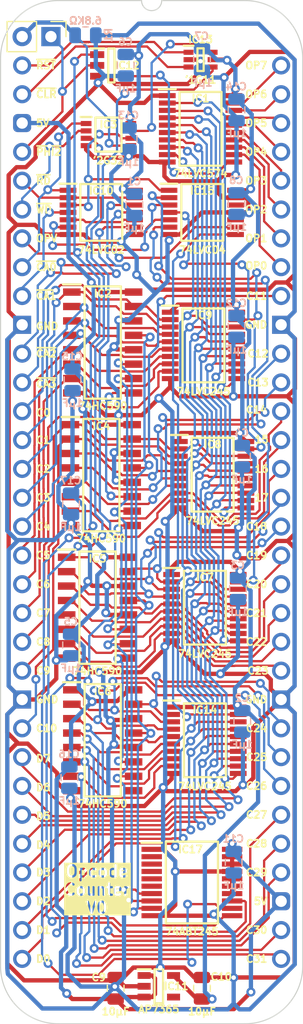
<source format=kicad_pcb>
(kicad_pcb (version 20240108) (generator "pcbnew") (generator_version "8.0")
  (title_block (title "Instruction Counter and Code") (date "2024-02-15") (rev "V0"))
  (layers (0 "F.Cu" signal) (31 "B.Cu" signal) (34 "B.Paste" user) (35 "F.Paste" user) (36 "B.SilkS" user "B.Silkscreen") (37 "F.SilkS" user "F.Silkscreen") (38 "B.Mask" user) (39 "F.Mask" user) (44 "Edge.Cuts" user))
  (net 0 "")
  (net 1 "GND")
  (net 2 "5V")
  (net 3 "/3.3V")
  (net 4 "OP4")
  (net 5 "OP1")
  (net 6 "OP7")
  (net 7 "OP2")
  (net 8 "D0")
  (net 9 "D6")
  (net 10 "D2")
  (net 11 "D5")
  (net 12 "OP5")
  (net 13 "Net-(IC1-CP)")
  (net 15 "D3")
  (net 16 "D4")
  (net 17 "OP0")
  (net 18 "D7")
  (net 19 "D1")
  (net 20 "OP6")
  (net 21 "OP3")
  (net 22 "C0")
  (net 23 "C4")
  (net 24 "Net-(IC2-~{RCO})")
  (net 25 "/Opcode Valid_{5V}")
  (net 26 "/Read Count_{5V}")
  (net 27 "C1")
  (net 28 "C7")
  (net 29 "C6")
  (net 30 "C5")
  (net 31 "C2")
  (net 32 "C3")
  (net 33 "~{Count Access}_{0}")
  (net 34 "~{WD}")
  (net 35 "C15")
  (net 36 "Net-(IC4-~{RCO})")
  (net 37 "C8")
  (net 38 "C12")
  (net 39 "C13")
  (net 40 "C11")
  (net 41 "C14")
  (net 42 "C9")
  (net 43 "C10")
  (net 44 "C17")
  (net 45 "C20")
  (net 46 "C21")
  (net 47 "C23")
  (net 48 "C18")
  (net 49 "C19")
  (net 50 "C22")
  (net 51 "C16")
  (net 52 "C28")
  (net 53 "Net-(IC5-~{RCO})")
  (net 54 "C30")
  (net 55 "C24")
  (net 56 "C27")
  (net 57 "C25")
  (net 58 "C26")
  (net 59 "C31")
  (net 60 "C29")
  (net 61 "~{Count Access}_{1}")
  (net 62 "~{Count Access}_{2}")
  (net 64 "~{Count Access}_{3}")
  (net 65 "~{RD}")
  (net 66 "Opcode Valid")
  (net 67 "~{PHI2}")
  (net 68 "~{Clear Counter}")
  (net 74 "/Read Count Access_{0}")
  (net 75 "/~{Read Count Access}_{2}")
  (net 76 "/~{Read Count Access}_{1}")
  (net 77 "/~{Read Count Access}_{0}")
  (net 78 "/Read Count Access_{1}")
  (net 79 "/Read Count Access_{2}")
  (net 80 "/Read Count Access_{3}")
  (net 81 "/~{Read Count Access}_{3}")
  (net 84 "/~{MRC}_{5V}")
  (net 85 "/~{MRC}")
  (net 86 "~{Reset}")
  (net 87 "/~{Write Count}")
  (net 88 "/Read Count Access_{0T}")
  (net 89 "Net-(IC3-2A)")
  (footprint "SamacSys_Parts:C_0805" (layer "F.Cu") (at 15.875 83.883)
    (property "Reference" "C10")
    (property "Value" "10μF")
  )
  (footprint "SamacSys_Parts:SOP65P640X110-14N" (layer "F.Cu") (at 15.9004 15.494)
    (property "Reference" "IC15")
    (property "Value" "74LVC04APW,118" (hide yes))
  )
  (footprint "SamacSys_Parts:SOT95P285X130-5N" (layer "F.Cu") (at 12.065 83.693)
    (property "Reference" "IC11")
    (property "Value" "AP7365-33WG-7" (hide yes))
  )
  (footprint "SamacSys_Parts:SOT95P275X110-5N" (layer "F.Cu") (at 7.874 2.54)
    (property "Reference" "IC12")
    (property "Value" "74LVC1G08GV,125" (hide yes))
  )
  (footprint "SamacSys_Parts:SOP65P640X120-20N" (layer "F.Cu") (at 16.8148 38.608)
    (property "Reference" "IC8")
    (property "Value" "74LVC245AT20" (hide yes))
  )
  (footprint "Connector_PinHeader_2.54mm:PinHeader_1x02_P2.54mm_Vertical" (layer "F.Cu") (at 2.54 0 -90)
    (property "Reference" "J4" (hide yes))
    (property "Value" "Conn_01x02_Pin")
  )
  (footprint "SamacSys_Parts:C_0805" (layer "F.Cu") (at 8.255 83.883)
    (property "Reference" "C9")
    (property "Value" "10μF")
  )
  (footprint "SamacSys_Parts:SOP65P640X110-20N" (layer "F.Cu") (at 15.748 8.128)
    (property "Reference" "IC1")
    (property "Value" "74LVC574APW,118" (hide yes))
  )
  (footprint "SamacSys_Parts:DIP-64_Board_W22.86mm" (layer "F.Cu") (at 0 2.54)
    (property "Reference" "J2" (hide yes))
    (property "Value" "Conn_02x32_Counter_Clockwise")
    (fp_line (start -1.905 -0.635) (end -1.905 79.375) (stroke (width 0.1)) (layer "Edge.Cuts"))
    (fp_line (start 10.541 -5.715) (end 3.175 -5.715) (stroke (width 0.1)) (layer "Edge.Cuts"))
    (fp_line (start 19.685 -5.715) (end 12.319 -5.715) (stroke (width 0.1)) (layer "Edge.Cuts"))
    (fp_line (start 19.685 84.455) (end 3.175 84.455) (stroke (width 0.1)) (layer "Edge.Cuts"))
    (fp_line (start 24.765 79.375) (end 24.765 -0.635) (stroke (width 0.1)) (layer "Edge.Cuts"))
    (fp_arc (start -1.905 -0.635) (mid -0.417102 -4.227102) (end 3.175 -5.715) (stroke (width 0.1)) (layer "Edge.Cuts"))
    (fp_arc (start 3.175 84.455) (mid -0.417102 82.967102) (end -1.905 79.375) (stroke (width 0.1)) (layer "Edge.Cuts"))
    (fp_arc (start 12.319 -5.715) (mid 11.43 -4.826) (end 10.541 -5.715) (stroke (width 0.1)) (layer "Edge.Cuts"))
    (fp_arc (start 19.685 -5.715) (mid 23.277102 -4.227102) (end 24.765 -0.635) (stroke (width 0.1)) (layer "Edge.Cuts"))
    (fp_arc (start 24.765 79.375) (mid 23.277102 82.967102) (end 19.685 84.455) (stroke (width 0.1)) (layer "Edge.Cuts"))
  )
  (footprint "SamacSys_Parts:SOIC127P600X175-16N" (layer "F.Cu") (at 7.112 26.960607)
    (property "Reference" "IC2")
    (property "Value" "74HC590D,118" (hide yes))
  )
  (footprint "SamacSys_Parts:SOP65P780X200-20N" (layer "F.Cu") (at 14.986 74.549)
    (property "Reference" "IC17")
    (property "Value" "SN74ABT245BDBR" (hide yes))
  )
  (footprint "SamacSys_Parts:SOIC127P600X175-16N" (layer "F.Cu") (at 6.989 38.644607)
    (property "Reference" "IC4")
    (property "Value" "74HC590D,118" (hide yes))
  )
  (footprint "SamacSys_Parts:SOIC127P600X175-16N" (layer "F.Cu") (at 6.6548 50.328607)
    (property "Reference" "IC5")
    (property "Value" "74HC590D,118" (hide yes))
  )
  (footprint "SamacSys_Parts:SOP65P640X120-20N" (layer "F.Cu") (at 16.133 62.012607)
    (property "Reference" "IC14")
    (property "Value" "74LVC245AT20" (hide yes))
  )
  (footprint "SamacSys_Parts:SOP65P640X110-14N" (layer "F.Cu") (at 6.985 15.494)
    (property "Reference" "IC10")
    (property "Value" "74LVC02APW,118" (hide yes))
  )
  (footprint "SamacSys_Parts:SOIC127P600X175-16N" (layer "F.Cu") (at 7.112 62.012607)
    (property "Reference" "IC6")
    (property "Value" "74HC590D,118" (hide yes))
  )
  (footprint "SamacSys_Parts:SOP65P640X120-20N" (layer "F.Cu") (at 16.133 50.328607)
    (property "Reference" "IC7")
    (property "Value" "74LVC245AT20" (hide yes))
  )
  (footprint "SamacSys_Parts:SOP65P400X110-8N" (layer "F.Cu") (at 7.62 8.636)
    (property "Reference" "IC3")
    (property "Value" "74LVC2G32DP,125" (hide yes))
  )
  (footprint "SamacSys_Parts:SOP65P640X120-20N" (layer "F.Cu") (at 16.006 27.214607)
    (property "Reference" "IC9")
    (property "Value" "74LVC245AT20" (hide yes))
  )
  (footprint "SamacSys_Parts:SOP65P210X110-6N" (layer "F.Cu") (at 15.748 2.032)
    (property "Reference" "IC13")
    (property "Value" "74LVC1G11GW-Q100H" (hide yes))
  )
  (footprint "SamacSys_Parts:C_0805" (layer "B.Cu") (at 18.923 6.477 180)
    (property "Reference" "C14")
    (property "Value" "1μF")
  )
  (footprint "SamacSys_Parts:PinHeader_1x32_P2.54mm_Vertical" (layer "B.Cu") (at 22.86 2.54 180)
    (property "Reference" "J1" (hide yes))
    (property "Value" "Pin_Header_01x32")
  )
  (footprint "SamacSys_Parts:C_0805" (layer "B.Cu") (at 18.923 25.563607 180)
    (property "Reference" "C12")
    (property "Value" "1μF")
  )
  (footprint "SamacSys_Parts:PinHeader_1x32_P2.54mm_Vertical" (layer "B.Cu") (at 0 2.54 180)
    (property "Reference" "J3" (hide yes))
    (property "Value" "Pin_Header_01x32")
  )
  (footprint "SamacSys_Parts:C_0805" (layer "B.Cu") (at 19.4056 36.993607 180)
    (property "Reference" "C4")
    (property "Value" "1μF")
  )
  (footprint "SamacSys_Parts:C_0805" (layer "B.Cu") (at 15.875 2.032 180)
    (property "Reference" "C7")
    (property "Value" "1μF")
  )
  (footprint "SamacSys_Parts:C_0805" (layer "B.Cu") (at 18.669 72.771 180)
    (property "Reference" "C11")
    (property "Value" "1μF")
  )
  (footprint "SamacSys_Parts:C_0805" (layer "B.Cu") (at 4.318 41.1988 180)
    (property "Reference" "C17")
    (property "Value" "1μF")
  )
  (footprint "SamacSys_Parts:C_0805" (layer "B.Cu") (at 4.1656 65.314607 180)
    (property "Reference" "C16")
    (property "Value" "1μF")
  )
  (footprint "SamacSys_Parts:C_0805" (layer "B.Cu") (at 4.318 53.630607 180)
    (property "Reference" "C5")
    (property "Value" "1μF")
  )
  (footprint "SamacSys_Parts:R_0805" (layer "B.Cu") (at 5.588 -0.127 90)
    (property "Reference" "R1")
    (property "Value" "6.8KΩ")
  )
  (footprint "SamacSys_Parts:C_0805" (layer "B.Cu") (at 18.923 14.732 180)
    (property "Reference" "C8")
    (property "Value" "1μF")
  )
  (footprint "SamacSys_Parts:C_0805" (layer "B.Cu") (at 4.445 30.262607 180)
    (property "Reference" "C15")
    (property "Value" "1μF")
  )
  (footprint "SamacSys_Parts:C_0805" (layer "B.Cu") (at 19.431 60.361607 180)
    (property "Reference" "C2")
    (property "Value" "1μF")
  )
  (footprint "SamacSys_Parts:C_0805" (layer "B.Cu") (at 9.398 9.017 180)
    (property "Reference" "C13")
    (property "Value" "1μF")
  )
  (footprint "SamacSys_Parts:C_0805" (layer "B.Cu") (at 9.906 14.8336 180)
    (property "Reference" "C1")
    (property "Value" "1μF")
  )
  (footprint "SamacSys_Parts:C_0805" (layer "B.Cu") (at 19.05 48.677607 180)
    (property "Reference" "C3")
    (property "Value" "1μF")
  )
  (footprint "SamacSys_Parts:C_0805" (layer "B.Cu") (at 9.144 2.54 180)
    (property "Reference" "C6")
    (property "Value" "1μF")
  )
  (gr_text "C27" (at 21.717 68.58 0) (layer "F.SilkS") (effects (font (size 0.635 0.635)) (justify right)))
  (gr_text "D1" (at 1.143 78.74 0) (layer "F.SilkS") (effects (font (size 0.635 0.635)) (justify left)))
  (gr_text "C22" (at 21.717 53.34 0) (layer "F.SilkS") (effects (font (size 0.635 0.635)) (justify right)))
  (gr_text "C28" (at 21.717 71.12 0) (layer "F.SilkS") (effects (font (size 0.635 0.635)) (justify right)))
  (gr_text "C0" (at 1.143 33.147 0) (layer "F.SilkS") (effects (font (size 0.635 0.635) (thickness 0.15) (bold yes)) (justify left)))
  (gr_text "C7" (at 1.143 50.8 0) (layer "F.SilkS") (effects (font (size 0.635 0.635)) (justify left)))
  (gr_text "OP0" (at 21.717 20.193 0) (layer "F.SilkS") (effects (font (size 0.635 0.635)) (justify right)))
  (gr_text "~{CA0}" (at 1.143 20.32 0) (layer "F.SilkS") (effects (font (size 0.635 0.635) (thickness 0.15) (bold yes)) (justify left)))
  (gr_text "~{CA1}" (at 1.143 22.86 0) (layer "F.SilkS") (effects (font (size 0.635 0.635) (thickness 0.15) (bold yes)) (justify left)))
  (gr_text "~{RST}" (at 1.143 2.54 0) (layer "F.SilkS") (effects (font (size 0.635 0.635)) (justify left)))
  (gr_text "C8" (at 1.143 53.34 0) (layer "F.SilkS") (effects (font (size 0.635 0.635)) (justify left)))
  (gr_text "C18" (at 21.717 43.18 0) (layer "F.SilkS") (effects (font (size 0.635 0.635)) (justify right)))
  (gr_text "C10" (at 1.143 60.96 0) (layer "F.SilkS") (effects (font (size 0.635 0.635)) (justify left)))
  (gr_text "OP3" (at 21.717 12.7 0) (layer "F.SilkS") (effects (font (size 0.635 0.635)) (justify right)))
  (gr_text "OP1" (at 21.717 17.78 0) (layer "F.SilkS") (effects (font (size 0.635 0.635)) (justify right)))
  (gr_text "GND" (at 21.717 25.4 0) (layer "F.SilkS") (effects (font (size 0.635 0.635)) (justify right)))
  (gr_text "D7" (at 1.143 63.627 0) (layer "F.SilkS") (effects (font (size 0.635 0.635)) (justify left)))
  (gr_text "C31" (at 21.717 81.28 0) (layer "F.SilkS") (effects (font (size 0.635 0.635)) (justify right)))
  (gr_text "C2" (at 1.143 38.1 0) (layer "F.SilkS") (effects (font (size 0.635 0.635)) (justify left)))
  (gr_text "17" (at 21.844 40.64 0) (layer "F.SilkS") (effects (font (size 0.635 0.635)) (justify right)))
  (gr_text "15" (at 21.844 35.5092 0) (layer "F.SilkS") (effects (font (size 0.635 0.635)) (justify right)))
  (gr_text "OPV" (at 1.143 17.78 0) (layer "F.SilkS") (effects (font (size 0.635 0.635) (thickness 0.15) (bold yes)) (justify left)))
  (gr_text "C13" (at 21.844 30.48 0) (layer "F.SilkS") (effects (font (size 0.635 0.635)) (justify right)))
  (gr_text "D3" (at 1.143 73.66 0) (layer "F.SilkS") (effects (font (size 0.635 0.635)) (justify left)))
  (gr_text "C29" (at 21.717 73.66 0) (layer "F.SilkS") (effects (font (size 0.635 0.635)) (justify right)))
  (gr_text "~{CA2}" (at 1.143 27.94 0) (layer "F.SilkS") (effects (font (size 0.635 0.635) (thickness 0.15) (bold yes)) (justify left)))
  (gr_text "OP7" (at 21.717 2.54 0) (layer "F.SilkS") (effects (font (size 0.635 0.635)) (justify right)))
  (gr_text "C11" (at 21.717 22.86 0) (layer "F.SilkS") (effects (font (size 0.635 0.635)) (justify right)))
  (gr_text "C9" (at 1.143 55.88 0) (layer "F.SilkS") (effects (font (size 0.635 0.635)) (justify left)))
  (gr_text "5V" (at 1.143 7.62 0) (layer "F.SilkS") (effects (font (size 0.635 0.635)) (justify left)))
  (gr_text "~{RD}" (at 1.143 12.7 0) (layer "F.SilkS") (effects (font (size 0.635 0.635)) (justify left)))
  (gr_text "C20" (at 21.717 48.26 0) (layer "F.SilkS") (effects (font (size 0.635 0.635)) (justify right)))
  (gr_text "OP6" (at 21.717 5.08 0) (layer "F.SilkS") (effects (font (size 0.635 0.635)) (justify right)))
  (gr_text "Opcode\nCounter\nV0" (at 6.604 77.3684 0) (layer "F.SilkS" knockout) (effects (font (size 1 1) (thickness 0.2) (bold yes)) (justify bottom)))
  (gr_text "D2" (at 1.143 76.2 0) (layer "F.SilkS") (effects (font (size 0.635 0.635)) (justify left)))
  (gr_text "C25" (at 21.717 63.5 0) (layer "F.SilkS") (effects (font (size 0.635 0.635)) (justify right)))
  (gr_text "OP2" (at 21.717 15.24 0) (layer "F.SilkS") (effects (font (size 0.635 0.635)) (justify right)))
  (gr_text "16" (at 21.844 38.1 0) (layer "F.SilkS") (effects (font (size 0.635 0.635)) (justify right)))
  (gr_text "C4" (at 1.143 43.18 0) (layer "F.SilkS") (effects (font (size 0.635 0.635)) (justify left)))
  (gr_text "~{PHI2}" (at 1.143 10.16 0) (layer "F.SilkS") (effects (font (size 0.635 0.635) (thickness 0.15) (bold yes)) (justify left)))
  (gr_text "C3" (at 1.143 40.64 0) (layer "F.SilkS") (effects (font (size 0.635 0.635)) (justify left)))
  (gr_text "OP5" (at 21.717 7.62 0) (layer "F.SilkS") (effects (font (size 0.635 0.635)) (justify right)))
  (gr_text "C24" (at 21.717 60.96 0) (layer "F.SilkS") (effects (font (size 0.635 0.635)) (justify right)))
  (gr_text "GND" (at 1.143 58.42 0) (layer "F.SilkS") (effects (font (size 0.635 0.635)) (justify left)))
  (gr_text "D0" (at 1.143 81.28 0) (layer "F.SilkS") (effects (font (size 0.635 0.635)) (justify left)))
  (gr_text "~{WD}" (at 1.143 15.24 0) (layer "F.SilkS") (effects (font (size 0.635 0.635) (thickness 0.15) (bold yes)) (justify left)))
  (gr_text "C14" (at 21.717 32.893 0) (layer "F.SilkS") (effects (font (size 0.635 0.635)) (justify right)))
  (gr_text "~{CA3}" (at 1.143 30.607 0) (layer "F.SilkS") (effects (font (size 0.635 0.635) (thickness 0.15) (bold yes)) (justify left)))
  (gr_text "D4" (at 1.143 71.247 0) (layer "F.SilkS") (effects (font (size 0.635 0.635)) (justify left)))
  (gr_text "C21" (at 21.717 50.8 0) (layer "F.SilkS") (effects (font (size 0.635 0.635)) (justify right)))
  (gr_text "C23" (at 21.844 55.88 0) (layer "F.SilkS") (effects (font (size 0.635 0.635)) (justify right)))
  (gr_text "GND" (at 1.143 25.527 0) (layer "F.SilkS") (effects (font (size 0.635 0.635)) (justify left)))
  (gr_text "D5" (at 1.143 68.707 0) (layer "F.SilkS") (effects (font (size 0.635 0.635)) (justify left)))
  (gr_text "5V" (at 21.717 76.2 0) (layer "F.SilkS") (effects (font (size 0.635 0.635)) (justify right)))
  (gr_text "C5" (at 1.143 45.72 0) (layer "F.SilkS") (effects (font (size 0.635 0.635)) (justify left)))
  (gr_text "~{CLR}" (at 1.143 5.08 0) (layer "F.SilkS") (effects (font (size 0.635 0.635)) (justify left)))
  (gr_text "C26" (at 21.717 66.04 0) (layer "F.SilkS") (effects (font (size 0.635 0.635)) (justify right)))
  (gr_text "C30" (at 21.717 78.74 0) (layer "F.SilkS") (effects (font (size 0.635 0.635)) (justify right)))
  (gr_text "C1" (at 1.143 35.56 0) (layer "F.SilkS") (effects (font (size 0.635 0.635) (thickness 0.15) (bold yes)) (justify left)))
  (gr_text "C19" (at 21.717 45.72 0) (layer "F.SilkS") (effects (font (size 0.635 0.635)) (justify right)))
  (gr_text "D6" (at 1.143 66.167 0) (layer "F.SilkS") (effects (font (size 0.635 0.635)) (justify left)))
  (gr_text "C6" (at 1.143 48.26 0) (layer "F.SilkS") (effects (font (size 0.635 0.635)) (justify left)))
  (gr_text "OP4" (at 21.717 10.16 0) (layer "F.SilkS") (effects (font (size 0.635 0.635)) (justify right)))
  (gr_text "C12" (at 21.844 27.94 0) (layer "F.SilkS") (effects (font (size 0.635 0.635)) (justify right)))
  (gr_text "GND" (at 21.717 58.42 0) (layer "F.SilkS") (effects (font (size 0.635 0.635)) (justify right)))
  (segment (start 0.332915 11.51) (end 1.19 10.652915) (width 0.38) (layer "F.Cu") (net 1))
  (segment (start 10.5776 33.3644) (end 12.065 31.877) (width 0.38) (layer "F.Cu") (net 1))
  (segment (start 7.322236 33.3644) (end 8.509 33.3644) (width 0.38) (layer "F.Cu") (net 1))
  (segment (start 23.368 21.6624) (end 24.05 20.9804) (width 0.38) (layer "F.Cu") (net 1))
  (segment (start 19.9659 15.484) (end 19.9659 14.399493) (width 0.38) (layer "F.Cu") (net 1))
  (segment (start 8.4836 5.842) (end 6.7056 4.064) (width 0.38) (layer "F.Cu") (net 1))
  (segment (start 6.096 18.0848) (end 6.112893 18.067907) (width 0.38) (layer "F.Cu") (net 1))
  (segment (start 9.8 82.042) (end 12.192 82.042) (width 0.38) (layer "F.Cu") (net 1))
  (segment (start 8.509 33.3644) (end 10.5776 33.3644) (width 0.38) (layer "F.Cu") (net 1))
  (segment (start 7.47278 48.400232) (end 6.187721 48.400232) (width 0.38) (layer "F.Cu") (net 1))
  (segment (start 4.387 31.405607) (end 4.387 32.0476) (width 0.38) (layer "F.Cu") (net 1))
  (segment (start 13.003602 12.7508) (end 12.557458 12.304656) (width 0.38) (layer "F.Cu") (net 1))
  (segment (start 17.78 12.192) (end 17.2212 12.7508) (width 0.38) (layer "F.Cu") (net 1))
  (segment (start 9.714 39.279607) (end 8.467055 39.279607) (width 0.38) (layer "F.Cu") (net 1))
  (segment (start 6.112893 18.067907) (end 8.737979 18.067907) (width 0.38) (layer "F.Cu") (net 1))
  (segment (start 18.669 82.931) (end 18.655 82.917) (width 0.38) (layer "F.Cu") (net 1))
  (segment (start -1.19 12.207085) (end -0.492915 11.51) (width 0.38) (layer "F.Cu") (net 1))
  (segment (start 18.8384 14.194) (end 17.7209 14.194) (width 0.38) (layer "F.Cu") (net 1))
  (segment (start 13.5128 76.5342) (end 13.5128 73.574) (width 0.38) (layer "F.Cu") (net 1))
  (segment (start 9.764008 62.574615) (end 8.316057 62.574615) (width 0.38) (layer "F.Cu") (net 1))
  (segment (start 24.05 32.3304) (end 24.05 43.7388) (width 0.38) (layer "F.Cu") (net 1))
  (segment (start 6.874464 55.985349) (end 6.841199 56.018614) (width 0.38) (layer "F.Cu") (net 1))
  (segment (start 23.4188 31.6992) (end 24.05 32.3304) (width 0.38) (layer "F.Cu") (net 1))
  (segment (start 1.19 10.652915) (end 1.19 9.732) (width 0.38) (layer "F.Cu") (net 1))
  (segment (start 12.702207 53.7464) (end 12.5984 53.7464) (width 0.38) (layer "F.Cu") (net 1))
  (segment (start 11.18 11.053) (end 10.668 10.541) (width 0.38) (layer "F.Cu") (net 1))
  (segment (start 6.14669 56.018614) (end 6.841199 56.018614) (width 0.38) (layer "F.Cu") (net 1))
  (segment (start 5.4552 17.444) (end 6.096 18.0848) (width 0.38) (layer "F.Cu") (net 1))
  (segment (start 8.316057 62.574615) (end 8.100521 62.359079) (width 0.38) (layer "F.Cu") (net 1))
  (segment (start 21.948217 57.508217) (end 21.948217 56.664783) (width 0.38) (layer "F.Cu") (net 1))
  (segment (start 18.8468 12.192) (end 17.78 12.192) (width 0.38) (layer "F.Cu") (net 1))
  (segment (start 17.8308 3.6068) (end 20.0876 1.35) (width 0.38) (layer "F.Cu") (net 1))
  (segment (start 23.368 21.67) (end 22.367085 21.67) (width 0.38) (layer "F.Cu") (net 1))
  (segment (start 18.536 75.524) (end 18.536 74.874) (width 0.38) (layer "F.Cu") (net 1))
  (segment (start -1.315 61.327915) (end -0.332915 62.31) (width 0.38) (layer "F.Cu") (net 1))
  (segment (start 12.478 71.624) (end 11.436 71.624) (width 0.38) (layer "F.Cu") (net 1))
  (segment (start 15.867836 15.494) (end 13.917836 17.444) (width 0.38) (layer "F.Cu") (net 1))
  (segment (start 6.7056 4.2164) (end 6.7056 4.064) (width 0.38) (layer "F.Cu") (net 1))
  (segment (start 13.068 30.874) (end 12.065 31.877) (width 0.38) (layer "F.Cu") (net 1))
  (segment (start 13.917836 17.444) (end 12.9624 17.444) (width 0.38) (layer "F.Cu") (net 1))
  (segment (start 6.35 10.668) (end 9.271 10.668) (width 0.38) (layer "F.Cu") (net 1))
  (segment (start 22.905915 82.917) (end 18.683 82.917) (width 0.38) (layer "F.Cu") (net 1))
  (segment (start 1.991497 17.444) (end 4.047 17.444) (width 0.38) (layer "F.Cu") (net 1))
  (segment (start 23.368 21.67) (end 24.05 22.352) (width 0.38) (layer "F.Cu") (net 1))
  (segment (start 20.408002 60.871998) (end 20.408002 65.343105) (width 0.38) (layer "F.Cu") (net 1))
  (segment (start 12.9624 17.947115) (end 12.976892 17.961607) (width 0.38) (layer "F.Cu") (net 1))
  (segment (start 16.100394 56.159001) (end 17.50526 56.159001) (width 0.38) (layer "F.Cu") (net 1))
  (segment (start 12.573 77.474) (end 13.5128 76.5342) (width 0.38) (layer "F.Cu") (net 1))
  (segment (start -1.19 26.59) (end 0 25.4) (width 0.38) (layer "F.Cu") (net 1))
  (segment (start 15.748 2.1655) (end 15.748 3.0625) (width 0.38) (layer "F.Cu") (net 1))
  (segment (start 9.3798 50.963607) (end 7.568115 50.963607) (width 0.38) (layer "F.Cu") (net 1))
  (segment (start 7.960167 56.018607) (end 7.926909 55.985349) (width 0.38) (layer "F.Cu") (net 1))
  (segment (start 13.195 53.253607) (end 12.702207 53.7464) (width 0.38) (layer "F.Cu") (net 1))
  (segment (start 12.192 82.042) (end 14.33 82.042) (width 0.38) (layer "F.Cu") (net 1))
  (segment (start 20.923085 45.974) (end 19.226403 45.974) (width 0.38) (layer "F.Cu") (net 1))
  (segment (start 4.387 31.405607) (end 5.363443 31.405607) (width 0.38) (layer "F.Cu") (net 1))
  (segment (start 4.901683 54.773607) (end 6.14669 56.018614) (width 0.38) (layer "F.Cu") (net 1))
  (segment (start 3.9298 54.773607) (end 4.901683 54.773607) (width 0.38) (layer "F.Cu") (net 1))
  (segment (start 10.804 67.809) (end 4.972844 67.809) (width 0.38) (layer "F.Cu") (net 1))
  (segment (start 5.645 9.611) (end 5.645 9.963) (width 0.38) (layer "F.Cu") (net 1))
  (segment (start 24.05 57.23) (end 22.86 58.42) (width 0.38) (layer "F.Cu") (net 1))
  (segment (start 12.446 66.167) (end 12.778121 66.499121) (width 0.38) (layer "F.Cu") (net 1))
  (segment (start 7.496155 48.423607) (end 7.47278 48.400232) (width 0.38) (layer "F.Cu") (net 1))
  (segment (start 23.4404 44.45) (end 24.05 43.8404) (width 0.38) (layer "F.Cu") (net 1))
  (segment (start 13.195 53.253607) (end 16.100394 56.159001) (width 0.38) (layer "F.Cu") (net 1))
  (segment (start 19.9659 14.399493) (end 19.760407 14.194) (width 0.38) (layer "F.Cu") (net 1))
  (segment (start 9.811151 27.569758) (end 8.360063 27.569758) (width 0.38) (layer "F.Cu") (net 1))
  (segment (start 24.0792 31.0388) (end 23.4188 31.6992) (width 0.38) (layer "F.Cu") (net 1))
  (segment (start 8.467055 39.279607) (end 8.294796 39.107348) (width 0.38) (layer "F.Cu") (net 1))
  (segment (start 5.363443 31.405607) (end 7.322236 33.3644) (width 0.38) (layer "F.Cu") (net 1))
  (segment (start 20.408002 65.343105) (end 19.80838 65.942727) (width 0.38) (layer "F.Cu") (net 1))
  (segment (start 24.05 45.0596) (end 24.05 57.23) (width 0.38) (layer "F.Cu") (net 1))
  (segment (start 1.137497 16.59) (end 1.991497 17.444) (width 0.38) (layer "F.Cu") (net 1))
  (segment (start 12.81 5.203) (end 11.434 5.203) (width 0.38) (layer "F.Cu") (net 1))
  (segment (start 9.837 25.055607) (end 8.589488 25.055607) (width 0.38) (layer "F.Cu") (net 1))
  (segment (start 23.4188 31.6992) (end 18.6464 31.6992) (width 0.38) (layer "F.Cu") (net 1))
  (segment (start 11.434 5.203) (end 10.795 5.842) (width 0.38) (layer "F.Cu") (net 1))
  (segment (start 6.7056 3.5716) (end 6.7056 4.064) (width 0.38) (layer "F.Cu") (net 1))
  (segment (start -1.307866 81.699334) (end 0.164335 83.171535) (width 0.38) (layer "F.Cu") (net 1))
  (segment (start 18.536 72.274) (end 18.536 72.924) (width 0.38) (layer "F.Cu") (net 1))
  (segment (start 0 58.42) (end -1.19 57.23) (width 0.38) (layer "F.Cu") (net 1))
  (segment (start 24.05 2.047085) (end 24.05 20.9804) (width 0.38) (layer "F.Cu") (net 1))
  (segment (start 13.8768 41.533) (end 12.688931 42.720869) (width 0.38) (layer "F.Cu") (net 1))
  (segment (start 24.05 22.352) (end 24.05 22.4028) (width 0.38) (layer "F.Cu") (net 1))
  (segment (start 8.244 4.18) (end 7.554 3.49) (width 0.38) (layer "F.Cu") (net 1))
  (segment (start 14.33 82.053) (end 15.194 82.917) (width 0.38) (layer "F.Cu") (net 1))
  (segment (start 8.589488 25.055607) (end 8.52344 24.989559) (width 0.38) (layer "F.Cu") (net 1))
  (segment (start 24.05 24.21) (end 22.86 25.4) (width 0.38) (layer "F.Cu") (net 1))
  (segment (start 10.795 5.842) (end 8.4836 5.842) (width 0.38) (layer "F.Cu") (net 1))
  (segment (start 9.717566 60.227041) (end 7.850997 60.227041) (width 0.38) (layer "F.Cu") (net 1))
  (segment (start 12.688931 42.720869) (end 12.623504 42.720869) (width 0.38) (layer "F.Cu") (net 1))
  (segment (start 20.0876 1.35) (end 23.352915 1.35) (width 0.38) (layer "F.Cu") (net 1))
  (segment (start 12.557458 12.304656) (end 12.557458 11.305542) (width 0.38) (layer "F.Cu") (net 1))
  (segment (start 13.8932 31.6992) (end 18.6464 31.6992) (width 0.38) (layer "F.Cu") (net 1))
  (segment (start 13.068 30.874) (end 13.8932 31.6992) (width 0.38) (layer "F.Cu") (net 1))
  (segment (start 5.645 9.963) (end 6.35 10.668) (width 0.38) (layer "F.Cu") (net 1))
  (segment (start 3.013002 56.586998) (end 3.013002 54.9656) (width 0.38) (layer "F.Cu") (net 1))
  (segment (start 18.655 82.917) (end 15.875 82.917) (width 0.38) (layer "F.Cu") (net 1))
  (segment (start 11.436 77.474) (end 16.788006 77.474) (width 0.38) (layer "F.Cu") (net 1))
  (segment (start 24.05 22.4028) (end 24.05 24.21) (width 0.38) (layer "F.Cu") (net 1))
  (segment (start 24.05 81.772915) (end 22.905915 82.917) (width 0.38) (layer "F.Cu") (net 1))
  (segment (start 13.5128 72.6588) (end 12.478 71.624) (width 0.38) (layer "F.Cu") (net 1))
  (segment (start -0.332915 62.31) (end -0.492915 62.31) (width 0.38) (layer "F.Cu") (net 1))
  (segment (start 8.1788 83.7175) (end 8.1788 82.9932) (width 0.38) (layer "F.Cu") (net 1))
  (segment (start 22.367085 21.67) (end 21.735885 22.3012) (width 0.38) (layer "F.Cu") (net 1))
  (segment (start 14.6305 4.18) (end 8.244 4.18) (width 0.38) (layer "F.Cu") (net 1))
  (segment (start 11.436 77.474) (end 12.573 77.474) (width 0.38) (layer "F.Cu") (net 1))
  (segment (start 15.928988 43.585188) (end 18.779187 43.585188) (width 0.38) (layer "F.Cu") (net 1))
  (segment (start 13.195 64.937607) (end 13.195 65.418) (width 0.38) (layer "F.Cu") (net 1))
  (segment (start 7.568115 50.963607) (end 7.383115 50.778607) (width 0.38) (layer "F.Cu") (net 1))
  (segment (start 18.536 73.574) (end 13.5128 73.574) (width 0.38) (layer "F.Cu") (net 1))
  (segment (start 17.7209 14.194) (end 17.2212 13.6943) (width 0.38) (layer "F.Cu") (net 1))
  (segment (start 16.788006 77.474) (end 16.919 77.343006) (width 0.38) (layer "F.Cu") (net 1))
  (segment (start 12.557458 11.305542) (end 12.81 11.053) (width 0.38) (layer "F.Cu") (net 1))
  (segment (start 9.3798 48.423607) (end 7.496155 48.423607) (width 0.38) (layer "F.Cu") (net 1))
  (segment (start 22.86 58.42) (end 24.05 59.61) (width 0.38) (layer "F.Cu") (net 1))
  (segment (start 19.760407 14.194) (end 18.8384 14.194) (width 0.38) (layer "F.Cu") (net 1))
  (segment (start 19.992079 15.484) (end 20.038 15.529921) (width 0.38) (layer "F.Cu") (net 1))
  (segment (start 10.527765 56.018607) (end 7.960167 56.018607) (width 0.38) (layer "F.Cu") (net 1))
  (segment (start 13.195 65.418) (end 12.446 66.167) (width 0.38) (layer "F.Cu") (net 1))
  (segment (start 18.779187 43.585188) (end 19.095257 43.269118) (width 0.38) (layer "F.Cu") (net 1))
  (segment (start 21.948217 56.664783) (end 21.442434 56.159001) (width 0.38) (layer "F.Cu") (net 1))
  (segment (start 12.5984 53.7464) (end 12.5984 53.947972) (width 0.38) (layer "F.Cu") (net 1))
  (segment (start 4.047 17.444) (end 5.4552 17.444) (width 0.38) (layer "F.Cu") (net 1))
  (segment (start 18.683 82.917) (end 18.669 82.931) (width 0.38) (layer "F.Cu") (net 1))
  (segment (start 23.4404 44.45) (end 22.447085 44.45) (width 0.38) (layer "F.Cu") (net 1))
  (segment (start -1.19 24.21) (end -1.19 17.287085) (width 0.38) (layer "F.Cu") (net 1))
  (segment (start 24.05 59.61) (end 24.05 81.772915) (width 0.38) (layer "F.Cu") (net 1))
  (segment (start 15.748 3.0625) (end 14.6305 4.18) (width 0.38) (layer "F.Cu") (net 1))
  (segment (start 3.204995 54.773607) (end 3.9298 54.773607) (width 0.38) (layer "F.Cu") (net 1))
  (segment (start 8.255 82.917) (end 8.936 82.917) (width 0.38) (layer "F.Cu") (net 1))
  (segment (start 12.5984 53.947972) (end 10.527765 56.018607) (width 0.38) (layer "F.Cu") (net 1))
  (segment (start 23.4404 44.45) (end 24.05 45.0596) (width 0.38) (layer "F.Cu") (net 1))
  (segment (start 19.9659 15.484) (end 19.992079 15.484) (width 0.38) (layer "F.Cu") (net 1))
  (segment (start 21.735885 22.3012) (end 11.430004 22.3012) (width 0.38) (layer "F.Cu") (net 1))
  (segment (start 23.368 21.67) (end 23.368 21.6624) (width 0.38) (layer "F.Cu") (net 1))
  (segment (start -1.19 17.287085) (end -0.492915 16.59) (width 0.38) (layer "F.Cu") (net 1))
  (segment (start 7.850997 60.227041) (end 7.797132 60.280906) (width 0.38) (layer "F.Cu") (net 1))
  (segment (start 15.6145 2.032) (end 14.686 2.032) (width 0.38) (layer "F.Cu") (net 1))
  (segment (start 12.9624 17.444) (end 12.9624 17.947115) (width 0.38) (layer "F.Cu") (net 1))
  (segment (start 7.554 3.49) (end 6.624 3.49) (width 0.38) (layer "F.Cu") (net 1))
  (segment (start -1.307866 63.124951) (end -1.307866 81.699334) (width 0.38) (layer "F.Cu") (net 1))
  (segment (start 4.972844 67.809) (end 4.268922 67.105078) (width 0.38) (layer "F.Cu") (net 1))
  (segment (start 21.442434 56.159001) (end 17.50526 56.159001) (width 0.38) (layer "F.Cu") (net 1))
  (segment (start 4.387 32.0476) (end 4.445 32.1056) (width 0.38) (layer "F.Cu") (net 1))
  (segment (start 18.8384 15.494) (end 15.867836 15.494) (width 0.38) (layer "F.Cu") (net 1))
  (segment (start 17.2212 13.6943) (end 17.2212 12.7508) (width 0.38) (layer "F.Cu") (net 1))
  (segment (start 3.099 64.916085) (end 3.099 65.742607) (width 0.38) (layer "F.Cu") (net 1))
  (segment (start 11.430004 22.3012) (end 10.1092 20.980396) (width 0.38) (layer "F.Cu") (net 1))
  (segment (start 24.05 43.8404) (end 24.05 43.7388) (width 0.38) (layer "F.Cu") (net 1))
  (segment (start 22.86 58.42) (end 20.408002 60.871998) (width 0.38) (layer "F.Cu") (net 1))
  (segment (start 19.9559 15.494) (end 19.9659 15.484) (width 0.38) (layer "F.Cu") (net 1))
  (segment (start 0.492915 62.31) (end 3.099 64.916085) (width 0.38) (layer "F.Cu") (net 1))
  (segment (start -1.19 57.23) (end -1.19 26.59) (width 0.38) (layer "F.Cu") (net 1))
  (segment (start 18.8384 15.494) (end 19.9559 15.494) (width 0.38) (layer "F.Cu") (net 1))
  (segment (start 8.1918 36.739607) (end 8.1168 36.664607) (width 0.38) (layer "F.Cu") (net 1))
  (segment (start 19.80838 65.942727) (end 19.488984 65.942727) (width 0.38) (layer "F.Cu") (net 1))
  (segment (start -0.492915 16.59) (end 1.137497 16.59) (width 0.38) (layer "F.Cu") (net 1))
  (segment (start 15.748 2.1655) (end 15.6145 2.032) (width 0.38) (layer "F.Cu") (net 1))
  (segment (start 18.536 72.924) (end 18.536 73.574) (width 0.38) (layer "F.Cu") (net 1))
  (segment (start 3.013002 54.9656) (end 3.204995 54.773607) (width 0.38) (layer "F.Cu") (net 1))
  (segment (start -0.492915 62.31) (end -1.307866 63.124951) (width 0.38) (layer "F.Cu") (net 1))
  (segment (start 8.936 82.917) (end 9.8 82.053) (width 0.38) (layer "F.Cu") (net 1))
  (segment (start 0.164335 83.171535) (end 8.000465 83.171535) (width 0.38) (layer "F.Cu") (net 1))
  (segment (start 8.360063 27.569758) (end 8.107944 27.317639) (width 0.38) (layer "F.Cu") (net 1))
  (segment (start 0 58.42) (end -1.315 59.735) (width 0.38) (layer "F.Cu") (net 1))
  (segment (start 7.926909 55.985349) (end 6.874464 55.985349) (width 0.38) (layer "F.Cu") (net 1))
  (segment (start 0 58.42) (end 1.18 58.42) (width 0.38) (layer "F.Cu") (net 1))
  (segment (start 12.778121 66.499121) (end 18.843879 66.499121) (width 0.38) (layer "F.Cu") (net 1))
  (segment (start 1.19 9.732) (end 6.7056 4.2164) (width 0.38) (layer "F.Cu") (net 1))
  (segment (start 19.226403 45.974) (end 18.948403 45.696) (width 0.38) (layer "F.Cu") (net 1))
  (segment (start 17.2212 12.7508) (end 13.003602 12.7508) (width 0.38) (layer "F.Cu") (net 1))
  (segment (start 13.8768 41.533) (end 15.928988 43.585188) (width 0.38) (layer "F.Cu") (net 1))
  (segment (start 13.5128 73.574) (end 13.5128 72.6588) (width 0.38) (layer "F.Cu") (net 1))
  (segment (start 22.86 58.42) (end 21.948217 57.508217) (width 0.38) (layer "F.Cu") (net 1))
  (segment (start 19.400273 65.942727) (end 19.488984 65.942727) (width 0.38) (layer "F.Cu") (net 1))
  (segment (start -0.332915 62.31) (end 0.492915 62.31) (width 0.38) (layer "F.Cu") (net 1))
  (segment (start -0.492915 11.51) (end 0.332915 11.51) (width 0.38) (layer "F.Cu") (net 1))
  (segment (start 12.446 66.167) (end 10.804 67.809) (width 0.38) (layer "F.Cu") (net 1))
  (segment (start 18.536 74.224) (end 18.536 74.874) (width 0.38) (layer "F.Cu") (net 1))
  (segment (start 0 25.4) (end -1.19 24.21) (width 0.38) (layer "F.Cu") (net 1))
  (segment (start 10.668 10.541) (end 9.398 10.541) (width 0.38) (layer "F.Cu") (net 1))
  (segment (start 15.194 82.917) (end 15.875 82.917) (width 0.38) (layer "F.Cu") (net 1))
  (segment (start 24.0792 26.6192) (end 24.0792 31.0388) (width 0.38) (layer "F.Cu") (net 1))
  (segment (start 18.843879 66.499121) (end 19.400273 65.942727) (width 0.38) (layer "F.Cu") (net 1))
  (segment (start -1.315 59.735) (end -1.315 61.327915) (width 0.38) (layer "F.Cu") (net 1))
  (segment (start 10.765 83.693) (end 9.031 83.693) (width 0.38) (layer "F.Cu") (net 1))
  (segment (start 22.86 25.4) (end 24.0792 26.6192) (width 0.38) (layer "F.Cu") (net 1))
  (segment (start 18.536 73.574) (end 18.536 74.224) (width 0.38) (layer "F.Cu") (net 1))
  (segment (start -1.19 15.892915) (end -1.19 12.207085) (width 0.38) (layer "F.Cu") (net 1))
  (segment (start 1.18 58.42) (end 3.013002 56.586998) (width 0.38) (layer "F.Cu") (net 1))
  (segment (start 6.187721 48.400232) (end 5.794026 48.006537) (width 0.38) (layer "F.Cu") (net 1))
  (segment (start 12.81 11.053) (end 11.18 11.053) (width 0.38) (layer "F.Cu") (net 1))
  (segment (start 9.031 83.693) (end 8.255 82.917) (width 0.38) (layer "F.Cu") (net 1))
  (segment (start 23.352915 1.35) (end 24.05 2.047085) (width 0.38) (layer "F.Cu") (net 1))
  (segment (start 9.714 36.739607) (end 8.1918 36.739607) (width 0.38) (layer "F.Cu") (net 1))
  (segment (start 22.447085 44.45) (end 20.923085 45.974) (width 0.38) (layer "F.Cu") (net 1))
  (segment (start 3.099 65.742607) (end 3.814 66.457607) (width 0.38) (layer "F.Cu") (net 1))
  (segment (start 9.271 10.668) (end 9.398 10.541) (width 0.38) (layer "F.Cu") (net 1))
  (segment (start 13.068 30.139607) (end 13.068 30.874) (width 0.38) (layer "F.Cu") (net 1))
  (segment (start -0.492915 16.59) (end -1.19 15.892915) (width 0.38) (layer "F.Cu") (net 1))
  (via (at 10.1092 20.980396) (size 0.8) (drill 0.4) (layers "F.Cu" "B.Cu") (net 1))
  (via (at 9.398 10.541) (size 0.8) (drill 0.4) (layers "F.Cu" "B.Cu") (net 1))
  (via (at 20.038 15.529921) (size 0.8) (drill 0.4) (layers "F.Cu" "B.Cu") (net 1))
  (via (at 7.797132 60.280906) (size 0.8) (drill 0.4) (layers "F.Cu" "B.Cu") (net 1))
  (via (at 13.5128 73.574) (size 0.8) (drill 0.4) (layers "F.Cu" "B.Cu") (net 1))
  (via (at 12.192 82.042) (size 0.8) (drill 0.4) (layers "F.Cu" "B.Cu") (net 1))
  (via (at 6.841199 56.018614) (size 0.8) (drill 0.4) (layers "F.Cu" "B.Cu") (net 1))
  (via (at 18.6464 31.6992) (size 0.8) (drill 0.4) (layers "F.Cu" "B.Cu") (net 1))
  (via (at 8.1168 36.664607) (size 0.8) (drill 0.4) (layers "F.Cu" "B.Cu") (net 1))
  (via (at 5.794026 48.006537) (size 0.8) (drill 0.4) (layers "F.Cu" "B.Cu") (net 1))
  (via (at 8.509 33.3644) (size 0.8) (drill 0.4) (layers "F.Cu" "B.Cu") (net 1))
  (via (at 12.446 66.167) (size 0.8) (drill 0.4) (layers "F.Cu" "B.Cu") (net 1))
  (via (at 8.100521 62.359079) (size 0.8) (drill 0.4) (layers "F.Cu" "B.Cu") (net 1))
  (via (at 18.8468 12.192) (size 0.8) (drill 0.4) (layers "F.Cu" "B.Cu") (net 1))
  (via (at 12.623504 42.720869) (size 0.8) (drill 0.4) (layers "F.Cu" "B.Cu") (net 1))
  (via (at 17.8308 3.6068) (size 0.8) (drill 0.4) (layers "F.Cu" "B.Cu") (net 1))
  (via (at 8.52344 24.989559) (size 0.8) (drill 0.4) (layers "F.Cu" "B.Cu") (net 1))
  (via (at 4.318 42.8752) (size 0.8) (drill 0.4) (layers "F.Cu" "B.Cu") (net 1))
  (via (at 18.948403 45.696) (size 0.8) (drill 0.4) (layers "F.Cu" "B.Cu") (net 1))
  (via (at 12.065 31.877) (size 0.8) (drill 0.4) (layers "F.Cu" "B.Cu") (net 1))
  (via (at 18.669 82.931) (size 0.8) (drill 0.4) (layers "F.Cu" "B.Cu") (net 1))
  (via (at 12.976892 17.961607) (size 0.8) (drill 0.4) (layers "F.Cu" "B.Cu") (net 1))
  (via (at 4.268922 67.105078) (size 0.8) (drill 0.4) (layers "F.Cu" "B.Cu") (net 1))
  (via (at 3.013002 54.9656) (size 0.8) (drill 0.4) (layers "F.Cu" "B.Cu") (net 1))
  (via (at 6.7056 4.064) (size 0.8) (drill 0.4) (layers "F.Cu" "B.Cu") (net 1))
  (via (at 16.919 77.343006) (size 0.8) (drill 0.4) (layers "F.Cu" "B.Cu") (net 1))
  (via (at 7.383115 50.778607) (size 0.8) (drill 0.4) (layers "F.Cu" "B.Cu") (net 1))
  (via (at 8.737979 18.067907) (size 0.8) (drill 0.4) (layers "F.Cu" "B.Cu") (net 1))
  (via (at 15.748 2.1655) (size 0.8) (drill 0.4) (layers "F.Cu" "B.Cu") (net 1))
  (via (at 7.47278 48.400232) (size 0.8) (drill 0.4) (layers "F.Cu" "B.Cu") (net 1))
  (via (at 8.294796 39.107348) (size 0.8) (drill 0.4) (layers "F.Cu" "B.Cu") (net 1))
  (via (at 4.445 32.1056) (size 0.8) (drill 0.4) (layers "F.Cu" "B.Cu") (net 1))
  (via (at 19.095257 43.269118) (size 0.8) (drill 0.4) (layers "F.Cu" "B.Cu") (net 1))
  (via (at 19.488984 65.942727) (size 0.8) (drill 0.4) (layers "F.Cu" "B.Cu") (net 1))
  (via (at 17.50526 56.159001) (size 0.8) (drill 0.4) (layers "F.Cu" "B.Cu") (net 1))
  (via (at 8.107944 27.317639) (size 0.8) (drill 0.4) (layers "F.Cu" "B.Cu") (net 1))
  (via (at 12.5984 53.7464) (size 0.8) (drill 0.4) (layers "F.Cu" "B.Cu") (net 1))
  (via (at 8.1788 83.7175) (size 0.8) (drill 0.4) (layers "F.Cu" "B.Cu") (net 1))
  (segment (start 10.1092 19.439128) (end 10.1092 20.980396) (width 0.38) (layer "B.Cu") (net 1))
  (segment (start 24.05 57.23) (end 22.86 58.42) (width 0.38) (layer "B.Cu") (net 1))
  (segment (start 18.6464 26.774207) (end 18.6464 31.6992) (width 0.38) (layer "B.Cu") (net 1))
  (segment (start 9.906 15.7676) (end 7.874 13.7356) (width 0.38) (layer "B.Cu") (net 1))
  (segment (start 12.83569 44.034954) (end 12.83569 42.933055) (width 0.38) (layer "B.Cu") (net 1))
  (segment (start -1.307866 82.107479) (end -1.273467 82.500649) (width 0.38) (layer "B.Cu") (net 1))
  (segment (start 24.05 26.59) (end 24.05 57.23) (width 0.38) (layer "B.Cu") (net 1))
  (segment (start 9.906 15.7676) (end 9.906 16.899886) (width 0.38) (layer "B.Cu") (net 1))
  (segment (start 3.917007 54.9656) (end 3.013002 54.9656) (width 0.38) (layer "B.Cu") (net 1))
  (segment (start 18.923 7.141097) (end 17.78 5.998097) (width 0.38) (layer "B.Cu") (net 1))
  (segment (start 18.669 85.217) (end 18.161 85.725) (width 0.38) (layer "B.Cu") (net 1))
  (segment (start 10.1863 85.725) (end 8.1788 83.7175) (width 0.38) (layer "B.Cu") (net 1))
  (segment (start 11.722104 22.5933) (end 10.1092 20.980396) (width 0.38) (layer "B.Cu") (net 1))
  (segment (start 6.2475 85.6488) (end 8.1788 83.7175) (width 0.38) (layer "B.Cu") (net 1))
  (segment (start 4.0132 80.9244) (end 4.0132 82.55) (width 0.38) (layer "B.Cu") (net 1))
  (segment (start 17.78 5.998097) (end 17.78 3.6576) (width 0.38) (layer "B.Cu") (net 1))
  (segment (start 18.923 12.1158) (end 18.8468 12.192) (width 0.38) (layer "B.Cu") (net 1))
  (segment (start 4.268922 67.105078) (end 4.6228 67.458956) (width 0.38) (layer "B.Cu") (net 1))
  (segment (start 8.100521 62.359079) (end 7.606402 62.853198) (width 0.38) (layer "B.Cu") (net 1))
  (segment (start 9.906 16.899886) (end 8.737979 18.067907) (width 0.38) (layer "B.Cu") (net 1))
  (segment (start 9.261 -0.117) (end 6.5005 -0.117) (width 0.38) (layer "B.Cu") (net 1))
  (segment (start 19.901921 15.666) (end 20.038 15.529921) (width 0.38) (layer "B.Cu") (net 1))
  (segment (start 8.9916 77.0636) (end 8.9916 82.9047) (width 0.38) (layer "B.Cu") (net 1))
  (segment (start 24.065495 81.75742) (end 20.097915 85.725) (width 0.38) (layer "B.Cu") (net 1))
  (segment (start 13.2588 42.085573) (end 13.2588 33.0708) (width 0.38) (layer "B.Cu") (net 1))
  (segment (start 9.398 9.951) (end 9.398 10.541) (width 0.38) (layer "B.Cu") (net 1))
  (segment (start 7.9375 67.260098) (end 7.606402 66.929) (width 0.38) (layer "B.Cu") (net 1))
  (segment (start 3.203 41.0178) (end 4.318 42.1328) (width 0.38) (layer "B.Cu") (net 1))
  (segment (start 7.9375 76.0095) (end 8.9916 77.0636) (width 0.38) (layer "B.Cu") (net 1))
  (segment (start -0.332915 44.37) (end -0.492915 44.37) (width 0.38) (layer "B.Cu") (net 1))
  (segment (start 7.2956 3.474) (end 6.7056 4.064) (width 0.38) (layer "B.Cu") (net 1))
  (segment (start 13.5128 76.1492) (end 12.192 77.47) (width 0.38) (layer "B.Cu") (net 1))
  (segment (start 10.287 -1.143) (end 9.261 -0.117) (width 0.38) (layer "B.Cu") (net 1))
  (segment (start 17.78 3.6576) (end 17.8308 3.6068) (width 0.38) (layer "B.Cu") (net 1))
  (segment (start 13.5128 72.6948) (end 13.5128 73.574) (width 0.38) (layer "B.Cu") (net 1))
  (segment (start 4.6228 80.3148) (end 4.0132 80.9244) (width 0.38) (layer "B.Cu") (net 1))
  (segment (start 12.624781 53.772781) (end 12.5984 53.7464) (width 0.38) (layer "B.Cu") (net 1))
  (segment (start -1.19 57.23) (end -1.19 45.227085) (width 0.38) (layer "B.Cu") (net 1))
  (segment (start 24.05 2.047085) (end 20.859915 -1.143) (width 0.38) (layer "B.Cu") (net 1))
  (segment (start 6.5005 -0.117) (end 6.5005 2.6789) (width 0.38) (layer "B.Cu") (net 1))
  (segment (start 19.488984 61.353591) (end 19.488984 65.942727) (width 0.38) (layer "B.Cu") (net 1))
  (segment (start 18.923 7.411) (end 18.923 12.1158) (width 0.38) (layer "B.Cu") (net 1))
  (segment (start -1.252769 82.618031) (end 1.778 85.6488) (width 0.38) (layer "B.Cu") (net 1))
  (segment (start 4.6228 67.458956) (end 4.6228 80.3148) (width 0.38) (layer "B.Cu") (net 1))
  (segment (start 18.669 79.093006) (end 16.919 77.343006) (width 0.38) (layer "B.Cu") (net 1))
  (segment (start 3.203 39.6214) (end 3.203 41.0178) (width 0.38) (layer "B.Cu") (net 1))
  (segment (start 12.624781 65.988219) (end 12.624781 53.772781) (width 0.38) (layer "B.Cu") (net 1))
  (segment (start 7.3684 57.522322) (end 7.3684 59.852174) (width 0.38) (layer "B.Cu") (net 1))
  (segment (start 8.52344 24.989559) (end 8.52344 26.902143) (width 0.38) (layer "B.Cu") (net 1))
  (segment (start 5.990025 44.837097) (end 5.990025 47.810538) (width 0.38) (layer "B.Cu") (net 1))
  (segment (start 12.446 66.167) (end 12.446 71.628) (width 0.38) (layer "B.Cu") (net 1))
  (segment (start 12.83569 42.933055) (end 12.623504 42.720869) (width 0.38) (layer "B.Cu") (net 1))
  (segment (start 7.383115 50.778607) (end 7.47278 50.688942) (width 0.38) (layer "B.Cu") (net 1))
  (segment (start 5.794026 48.260023) (end 5.794026 48.006537) (width 0.38) (layer "B.Cu") (net 1))
  (segment (start 12.192 77.47) (end 12.192 82.042) (width 0.38) (layer "B.Cu") (net 1))
  (segment (start 12.976892 17.961607) (end 12.833504 18.104995) (width 0.38) (layer "B.Cu") (net 1))
  (segment (start 18.948403 45.696) (end 18.948403 43.415972) (width 0.38) (layer "B.Cu") (net 1))
  (segment (start 12.833504 53.511296) (end 12.833504 44.03714) (width 0.38) (layer "B.Cu") (net 1))
  (segment (start 0 58.42) (end -1.19 57.23) (width 0.38) (layer "B.Cu") (net 1))
  (segment (start -0.492915 44.37) (end -1.315 43.547915) (width 0.38) (layer "B.Cu") (net 1))
  (segment (start 18.948403 43.415972) (end 19.095257 43.269118) (width 0.38) (layer "B.Cu") (net 1))
  (segment (start 8.737979 18.067907) (end 10.1092 19.439128) (width 0.38) (layer "B.Cu") (net 1))
  (segment (start 5.990025 47.810538) (end 5.794026 48.006537) (width 0.38) (layer "B.Cu") (net 1))
  (segment (start 12.833504 44.03714) (end 12.83569 44.034954) (width 0.38) (layer "B.Cu") (net 1))
  (segment (start 7.3684 59.852174) (end 7.797132 60.280906) (width 0.38) (layer "B.Cu") (net 1))
  (segment (start 4.268922 66.351929) (end 4.268922 67.105078) (width 0.38) (layer "B.Cu") (net 1))
  (segment (start 12.446 66.167) (end 12.624781 65.988219) (width 0.38) (layer "B.Cu") (net 1))
  (segment (start 20.859915 -1.143) (end 10.287 -1.143) (width 0.38) (layer "B.Cu") (net 1))
  (segment (start 12.833504 18.104995) (end 12.833504 21.558096) (width 0.38) (layer "B.Cu") (net 1))
  (segment (start 9.144 3.474) (end 7.2956 3.474) (width 0.38) (layer "B.Cu") (net 1))
  (segment (start 22.86 58.42) (end 24.065495 59.625495) (width 0.38) (layer "B.Cu") (net 1))
  (segment (start 3.013002 54.9656) (end 3.013 54.965598) (width 0.38) (layer "B.Cu") (net 1))
  (segment (start 7.47278 50.688942) (end 7.47278 48.400232) (width 0.38) (layer "B.Cu") (net 1))
  (segment (start 4.018607 54.864) (end 3.917007 54.9656) (width 0.38) (layer "B.Cu") (net 1))
  (segment (start 4.318 42.432193) (end 4.318 43.165072) (width 0.38) (layer "B.Cu") (net 1))
  (segment (start 6.841199 56.018614) (end 7.155725 56.33314) (width 0.38) (layer "B.Cu") (net 1))
  (segment (start 3.013 54.965598) (end 3.013 51.041049) (width 0.38) (layer "B.Cu") (net 1))
  (segment (start 18.669 85.217) (end 19.177 85.725) (width 0.38) (layer "B.Cu") (net 1))
  (segment (start 4.445 32.1056) (end 4.445 38.3794) (width 0.38) (layer "B.Cu") (net 1))
  (segment (start 1.778 85.6488) (end 6.2475 85.6488) (width 0.38) (layer "B.Cu") (net 1))
  (segment (start 15.875 2.966) (end 16.5158 3.6068) (width 0.38) (layer "B.Cu") (net 1))
  (segment (start 13.5128 73.574) (end 13.5128 76.1492) (width 0.38) (layer "B.Cu") (net 1))
  (segment (start 12.833504 21.558096) (end 9.402041 24.989559) (width 0.38) (layer "B.Cu") (net 1))
  (segment (start 13.2588 33.0708) (end 12.065 31.877) (width 0.38) (layer "B.Cu") (net 1))
  (segment (start 8.509 36.272407) (end 8.1168 36.664607) (width 0.38) (layer "B.Cu") (net 1))
  (segment (start 7.62 27.805583) (end 8.107944 27.317639) (width 0.38) (layer "B.Cu") (net 1))
  (segment (start 8.509 33.3644) (end 8.509 31.3182) (width 0.38) (layer "B.Cu") (net 1))
  (segment (start 19.4056 37.927607) (end 19.4056 42.958775) (width 0.38) (layer "B.Cu") (net 1))
  (segment (start 22.86 25.4) (end 24.05 26.59) (width 0.38) (layer "B.Cu") (net 1))
  (segment (start 5.1807 83.7175) (end 8.1788 83.7175) (width 0.38) (layer "B.Cu") (net 1))
  (segment (start 8.100521 60.584295) (end 7.797132 60.280906) (width 0.38) (layer "B.Cu") (net 1))
  (segment (start 9.402041 24.989559) (end 8.52344 24.989559) (width 0.38) (layer "B.Cu") (net 1))
  (segment (start -1.273467 82.500649) (end -1.252769 82.618031) (width 0.38) (layer "B.Cu") (net 1))
  (segment (start 18.669 82.931) (end 18.669 79.093006) (width 0.38) (layer "B.Cu") (net 1))
  (segment (start 7.874 12.065) (end 9.398 10.541) (width 0.38) (layer "B.Cu") (net 1))
  (segment (start 12.5984 53.7464) (end 12.833504 53.511296) (width 0.38) (layer "B.Cu") (net 1))
  (segment (start 8.294796 39.107348) (end 8.1168 38.929352) (width 0.38) (layer "B.Cu") (net 1))
  (segment (start 22.86 25.4) (end 24.05 24.21) (width 0.38) (layer "B.Cu") (net 1))
  (segment (start -1.312722 59.732722) (end -1.312722 81.662071) (width 0.38) (layer "B.Cu") (net 1))
  (segment (start 18.669 75.593006) (end 16.919 77.343006) (width 0.38) (layer "B.Cu") (net 1))
  (segment (start -1.315 26.715) (end 0 25.4) (width 0.38) (layer "B.Cu") (net 1))
  (segment (start 7.155725 57.309647) (end 7.3684 57.522322) (width 0.38) (layer "B.Cu") (net 1))
  (segment (start 7.155725 56.33314) (end 7.155725 57.309647) (width 0.38) (layer "B.Cu") (net 1))
  (segment (start 4.445 31.196607) (end 4.445 32.1056) (width 0.38) (layer "B.Cu") (net 1))
  (segment (start -1.312722 81.662071) (end -1.307866 82.107479) (width 0.38) (layer "B.Cu") (net 1))
  (segment (start -0.332915 44.37) (end 2.8232 44.37) (width 0.38) (layer "B.Cu") (net 1))
  (segment (start 7.9375 76.0095) (end 7.9375 67.260098) (width 0.38) (layer "B.Cu") (net 1))
  (segment (start 7.874 13.7356) (end 7.874 12.065) (width 0.38) (layer "B.Cu") (net 1))
  (segment (start 19.05 49.611607) (end 19.05 54.614261) (width 0.38) (layer "B.Cu") (net 1))
  (segment (start 19.4056 42.958775) (end 19.095257 43.269118) (width 0.38) (layer "B.Cu") (net 1))
  (segment (start 18.669 73.705) (end 18.669 75.593006) (width 0.38) (layer "B.Cu") (net 1))
  (segment (start 7.606402 62.853198) (end 7.606402 66.929) (width 0.38) (layer "B.Cu") (net 1))
  (segment (start 18.161 85.725) (end 10.1863 85.725) (width 0.38) (layer "B.Cu") (net 1))
  (segment (start 15.875 2.966) (end 15.875 2.2925) (width 0.38) (layer "B.Cu") (net 1))
  (segment (start 16.5158 3.6068) (end 17.8308 3.6068) (width 0.38) (layer "B.Cu") (net 1))
  (segment (start 18.669 82.931) (end 18.669 85.217) (width 0.38) (layer "B.Cu") (net 1))
  (segment (start 24.05 24.21) (end 24.05 2.047085) (width 0.38) (layer "B.Cu") (net 1))
  (segment (start 4.318 43.165072) (end 5.990025 44.837097) (width 0.38) (layer "B.Cu") (net 1))
  (segment (start 12.623504 42.720869) (end 13.2588 42.085573) (width 0.38) (layer "B.Cu") (net 1))
  (segment (start 8.509 31.3182) (end 7.62 30.4292) (width 0.38) (layer "B.Cu") (net 1))
  (segment (start 4.445 38.3794) (end 3.203 39.6214) (width 0.38) (layer "B.Cu") (net 1))
  (segment (start 2.8232 44.37) (end 4.318 42.8752) (width 0.38) (layer "B.Cu") (net 1))
  (segment (start 8.100521 62.359079) (end 8.100521 60.584295) (width 0.38) (layer "B.Cu") (net 1))
  (segment (start 24.065495 59.625495) (end 24.065495 81.75742) (width 0.38) (layer "B.Cu") (net 1))
  (segment (start 6.5005 2.6789) (end 7.2956 3.474) (width 0.38) (layer "B.Cu") (net 1))
  (segment (start 19.177 85.725) (end 20.097915 85.725) (width 0.38) (layer "B.Cu") (net 1))
  (segment (start 11.7983 22.5933) (end 11.722104 22.5933) (width 0.38) (layer "B.Cu") (net 1))
  (segment (start 8.1168 38.929352) (end 8.1168 36.664607) (width 0.38) (layer "B.Cu") (net 1))
  (segment (start -1.315 43.547915) (end -1.315 26.715) (width 0.38) (layer "B.Cu") (net 1))
  (segment (start -1.19 45.227085) (end -0.332915 44.37) (width 0.38) (layer "B.Cu") (net 1))
  (segment (start 3.013 51.041049) (end 5.794026 48.260023) (width 0.38) (layer "B.Cu") (net 1))
  (segment (start 12.446 71.628) (end 13.5128 72.6948) (width 0.38) (layer "B.Cu") (net 1))
  (segment (start 15.875 2.2925) (end 15.748 2.1655) (width 0.38) (layer "B.Cu") (net 1))
  (segment (start 0 58.42) (end -1.312722 59.732722) (width 0.38) (layer "B.Cu") (net 1))
  (segment (start 8.509 33.3644) (end 8.509 36.272407) (width 0.38) (layer "B.Cu") (net 1))
  (segment (start 7.62 30.4292) (end 7.62 27.805583) (width 0.38) (layer "B.Cu") (net 1))
  (segment (start 18.923 15.666) (end 19.901921 15.666) (width 0.38) (layer "B.Cu") (net 1))
  (segment (start 19.05 54.614261) (end 17.50526 56.159001) (width 0.38) (layer "B.Cu") (net 1))
  (segment (start 8.9916 82.9047) (end 8.1788 83.7175) (width 0.38) (layer "B.Cu") (net 1))
  (segment (start 4.0132 82.55) (end 5.1807 83.7175) (width 0.38) (layer "B.Cu") (net 1))
  (segment (start 8.52344 26.902143) (end 8.107944 27.317639) (width 0.38) (layer "B.Cu") (net 1))
  (segment (start 11.47 84.643) (end 10.765 84.643) (width 0.38) (layer "F.Cu") (net 2))
  (segment (start 7.224813 45.883607) (end 7.22481 45.88361) (width 0.38) (layer "F.Cu") (net 2))
  (segment (start 8.396166 58.558441) (end 6.22808 58.558441) (width 0.38) (layer "F.Cu") (net 2))
  (segment (start 11.47 82.743) (end 11.73 83.003) (width 0.38) (layer "F.Cu") (net 2))
  (segment (start 18.536 71.624) (end 18.536 71.12) (width 0.38) (layer "F.Cu") (net 2))
  (segment (start 9.3798 45.883607) (end 7.224813 45.883607) (width 0.38) (layer "F.Cu") (net 2))
  (segment (start 20.193 84.201) (end 18.687 85.707) (width 0.38) (layer "F.Cu") (net 2))
  (segment (start 10.765 82.743) (end 11.47 82.743) (width 0.38) (layer "F.Cu") (net 2))
  (segment (start 8.255 84.817) (end 4.426 84.817) (width 0.38) (layer "F.Cu") (net 2))
  (segment (start 9.837 22.515607) (end 6.94732 22.515607) (width 0.38) (layer "F.Cu") (net 2))
  (segment (start 4.426 84.817) (end 3.937 84.328) (width 0.38) (layer "F.Cu") (net 2))
  (segment (start 9.714 34.199607) (end 6.737696 34.199607) (width 0.38) (layer "F.Cu") (net 2))
  (segment (start 9.387 57.567607) (end 8.396166 58.558441) (width 0.38) (layer "F.Cu") (net 2))
  (segment (start 11.73 84.383) (end 11.47 84.643) (width 0.38) (layer "F.Cu") (net 2))
  (segment (start 10.765 84.643) (end 8.429 84.643) (width 0.38) (layer "F.Cu") (net 2))
  (segment (start 6.94732 22.515607) (end 6.106381 21.674668) (width 0.38) (layer "F.Cu") (net 2))
  (segment (start 6.737696 34.199607) (end 5.358 32.819911) (width 0.38) (layer "F.Cu") (net 2))
  (segment (start 18.687 85.707) (end 9.145 85.707) (width 0.38) (layer "F.Cu") (net 2))
  (segment (start 6.22808 58.558441) (end 6.172932 58.613589) (width 0.38) (layer "F.Cu") (net 2))
  (segment (start 9.145 85.707) (end 8.255 84.817) (width 0.38) (layer "F.Cu") (net 2))
  (segment (start 11.73 83.003) (end 11.73 84.383) (width 0.38) (layer "F.Cu") (net 2))
  (via (at 18.536 71.12) (size 0.8) (drill 0.4) (layers "F.Cu" "B.Cu") (net 2))
  (via (at 5.358 32.819911) (size 0.8) (drill 0.4) (layers "F.Cu" "B.Cu") (net 2))
  (via (at 6.106381 21.674668) (size 0.8) (drill 0.4) (layers "F.Cu" "B.Cu") (net 2))
  (via (at 7.22481 45.88361) (size 0.8) (drill 0.4) (layers "F.Cu" "B.Cu") (net 2))
  (via (at 3.937 84.328) (size 0.8) (drill 0.4) (layers "F.Cu" "B.Cu") (net 2))
  (via (at 20.193 84.201) (size 0.8) (drill 0.4) (layers "F.Cu" "B.Cu") (net 2))
  (via (at 6.172932 58.613589) (size 0.8) (drill 0.4) (layers "F.Cu" "B.Cu") (net 2))
  (segment (start 6.106381 21.447981) (end 6.106381 21.674668) (width 0.38) (layer "B.Cu") (net 2))
  (segment (start 18.669 71.805) (end 18.669 71.253) (width 0.38) (layer "B.Cu") (net 2))
  (segment (start 3.429 83.82) (end 3.937 84.328) (width 0.38) (layer "B.Cu") (net 2))
  (segment (start 6.63278 47.46922) (end 7.22481 46.87719) (width 0.38) (layer "B.Cu") (net 2))
  (segment (start 5.0012 57.441857) (end 6.172932 58.613589) (width 0.38) (layer "B.Cu") (net 2))
  (segment (start 7.22481 45.215766) (end 7.22481 45.88361) (width 0.38) (layer "B.Cu") (net 2))
  (segment (start 5.568 38.9828) (end 5.568 33.029911) (width 0.38) (layer "B.Cu") (net 2))
  (segment (start 4.318 64.196207) (end 4.318 60.468521) (width 0.38) (layer "B.Cu") (net 2))
  (segment (start 6.316381 21.884668) (end 6.106381 21.674668) (width 0.38) (layer "B.Cu") (net 2))
  (segment (start 5.433 53.779607) (end 5.433 55.085286) (width 0.38) (layer "B.Cu") (net 2))
  (segment (start 4.445 29.296607) (end 4.445 28.067) (width 0.38) (layer "B.Cu") (net 2))
  (segment (start 5.56 32.617911) (end 5.358 32.819911) (width 0.38) (layer "B.Cu") (net 2))
  (segment (start 18.669 72.009) (end 22.86 76.2) (width 0.38) (layer "B.Cu") (net 2))
  (segment (start 3.8904 80.226956) (end 3.429 80.688356) (width 0.38) (layer "B.Cu") (net 2))
  (segment (start 4.318 52.664607) (end 6.63278 50.349827) (width 0.38) (layer "B.Cu") (net 2))
  (segment (start 18.669 71.253) (end 18.536 71.12) (width 0.38) (layer "B.Cu") (net 2))
  (segment (start 20.193 78.867) (end 20.193 84.201) (width 0.38) (layer "B.Cu") (net 2))
  (segment (start 3.429 80.688356) (end 3.429 83.82) (width 0.38) (layer "B.Cu") (net 2))
  (segment (start 5.568 33.029911) (end 5.358 32.819911) (width 0.38) (layer "B.Cu") (net 2))
  (segment (start 3.048 76.6064) (end 3.8904 77.4488) (width 0.38) (layer "B.Cu") (net 2))
  (segment (start 4.092 8.537231) (end 4.092 19.4336) (width 0.38) (layer "B.Cu") (net 2))
  (segment (start 5.4552 43.446156) (end 7.22481 45.215766) (width 0.38) (layer "B.Cu") (net 2))
  (segment (start 3.048 65.466207) (end 3.048 76.6064) (width 0.38) (layer "B.Cu") (net 2))
  (segment (start 4.318 40.2328) (end 5.4552 41.37) (width 0.38) (layer "B.Cu") (net 2))
  (segment (start 3.174769 7.62) (end 4.092 8.537231) (width 0.38) (layer "B.Cu") (net 2))
  (segment (start 22.86 76.2) (end 20.193 78.867) (width 0.38) (layer "B.Cu") (net 2))
  (segment (start 0 7.62) (end 3.174769 7.62) (width 0.38) (layer "B.Cu") (net 2))
  (segment (start 4.318 40.2328) (end 5.568 38.9828) (width 0.38) (layer "B.Cu") (net 2))
  (segment (start 5.56 30.411607) (end 5.56 32.617911) (width 0.38) (layer "B.Cu") (net 2))
  (segment (start 4.092 19.4336) (end 6.106381 21.447981) (width 0.38) (layer "B.Cu") (net 2))
  (segment (start 4.445 29.296607) (end 5.56 30.411607) (width 0.38) (layer "B.Cu") (net 2))
  (segment (start 5.433 55.085286) (end 5.0012 55.517086) (width 0.38) (layer "B.Cu") (net 2))
  (segment (start 6.316381 26.195619) (end 6.316381 21.884668) (width 0.38) (layer "B.Cu") (net 2))
  (segment (start 6.63278 50.349827) (end 6.63278 47.46922) (width 0.38) (layer "B.Cu") (net 2))
  (segment (start 5.0012 55.517086) (end 5.0012 57.441857) (width 0.38) (layer "B.Cu") (net 2))
  (segment (start 5.4552 41.37) (end 5.4552 43.446156) (width 0.38) (layer "B.Cu") (net 2))
  (segment (start 4.445 28.067) (end 6.316381 26.195619) (width 0.38) (layer "B.Cu") (net 2))
  (segment (start 7.22481 46.87719) (end 7.22481 45.88361) (width 0.38) (layer "B.Cu") (net 2))
  (segment (start 4.318 52.664607) (end 5.433 53.779607) (width 0.38) (layer "B.Cu") (net 2))
  (segment (start 4.318 60.468521) (end 6.172932 58.613589) (width 0.38) (layer "B.Cu") (net 2))
  (segment (start 3.8904 77.4488) (end 3.8904 80.226956) (width 0.38) (layer "B.Cu") (net 2))
  (segment (start 4.1656 64.348607) (end 3.048 65.466207) (width 0.38) (layer "B.Cu") (net 2))
  (segment (start 13.735607 23.622) (end 13.068 24.289607) (width 0.38) (layer "F.Cu") (net 3))
  (segment (start 18.686 4.732797) (end 18.821398 4.597399) (width 0.38) (layer "F.Cu") (net 3))
  (segment (start 10.204192 1.59) (end 10.287597 1.673405) (width 0.38) (layer "F.Cu") (net 3))
  (segment (start 13.8768 35.078) (end 14.018175 34.936625) (width 0.38) (layer "F.Cu") (net 3))
  (segment (start 18.034143 2.032141) (end 18.0848 2.082798) (width 0.38) (layer "F.Cu") (net 3))
  (segment (start 9.595 7.182) (end 9.595 7.661) (width 0.38) (layer "F.Cu") (net 3))
  (segment (start 19.05 47.382607) (end 19.05 47.2948) (width 0.38) (layer "F.Cu") (net 3))
  (segment (start 9.124 1.59) (end 10.204192 1.59) (width 0.38) (layer "F.Cu") (net 3))
  (segment (start 9.525 7.112) (end 9.595 7.182) (width 0.38) (layer "F.Cu") (net 3))
  (segment (start 19.236578 35.166778) (end 19.236578 34.936625) (width 0.38) (layer "F.Cu") (net 3))
  (segment (start 14.018175 34.936625) (end 19.236578 34.936625) (width 0.38) (layer "F.Cu") (net 3))
  (segment (start 18.923 23.622) (end 13.735607 23.622) (width 0.38) (layer "F.Cu") (net 3))
  (segment (start 18.8384 13.544) (end 20.0348 13.544) (width 0.38) (layer "F.Cu") (net 3))
  (segment (start 15.439 84.817) (end 13.365 82.743) (width 0.38) (layer "F.Cu") (net 3))
  (segment (start 19.05 47.2948) (end 19.227985 47.116815) (width 0.38) (layer "F.Cu") (net 3))
  (segment (start 13.195 46.798607) (end 13.704327 46.28928) (width 0.38) (layer "F.Cu") (net 3))
  (segment (start 13.195 47.403607) (end 13.195 46.798607) (width 0.38) (layer "F.Cu") (net 3))
  (segment (start 13.704327 46.28928) (end 18.40045 46.28928) (width 0.38) (layer "F.Cu") (net 3))
  (segment (start 18.994 59.010607) (end 18.994 58.900181) (width 0.38) (layer "F.Cu") (net 3))
  (segment (start 9.053705 13.544) (end 9.923 13.544) (width 0.38) (layer "F.Cu") (net 3))
  (segment (start 13.195 59.087607) (end 18.806574 59.087607) (width 0.38) (layer "F.Cu") (net 3))
  (segment (start 13.8768 35.683) (end 13.8768 35.078) (width 0.38) (layer "F.Cu") (net 3))
  (segment (start 20.0348 13.544) (end 20.1676 13.4112) (width 0.38) (layer "F.Cu") (net 3))
  (segment (start 19.071 59.087607) (end 18.994 59.010607) (width 0.38) (layer "F.Cu") (net 3))
  (segment (start 15.875 84.817) (end 16.764 84.817) (width 0.38) (layer "F.Cu") (net 3))
  (segment (start 8.933971 13.424266) (end 9.053705 13.544) (width 0.38) (layer "F.Cu") (net 3))
  (segment (start 19.7528 35.683) (end 19.236578 35.166778) (width 0.38) (layer "F.Cu") (net 3))
  (segment (start 18.686 5.203) (end 18.686 4.732797) (width 0.38) (layer "F.Cu") (net 3))
  (segment (start 18.806574 59.087607) (end 18.994 58.900181) (width 0.38) (layer "F.Cu") (net 3))
  (segment (start 18.944 23.643) (end 18.923 23.622) (width 0.38) (layer "F.Cu") (net 3))
  (segment (start 16.810141 2.032141) (end 18.034143 2.032141) (width 0.38) (layer "F.Cu") (net 3))
  (segment (start 18.944 24.289607) (end 18.944 23.643) (width 0.38) (layer "F.Cu") (net 3))
  (segment (start 18.40045 46.28928) (end 19.227985 47.116815) (width 0.38) (layer "F.Cu") (net 3))
  (via (at 16.764 84.817) (size 0.8) (drill 0.4) (layers "F.Cu" "B.Cu") (net 3))
  (via (at 18.821398 4.597399) (size 0.8) (drill 0.4) (layers "F.Cu" "B.Cu") (net 3))
  (via (at 8.933971 13.424266) (size 0.8) (drill 0.4) (layers "F.Cu" "B.Cu") (net 3))
  (via (at 18.994 58.900181) (size 0.8) (drill 0.4) (layers "F.Cu" "B.Cu") (net 3))
  (via (at 19.227985 47.116815) (size 0.8) (drill 0.4) (layers "F.Cu" "B.Cu") (net 3))
  (via (at 18.0848 2.082798) (size 0.8) (drill 0.4) (layers "F.Cu" "B.Cu") (net 3))
  (via (at 19.236578 34.936625) (size 0.8) (drill 0.4) (layers "F.Cu" "B.Cu") (net 3))
  (via (at 10.287597 1.673405) (size 0.8) (drill 0.4) (layers "F.Cu" "B.Cu") (net 3))
  (via (at 18.923 23.622) (size 0.8) (drill 0.4) (layers "F.Cu" "B.Cu") (net 3))
  (via (at 9.525 7.112) (size 0.8) (drill 0.4) (layers "F.Cu" "B.Cu") (net 3))
  (via (at 20.1676 13.4112) (size 0.8) (drill 0.4) (layers "F.Cu" "B.Cu") (net 3))
  (segment (start 18.612395 23.311395) (end 18.923 23.622) (width 0.38) (layer "B.Cu") (net 3))
  (segment (start 20.038 25.901364) (end 20.038 27.012704) (width 0.38) (layer "B.Cu") (net 3))
  (segment (start 9.144 1.574) (end 10.188192 1.574) (width 0.38) (layer "B.Cu") (net 3))
  (segment (start 18.923 24.786364) (end 20.038 25.901364) (width 0.38) (layer "B.Cu") (net 3))
  (segment (start 20.5232 39.878) (end 19.9936 40.4076) (width 0.38) (layer "B.Cu") (net 3))
  (segment (start 18.784 58.690181) (end 18.994 58.900181) (width 0.38) (layer "B.Cu") (net 3))
  (segment (start 20.828 67.462771) (end 16.129 72.161771) (width 0.38) (layer "B.Cu") (net 3))
  (segment (start 19.4056 36.027607) (end 20.5232 37.145207) (width 0.38) (layer "B.Cu") (net 3))
  (segment (start 16.129 72.161771) (end 16.129 84.182) (width 0.38) (layer "B.Cu") (net 3))
  (segment (start 15.875 1.066) (end 14.601 -0.208) (width 0.38) (layer "B.Cu") (net 3))
  (segment (start 16.2044 1.066) (end 17.221198 2.082798) (width 0.38) (layer "B.Cu") (net 3))
  (segment (start 19.05 47.711607) (end 19.05 47.2948) (width 0.38) (layer "B.Cu") (net 3))
  (segment (start 19.05 47.711607) (end 20.165 48.826607) (width 0.38) (layer "B.Cu") (net 3))
  (segment (start 11.2824 -0.208) (end 10.287597 0.786803) (width 0.38) (layer "B.Cu") (net 3))
  (segment (start 19.4364 27.614304) (end 19.4364 34.736803) (width 0.38) (layer "B.Cu") (net 3))
  (segment (start 18.923 23.622) (end 18.923 24.597607) (width 0.38) (layer "B.Cu") (net 3))
  (segment (start 8.933971 13.424266) (end 10.513 11.845237) (width 0.38) (layer "B.Cu") (net 3))
  (segment (start 18.923 5.511) (end 20.260956 6.848956) (width 0.38) (layer "B.Cu") (net 3))
  (segment (start 9.525 7.112) (end 9.525 6.096) (width 0.38) (layer "B.Cu") (net 3))
  (segment (start 18.784 57.43824) (end 18.784 58.690181) (width 0.38) (layer "B.Cu") (net 3))
  (segment (start 9.525 6.096) (end 10.287597 5.333403) (width 0.38) (layer "B.Cu") (net 3))
  (segment (start 19.984073 44.112869) (end 19.984073 46.360727) (width 0.38) (layer "B.Cu") (net 3))
  (segment (start 18.923 13.766) (end 19.8128 13.766) (width 0.38) (layer "B.Cu") (net 3))
  (segment (start 16.129 84.182) (end 16.764 84.817) (width 0.38) (layer "B.Cu") (net 3))
  (segment (start 19.984073 46.360727) (end 19.227985 47.116815) (width 0.38) (layer "B.Cu") (net 3))
  (segment (start 20.5232 37.145207) (end 20.5232 39.878) (width 0.38) (layer "B.Cu") (net 3))
  (segment (start 18.923 13.766) (end 19.484989 13.766) (width 0.38) (layer "B.Cu") (net 3))
  (segment (start 10.513 11.845237) (end 10.513 9.41494) (width 0.38) (layer "B.Cu") (net 3))
  (segment (start 18.821398 4.597399) (end 18.821398 2.819396) (width 0.38) (layer "B.Cu") (net 3))
  (segment (start 20.260956 13.317844) (end 20.1676 13.4112) (width 0.38) (layer "B.Cu") (net 3))
  (segment (start 19.8128 13.766) (end 20.1676 13.4112) (width 0.38) (layer "B.Cu") (net 3))
  (segment (start 10.287597 5.333403) (end 10.287597 1.673405) (width 0.38) (layer "B.Cu") (net 3))
  (segment (start 19.9936 44.103342) (end 19.984073 44.112869) (width 0.38) (layer "B.Cu") (net 3))
  (segment (start 9.525 7.112) (end 9.525 8.074582) (width 0.38) (layer "B.Cu") (net 3))
  (segment (start 19.431 59.395607) (end 18.994 58.958607) (width 0.38) (layer "B.Cu") (net 3))
  (segment (start 10.287597 0.786803) (end 10.287597 1.673405) (width 0.38) (layer "B.Cu") (net 3))
  (segment (start 20.260956 6.848956) (end 20.260956 13.317844) (width 0.38) (layer "B.Cu") (net 3))
  (segment (start 8.933971 13.424266) (end 9.377305 13.8676) (width 0.38) (layer "B.Cu") (net 3))
  (segment (start 20.828 60.412336) (end 20.828 67.462771) (width 0.38) (layer "B.Cu") (net 3))
  (segment (start 20.165 56.05724) (end 18.784 57.43824) (width 0.38) (layer "B.Cu") (net 3))
  (segment (start 18.994 58.958607) (end 18.994 58.900181) (width 0.38) (layer "B.Cu") (net 3))
  (segment (start 10.513 9.41494) (end 9.398 8.29994) (width 0.38) (layer "B.Cu") (net 3))
  (segment (start 18.612395 19.770808) (end 18.612395 23.311395) (width 0.38) (layer "B.Cu") (net 3))
  (segment (start 20.828 15.109011) (end 20.828 17.555203) (width 0.38) (layer "B.Cu") (net 3))
  (segment (start 20.038 27.012704) (end 19.4364 27.614304) (width 0.38) (layer "B.Cu") (net 3))
  (segment (start 19.4364 34.736803) (end 19.236578 34.936625) (width 0.38) (layer "B.Cu") (net 3))
  (segment (start 10.188192 1.574) (end 10.287597 1.673405) (width 0.38) (layer "B.Cu") (net 3))
  (segment (start 19.484989 13.766) (end 20.828 15.109011) (width 0.38) (layer "B.Cu") (net 3))
  (segment (start 19.05 47.2948) (end 19.227985 47.116815) (width 0.38) (layer "B.Cu") (net 3))
  (segment (start 19.811271 59.395607) (end 20.828 60.412336) (width 0.38) (layer "B.Cu") (net 3))
  (segment (start 14.601 -0.208) (end 11.2824 -0.208) (width 0.38) (layer "B.Cu") (net 3))
  (segment (start 20.165 48.826607) (end 20.165 56.05724) (width 0.38) (layer "B.Cu") (net 3))
  (segment (start 18.821398 5.409398) (end 18.821398 4.597399) (width 0.38) (layer "B.Cu") (net 3))
  (segment (start 19.9936 40.4076) (end 19.9936 44.103342) (width 0.38) (layer "B.Cu") (net 3))
  (segment (start 17.221198 2.082798) (end 18.0848 2.082798) (width 0.38) (layer "B.Cu") (net 3))
  (segment (start 18.821398 2.819396) (end 18.0848 2.082798) (width 0.38) (layer "B.Cu") (net 3))
  (segment (start 19.236578 35.858585) (end 19.236578 34.936625) (width 0.38) (layer "B.Cu") (net 3))
  (segment (start 20.828 17.555203) (end 18.612395 19.770808) (width 0.38) (layer "B.Cu") (net 3))
  (segment (start 20.503 7.803) (end 22.86 10.16) (width 0.2) (layer "F.Cu") (net 4))
  (segment (start 18.686 7.803) (end 20.503 7.803) (width 0.2) (layer "F.Cu") (net 4))
  (segment (start 19.6235 9.753) (end 21.36 11.4895) (width 0.2) (layer "F.Cu") (net 5))
  (segment (start 21.36 16.28) (end 22.86 17.78) (width 0.2) (layer "F.Cu") (net 5))
  (segment (start 21.36 11.4895) (end 21.36 16.28) (width 0.2) (layer "F.Cu") (net 5))
  (segment (start 18.686 9.753) (end 19.6235 9.753) (width 0.2) (layer "F.Cu") (net 5))
  (segment (start 19.547 5.853) (end 22.86 2.54) (width 0.2) (layer "F.Cu") (net 6))
  (segment (start 18.686 5.853) (end 19.547 5.853) (width 0.2) (layer "F.Cu") (net 6))
  (segment (start 21.76 11.2645) (end 21.76 14.14) (width 0.2) (layer "F.Cu") (net 7))
  (segment (start 18.686 9.103) (end 19.5985 9.103) (width 0.2) (layer "F.Cu") (net 7))
  (segment (start 19.5985 9.103) (end 21.76 11.2645) (width 0.2) (layer "F.Cu") (net 7))
  (segment (start 21.76 14.14) (end 22.86 15.24) (width 0.2) (layer "F.Cu") (net 7))
  (segment (start 12.636 71.134) (end 13.275993 71.134) (width 0.2) (layer "F.Cu") (net 8))
  (segment (start 13.570493 10.403) (end 12.81 10.403) (width 0.2) (layer "F.Cu") (net 8))
  (segment (start 16.604334 36.957) (end 15.390154 35.74282) (width 0.2) (layer "F.Cu") (net 8))
  (segment (start 14.19 11.022507) (end 13.570493 10.403) (width 0.2) (layer "F.Cu") (net 8))
  (segment (start 16.224787 47.07928) (end 14.614617 47.07928) (width 0.2) (layer "F.Cu") (net 8))
  (segment (start 12.601 71.099) (end 12.636 71.134) (width 0.2) (layer "F.Cu") (net 8))
  (segment (start 0 81.28) (end 1.778 79.502) (width 0.2) (layer "F.Cu") (net 8))
  (segment (start 16.445686 25.563607) (end 15.486765 24.604686) (width 0.2) (layer "F.Cu") (net 8))
  (segment (start 17.849114 48.703607) (end 16.224787 47.07928) (width 0.2) (layer "F.Cu") (net 8))
  (segment (start 1.778 77.62305) (end 8.30205 71.099) (width 0.2) (layer "F.Cu") (net 8))
  (segment (start 18.923 25.563607) (end 16.445686 25.563607) (width 0.2) (layer "F.Cu") (net 8))
  (segment (start 19.071 60.387607) (end 15.497378 60.387607) (width 0.2) (layer "F.Cu") (net 8))
  (segment (start 8.30205 71.099) (end 12.601 71.099) (width 0.2) (layer "F.Cu") (net 8))
  (segment (start 19.071 48.703607) (end 17.849114 48.703607) (width 0.2) (layer "F.Cu") (net 8))
  (segment (start 15.486765 24.604686) (end 14.5796 24.604686) (width 0.2) (layer "F.Cu") (net 8))
  (segment (start 13.275993 71.134) (end 13.52196 71.379967) (width 0.2) (layer "F.Cu") (net 8))
  (segment (start 15.497378 60.387607) (end 14.924984 60.960001) (width 0.2) (layer "F.Cu") (net 8))
  (segment (start 15.390154 35.74282) (end 15.237264 35.74282) (width 0.2) (layer "F.Cu") (net 8))
  (segment (start 19.7318 36.957) (end 16.604334 36.957) (width 0.2) (layer "F.Cu") (net 8))
  (segment (start 1.778 79.502) (end 1.778 77.62305) (width 0.2) (layer "F.Cu") (net 8))
  (via (at 14.19 11.022507) (size 0.8) (drill 0.4) (layers "F.Cu" "B.Cu") (net 8))
  (via (at 14.924984 60.960001) (size 0.8) (drill 0.4) (layers "F.Cu" "B.Cu") (net 8))
  (via (at 13.52196 71.379967) (size 0.8) (drill 0.4) (layers "F.Cu" "B.Cu") (net 8))
  (via (at 15.237264 35.74282) (size 0.8) (drill 0.4) (layers "F.Cu" "B.Cu") (net 8))
  (via (at 14.5796 24.604686) (size 0.8) (drill 0.4) (layers "F.Cu" "B.Cu") (net 8))
  (via (at 14.614617 47.07928) (size 0.8) (drill 0.4) (layers "F.Cu" "B.Cu") (net 8))
  (segment (start 13.754363 57.569363) (end 13.754363 50.623039) (width 0.2) (layer "B.Cu") (net 8))
  (segment (start 14.160429 46.625092) (end 14.160429 39.319294) (width 0.2) (layer "B.Cu") (net 8))
  (segment (start 13.513845 71.371852) (end 13.513845 62.37114) (width 0.2) (layer "B.Cu") (net 8))
  (segment (start 14.924984 60.960001) (end 15.234 60.650985) (width 0.2) (layer "B.Cu") (net 8))
  (segment (start 13.962004 25.222282) (end 13.962004 31.996004) (width 0.2) (layer "B.Cu") (net 8))
  (segment (start 13.723504 48.150896) (end 14.614617 47.259783) (width 0.2) (layer "B.Cu") (net 8))
  (segment (start 15.094 11.926507) (end 15.094 24.090286) (width 0.2) (layer "B.Cu") (net 8))
  (segment (start 14.150692 38.066913) (end 14.16043 38.057176) (width 0.2) (layer "B.Cu") (net 8))
  (segment (start 14.16043 36.819654) (end 15.237264 35.74282) (width 0.2) (layer "B.Cu") (net 8))
  (segment (start 13.962004 31.996004) (end 15.237264 33.271264) (width 0.2) (layer "B.Cu") (net 8))
  (segment (start 13.52196 71.379967) (end 13.513845 71.371852) (width 0.2) (layer "B.Cu") (net 8))
  (segment (start 14.160429 39.319294) (end 14.150692 39.309555) (width 0.2) (layer "B.Cu") (net 8))
  (segment (start 15.094 24.090286) (end 14.5796 24.604686) (width 0.2) (layer "B.Cu") (net 8))
  (segment (start 14.5796 24.604686) (end 13.962004 25.222282) (width 0.2) (layer "B.Cu") (net 8))
  (segment (start 13.754363 50.623039) (end 13.723504 50.59218) (width 0.2) (layer "B.Cu") (net 8))
  (segment (start 14.614617 47.259783) (end 14.614617 47.07928) (width 0.2) (layer "B.Cu") (net 8))
  (segment (start 14.19 11.022507) (end 15.094 11.926507) (width 0.2) (layer "B.Cu") (net 8))
  (segment (start 15.237264 33.271264) (end 15.237264 35.74282) (width 0.2) (layer "B.Cu") (net 8))
  (segment (start 14.614617 47.07928) (end 14.160429 46.625092) (width 0.2) (layer "B.Cu") (net 8))
  (segment (start 14.150692 39.309555) (end 14.150692 38.066913) (width 0.2) (layer "B.Cu") (net 8))
  (segment (start 13.513845 62.37114) (end 14.924984 60.960001) (width 0.2) (layer "B.Cu") (net 8))
  (segment (start 15.234 60.650985) (end 15.234 59.049001) (width 0.2) (layer "B.Cu") (net 8))
  (segment (start 15.234 59.049001) (end 13.754363 57.569363) (width 0.2) (layer "B.Cu") (net 8))
  (segment (start 14.16043 38.057176) (end 14.16043 36.819654) (width 0.2) (layer "B.Cu") (net 8))
  (segment (start 13.723504 50.59218) (end 13.723504 48.150896) (width 0.2) (layer "B.Cu") (net 8))
  (segment (start 18.923 29.463607) (end 17.634429 29.463607) (width 0.2) (layer "F.Cu") (net 9))
  (segment (start 17.788144 64.287607) (end 16.945473 65.130278) (width 0.2) (layer "F.Cu") (net 9))
  (segment (start 17.995987 52.338086) (end 17.0292 52.338086) (width 0.2) (layer "F.Cu") (net 9))
  (segment (start 12.384695 68.698991) (end 13.220183 67.863503) (width 0.2) (layer "F.Cu") (net 9))
  (segment (start 17.634429 29.463607) (end 17.097668 30.000368) (width 0.2) (layer "F.Cu") (net 9))
  (segment (start 0 66.04) (end 2.658991 68.698991) (width 0.2) (layer "F.Cu") (net 9))
  (segment (start 17.506183 40.857) (end 17.169218 41.193965) (width 0.2) (layer "F.Cu") (net 9))
  (segment (start 12.858154 6.551154) (end 16.401741 6.551154) (width 0.2) (layer "F.Cu") (net 9))
  (segment (start 19.071 52.603607) (end 18.261508 52.603607) (width 0.2) (layer "F.Cu") (net 9))
  (segment (start 18.261508 52.603607) (end 17.995987 52.338086) (width 0.2) (layer "F.Cu") (net 9))
  (segment (start 19.071 64.287607) (end 17.788144 64.287607) (width 0.2) (layer "F.Cu") (net 9))
  (segment (start 13.220183 67.863503) (end 18.257603 67.863503) (width 0.2) (layer "F.Cu") (net 9))
  (segment (start 19.7318 40.857) (end 17.506183 40.857) (width 0.2) (layer "F.Cu") (net 9))
  (segment (start 2.658991 68.698991) (end 12.384695 68.698991) (width 0.2) (layer "F.Cu") (net 9))
  (via (at 16.401741 6.551154) (size 0.8) (drill 0.4) (layers "F.Cu" "B.Cu") (net 9))
  (via (at 17.169218 41.193965) (size 0.8) (drill 0.4) (layers "F.Cu" "B.Cu") (net 9))
  (via (at 17.097668 30.000368) (size 0.8) (drill 0.4) (layers "F.Cu" "B.Cu") (net 9))
  (via (at 17.0292 52.338086) (size 0.8) (drill 0.4) (layers "F.Cu" "B.Cu") (net 9))
  (via (at 16.945473 65.130278) (size 0.8) (drill 0.4) (layers "F.Cu" "B.Cu") (net 9))
  (via (at 18.257603 67.863503) (size 0.8) (drill 0.4) (layers "F.Cu" "B.Cu") (net 9))
  (segment (start 17.3292 52.038086) (end 17.3292 45.789404) (width 0.2) (layer "B.Cu") (net 9))
  (segment (start 16.8656 31.505489) (end 17.9388 32.578689) (width 0.2) (layer "B.Cu") (net 9))
  (segment (start 17.9388 32.578689) (end 17.9388 40.424383) (width 0.2) (layer "B.Cu") (net 9))
  (segment (start 16.566801 45.027004) (end 16.566801 41.796382) (width 0.2) (layer "B.Cu") (net 9))
  (segment (start 17.097668 30.000368) (end 17.494 29.604036) (width 0.2) (layer "B.Cu") (net 9))
  (segment (start 16.1716 53.195686) (end 17.0292 52.338086) (width 0.2) (layer "B.Cu") (net 9))
  (segment (start 18.257603 67.863503) (end 16.945473 66.551373) (width 0.2) (layer "B.Cu") (net 9))
  (segment (start 16.1716 56.592491) (end 16.1716 53.195686) (width 0.2) (layer "B.Cu") (net 9))
  (segment (start 17.494 29.604036) (end 17.494 7.643413) (width 0.2) (layer "B.Cu") (net 9))
  (segment (start 16.945473 66.551373) (end 16.945473 65.130278) (width 0.2) (layer "B.Cu") (net 9))
  (segment (start 16.945473 65.130278) (end 17.634 64.441751) (width 0.2) (layer "B.Cu") (net 9))
  (segment (start 16.566801 41.796382) (end 17.169218 41.193965) (width 0.2) (layer "B.Cu") (net 9))
  (segment (start 17.494 7.643413) (end 16.401741 6.551154) (width 0.2) (layer "B.Cu") (net 9))
  (segment (start 17.634 64.441751) (end 17.634 58.054892) (width 0.2) (layer "B.Cu") (net 9))
  (segment (start 17.0292 52.338086) (end 17.3292 52.038086) (width 0.2) (layer "B.Cu") (net 9))
  (segment (start 17.3292 45.789404) (end 16.566801 45.027004) (width 0.2) (layer "B.Cu") (net 9))
  (segment (start 17.097668 30.000368) (end 16.8656 30.232436) (width 0.2) (layer "B.Cu") (net 9))
  (segment (start 17.9388 40.424383) (end 17.169218 41.193965) (width 0.2) (layer "B.Cu") (net 9))
  (segment (start 17.634 58.054892) (end 16.1716 56.592491) (width 0.2) (layer "B.Cu") (net 9))
  (segment (start 16.8656 30.232436) (end 16.8656 31.505489) (width 0.2) (layer "B.Cu") (net 9))
  (segment (start 19.071 50.003607) (end 18.017744 50.003607) (width 0.2) (layer "F.Cu") (net 10))
  (segment (start 15.101567 9.373662) (end 15.54183 9.813925) (width 0.2) (layer "F.Cu") (net 10))
  (segment (start 13.04743 70.299) (end 13.434547 69.911883) (width 0.2) (layer "F.Cu") (net 10))
  (segment (start 16.340526 61.633761) (end 14.893678 63.080609) (width 0.2) (layer "F.Cu") (net 10))
  (segment (start 14.903225 49.149) (end 14.823504 49.069279) (width 0.2) (layer "F.Cu") (net 10))
  (segment (start 16.485 26.863607) (end 16.108176 26.486783) (width 0.2) (layer "F.Cu") (net 10))
  (segment (start 18.017744 50.003607) (end 17.163137 49.149) (width 0.2) (layer "F.Cu") (net 10))
  (segment (start 13.434547 69.911883) (end 14.879712 69.911883) (width 0.2) (layer "F.Cu") (net 10))
  (segment (start 16.523738 38.257) (end 16.004469 37.737731) (width 0.2) (layer "F.Cu") (net 10))
  (segment (start 16.004469 37.737731) (end 15.339972 37.737731) (width 0.2) (layer "F.Cu") (net 10))
  (segment (start 19.017154 61.633761) (end 16.340526 61.633761) (width 0.2) (layer "F.Cu") (net 10))
  (segment (start 0 76.2) (end 5.901 70.299) (width 0.2) (layer "F.Cu") (net 10))
  (segment (start 17.163137 49.149) (end 14.903225 49.149) (width 0.2) (layer "F.Cu") (net 10))
  (segment (start 5.901 70.299) (end 13.04743 70.299) (width 0.2) (layer "F.Cu") (net 10))
  (segment (start 12.81 9.103) (end 14.200375 9.103) (width 0.2) (layer "F.Cu") (net 10))
  (segment (start 14.200375 9.103) (end 14.471037 9.373662) (width 0.2) (layer "F.Cu") (net 10))
  (segment (start 18.923 26.863607) (end 16.485 26.863607) (width 0.2) (layer "F.Cu") (net 10))
  (segment (start 19.7318 38.257) (end 16.523738 38.257) (width 0.2) (layer "F.Cu") (net 10))
  (segment (start 14.471037 9.373662) (end 15.101567 9.373662) (width 0.2) (layer "F.Cu") (net 10))
  (segment (start 16.108176 26.486783) (end 15.251556 26.486783) (width 0.2) (layer "F.Cu") (net 10))
  (via (at 14.893678 63.080609) (size 0.8) (drill 0.4) (layers "F.Cu" "B.Cu") (net 10))
  (via (at 15.339972 37.737731) (size 0.8) (drill 0.4) (layers "F.Cu" "B.Cu") (net 10))
  (via (at 15.54183 9.813925) (size 0.8) (drill 0.4) (layers "F.Cu" "B.Cu") (net 10))
  (via (at 14.879712 69.911883) (size 0.8) (drill 0.4) (layers "F.Cu" "B.Cu") (net 10))
  (via (at 15.251556 26.486783) (size 0.8) (drill 0.4) (layers "F.Cu" "B.Cu") (net 10))
  (via (at 14.823504 49.069279) (size 0.8) (drill 0.4) (layers "F.Cu" "B.Cu") (net 10))
  (segment (start 14.96043 38.987923) (end 14.950692 38.978185) (width 0.2) (layer "B.Cu") (net 10))
  (segment (start 14.5716 50.308906) (end 14.533854 50.27116) (width 0.2) (layer "B.Cu") (net 10))
  (segment (start 14.879712 69.911883) (end 14.736675 69.768846) (width 0.2) (layer "B.Cu") (net 10))
  (segment (start 14.8336 31.736228) (end 16.3388 33.241428) (width 0.2) (layer "B.Cu") (net 10))
  (segment (start 14.533854 50.27116) (end 14.533854 49.358929) (width 0.2) (layer "B.Cu") (net 10))
  (segment (start 16.034 58.717629) (end 14.5716 57.255228) (width 0.2) (layer "B.Cu") (net 10))
  (segment (start 15.7292 46.452147) (end 14.96043 45.683377) (width 0.2) (layer "B.Cu") (net 10))
  (segment (start 14.736675 69.768846) (end 14.736675 63.237612) (width 0.2) (layer "B.Cu") (net 10))
  (segment (start 16.034 61.940287) (end 16.034 58.717629) (width 0.2) (layer "B.Cu") (net 10))
  (segment (start 14.950692 38.398285) (end 14.96043 38.388547) (width 0.2) (layer "B.Cu") (net 10))
  (segment (start 14.893678 63.080609) (end 16.034 61.940287) (width 0.2) (layer "B.Cu") (net 10))
  (segment (start 15.894 25.844339) (end 15.894 10.166095) (width 0.2) (layer "B.Cu") (net 10))
  (segment (start 14.950692 38.978185) (end 14.950692 38.398285) (width 0.2) (layer "B.Cu") (net 10))
  (segment (start 15.339972 37.971959) (end 15.339972 37.737731) (width 0.2) (layer "B.Cu") (net 10))
  (segment (start 15.251556 26.486783) (end 14.8336 26.904739) (width 0.2) (layer "B.Cu") (net 10))
  (segment (start 16.3388 36.738903) (end 15.339972 37.737731) (width 0.2) (layer "B.Cu") (net 10))
  (segment (start 14.96043 38.388547) (end 14.96043 38.351501) (width 0.2) (layer "B.Cu") (net 10))
  (segment (start 14.96043 45.683377) (end 14.96043 38.987923) (width 0.2) (layer "B.Cu") (net 10))
  (segment (start 14.533854 49.358929) (end 14.823504 49.069279) (width 0.2) (layer "B.Cu") (net 10))
  (segment (start 15.251556 26.486783) (end 15.894 25.844339) (width 0.2) (layer "B.Cu") (net 10))
  (segment (start 16.3388 33.241428) (end 16.3388 36.738903) (width 0.2) (layer "B.Cu") (net 10))
  (segment (start 14.736675 63.237612) (end 14.893678 63.080609) (width 0.2) (layer "B.Cu") (net 10))
  (segment (start 15.894 10.166095) (end 15.54183 9.813925) (width 0.2) (layer "B.Cu") (net 10))
  (segment (start 15.7292 48.163583) (end 15.7292 46.452147) (width 0.2) (layer "B.Cu") (net 10))
  (segment (start 14.8336 26.904739) (end 14.8336 31.736228) (width 0.2) (layer "B.Cu") (net 10))
  (segment (start 14.5716 57.255228) (end 14.5716 50.308906) (width 0.2) (layer "B.Cu") (net 10))
  (segment (start 14.96043 38.351501) (end 15.339972 37.971959) (width 0.2) (layer "B.Cu") (net 10))
  (segment (start 14.823504 49.069279) (end 15.7292 48.163583) (width 0.2) (layer "B.Cu") (net 10))
  (segment (start 16.742081 40.207) (end 16.471203 40.477878) (width 0.2) (layer "F.Cu") (net 11))
  (segment (start 1.650361 69.098991) (end 12.550381 69.098991) (width 0.2) (layer "F.Cu") (net 11))
  (segment (start 17.30653 63.637607) (end 16.934 64.010137) (width 0.2) (layer "F.Cu") (net 11))
  (segment (start 12.550381 69.098991) (end 13.27221 68.377162) (width 0.2) (layer "F.Cu") (net 11))
  (segment (start 17.654384 51.474491) (end 16.52501 51.474491) (width 0.2) (layer "F.Cu") (net 11))
  (segment (start 19.7318 40.207) (end 16.742081 40.207) (width 0.2) (layer "F.Cu") (net 11))
  (segment (start 0 68.58) (end 1.13137 68.58) (width 0.2) (layer "F.Cu") (net 11))
  (segment (start 18.923 28.813607) (end 16.889139 28.813607) (width 0.2) (layer "F.Cu") (net 11))
  (segment (start 1.13137 68.58) (end 1.650361 69.098991) (width 0.2) (layer "F.Cu") (net 11))
  (segment (start 15.427811 7.153) (end 15.575965 7.301154) (width 0.2) (layer "F.Cu") (net 11))
  (segment (start 19.071 63.637607) (end 17.30653 63.637607) (width 0.2) (layer "F.Cu") (net 11))
  (segment (start 19.071 51.953607) (end 18.1335 51.953607) (width 0.2) (layer "F.Cu") (net 11))
  (segment (start 16.889139 28.813607) (end 16.515319 29.187427) (width 0.2) (layer "F.Cu") (net 11))
  (segment (start 12.81 7.153) (end 15.427811 7.153) (width 0.2) (layer "F.Cu") (net 11))
  (segment (start 13.27221 68.377162) (end 17.357066 68.377162) (width 0.2) (layer "F.Cu") (net 11))
  (segment (start 18.1335 51.953607) (end 17.654384 51.474491) (width 0.2) (layer "F.Cu") (net 11))
  (segment (start 17.357066 68.377162) (end 17.554347 68.574443) (width 0.2) (layer "F.Cu") (net 11))
  (via (at 16.471203 40.477878) (size 0.8) (drill 0.4) (layers "F.Cu" "B.Cu") (net 11))
  (via (at 16.52501 51.474491) (size 0.8) (drill 0.4) (layers "F.Cu" "B.Cu") (net 11))
  (via (at 17.554347 68.574443) (size 0.8) (drill 0.4) (layers "F.Cu" "B.Cu") (net 11))
  (via (at 15.575965 7.301154) (size 0.8) (drill 0.4) (layers "F.Cu" "B.Cu") (net 11))
  (via (at 16.934 64.010137) (size 0.8) (drill 0.4) (layers "F.Cu" "B.Cu") (net 11))
  (via (at 16.515319 29.187427) (size 0.8) (drill 0.4) (layers "F.Cu" "B.Cu") (net 11))
  (segment (start 15.7716 52.227901) (end 16.52501 51.474491) (width 0.2) (layer "B.Cu") (net 11))
  (segment (start 16.515319 29.187427) (end 16.3576 29.345146) (width 0.2) (layer "B.Cu") (net 11))
  (segment (start 16.440842 7.301154) (end 15.575965 7.301154) (width 0.2) (layer "B.Cu") (net 11))
  (segment (start 17.234 63.710137) (end 17.234 58.220577) (width 0.2) (layer "B.Cu") (net 11))
  (segment (start 15.7716 56.758172) (end 15.7716 52.227901) (width 0.2) (layer "B.Cu") (net 11))
  (segment (start 16.515319 29.187427) (end 17.094 28.608746) (width 0.2) (layer "B.Cu") (net 11))
  (segment (start 16.1668 40.782281) (end 16.471203 40.477878) (width 0.2) (layer "B.Cu") (net 11))
  (segment (start 16.9292 51.070301) (end 16.9292 45.955089) (width 0.2) (layer "B.Cu") (net 11))
  (segment (start 17.5388 32.744373) (end 17.5388 39.410281) (width 0.2) (layer "B.Cu") (net 11))
  (segment (start 16.245473 67.265569) (end 16.245473 64.698664) (width 0.2) (layer "B.Cu") (net 11))
  (segment (start 17.094 28.608746) (end 17.094 7.954312) (width 0.2) (layer "B.Cu") (net 11))
  (segment (start 16.245473 64.698664) (end 16.934 64.010137) (width 0.2) (layer "B.Cu") (net 11))
  (segment (start 16.52501 51.474491) (end 16.9292 51.070301) (width 0.2) (layer "B.Cu") (net 11))
  (segment (start 17.554347 68.574443) (end 16.245473 67.265569) (width 0.2) (layer "B.Cu") (net 11))
  (segment (start 16.934 64.010137) (end 17.234 63.710137) (width 0.2) (layer "B.Cu") (net 11))
  (segment (start 16.1668 45.192689) (end 16.1668 40.782281) (width 0.2) (layer "B.Cu") (net 11))
  (segment (start 16.3576 31.563173) (end 17.5388 32.744373) (width 0.2) (layer "B.Cu") (net 11))
  (segment (start 16.9292 45.955089) (end 16.1668 45.192689) (width 0.2) (layer "B.Cu") (net 11))
  (segment (start 16.3576 29.345146) (end 16.3576 31.563173) (width 0.2) (layer "B.Cu") (net 11))
  (segment (start 17.5388 39.410281) (end 16.471203 40.477878) (width 0.2) (layer "B.Cu") (net 11))
  (segment (start 17.094 7.954312) (end 16.440842 7.301154) (width 0.2) (layer "B.Cu") (net 11))
  (segment (start 17.234 58.220577) (end 15.7716 56.758172) (width 0.2) (layer "B.Cu") (net 11))
  (segment (start 18.686 7.153) (end 22.393 7.153) (width 0.2) (layer "F.Cu") (net 12))
  (segment (start 12.092 3.49) (end 9.124 3.49) (width 0.2) (layer "F.Cu") (net 13))
  (segment (start 13.507007 12.066265) (end 13.397458 11.956716) (width 0.2) (layer "F.Cu") (net 13))
  (segment (start 17.160235 12.066265) (end 13.507007 12.066265) (width 0.2) (layer "F.Cu") (net 13))
  (segment (start 18.1735 11.053) (end 17.160235 12.066265) (width 0.2) (layer "F.Cu") (net 13))
  (segment (start 12.192 3.39) (end 12.092 3.49) (width 0.2) (layer "F.Cu") (net 13))
  (via (at 12.192 3.39) (size 0.8) (drill 0.4) (layers "F.Cu" "B.Cu") (net 13))
  (via (at 13.397458 11.956716) (size 0.8) (drill 0.4) (layers "F.Cu" "B.Cu") (net 13))
  (segment (start 12.954 11.513258) (end 13.397458 11.956716) (width 0.2) (layer "B.Cu") (net 13))
  (segment (start 12.192 3.39) (end 12.954 4.152) (width 0.2) (layer "B.Cu") (net 13))
  (segment (start 12.954 4.152) (end 12.954 11.513258) (width 0.2) (layer "B.Cu") (net 13))
  (segment (start 15.451352 69.193709) (end 15.814615 69.556972) (width 0.2) (layer "F.Cu") (net 15))
  (segment (start 16.348939 49.981017) (end 16.290794 49.922872) (width 0.2) (layer "F.Cu") (net 15))
  (segment (start 15.710894 49.922872) (end 15.652749 49.981017) (width 0.2) (layer "F.Cu") (net 15))
  (segment (start 17.429469 49.981017) (end 16.348939 49.981017) (width 0.2) (layer "F.Cu") (net 15))
  (segment (start 12.881744 69.899) (end 13.587035 69.193709) (width 0.2) (layer "F.Cu") (net 15))
  (segment (start 18.923 27.513607) (end 15.645511 27.513607) (width 0.2) (layer "F.Cu") (net 15))
  (segment (start 16.377626 38.688235) (end 15.650692 38.688235) (width 0.2) (layer "F.Cu") (net 15))
  (segment (start 16.499066 38.809675) (end 16.377626 38.688235) (width 0.2) (layer "F.Cu") (net 15))
  (segment (start 16.290794 49.922872) (end 15.710894 49.922872) (width 0.2) (layer "F.Cu") (net 15))
  (segment (start 0 73.66) (end 3.761 69.899) (width 0.2) (layer "F.Cu") (net 15))
  (segment (start 12.81 8.453) (end 14.611036 8.453) (width 0.2) (layer "F.Cu") (net 15))
  (segment (start 13.587035 69.193709) (end 15.451352 69.193709) (width 0.2) (layer "F.Cu") (net 15))
  (segment (start 16.626629 62.337607) (end 16.103322 62.860914) (width 0.2) (layer "F.Cu") (net 15))
  (segment (start 19.634475 38.809675) (end 16.499066 38.809675) (width 0.2) (layer "F.Cu") (net 15))
  (segment (start 15.234047 49.981017) (end 15.233854 49.98121) (width 0.2) (layer "F.Cu") (net 15))
  (segment (start 19.071 62.337607) (end 16.626629 62.337607) (width 0.2) (layer "F.Cu") (net 15))
  (segment (start 19.071 50.653607) (end 18.102059 50.653607) (width 0.2) (layer "F.Cu") (net 15))
  (segment (start 15.652749 49.981017) (end 15.234047 49.981017) (width 0.2) (layer "F.Cu") (net 15))
  (segment (start 3.761 69.899) (end 12.881744 69.899) (width 0.2) (layer "F.Cu") (net 15))
  (segment (start 14.611036 8.453) (end 14.786302 8.628266) (width 0.2) (layer "F.Cu") (net 15))
  (segment (start 15.645511 27.513607) (end 15.567476 27.435572) (width 0.2) (layer "F.Cu") (net 15))
  (segment (start 18.102059 50.653607) (end 17.429469 49.981017) (width 0.2) (layer "F.Cu") (net 15))
  (via (at 16.103322 62.860914) (size 0.8) (drill 0.4) (layers "F.Cu" "B.Cu") (net 15))
  (via (at 15.814615 69.556972) (size 0.8) (drill 0.4) (layers "F.Cu" "B.Cu") (net 15))
  (via (at 15.650692 38.688235) (size 0.8) (drill 0.4) (layers "F.Cu" "B.Cu") (net 15))
  (via (at 15.233854 49.98121) (size 0.8) (drill 0.4) (layers "F.Cu" "B.Cu") (net 15))
  (via (at 14.786302 8.628266) (size 0.8) (drill 0.4) (layers "F.Cu" "B.Cu") (net 15))
  (via (at 15.567476 27.435572) (size 0.8) (drill 0.4) (layers "F.Cu" "B.Cu") (net 15))
  (segment (start 16.434 58.551945) (end 14.9716 57.089542) (width 0.2) (layer "B.Cu") (net 15))
  (segment (start 16.294 9.505433) (end 15.416833 8.628266) (width 0.2) (layer "B.Cu") (net 15))
  (segment (start 16.434 62.105973) (end 16.434 58.551945) (width 0.2) (layer "B.Cu") (net 15))
  (segment (start 15.24 31.576943) (end 16.7388 33.075743) (width 0.2) (layer "B.Cu") (net 15))
  (segment (start 15.207069 68.949426) (end 15.207069 63.757168) (width 0.2) (layer "B.Cu") (net 15))
  (segment (start 16.103322 62.860914) (end 16.424997 62.539239) (width 0.2) (layer "B.Cu") (net 15))
  (segment (start 15.233854 49.98121) (end 16.1292 49.085864) (width 0.2) (layer "B.Cu") (net 15))
  (segment (start 14.9716 50.243464) (end 15.233854 49.98121) (width 0.2) (layer "B.Cu") (net 15))
  (segment (start 14.9716 57.089542) (end 14.9716 50.243464) (width 0.2) (layer "B.Cu") (net 15))
  (segment (start 16.7388 33.075743) (end 16.7388 37.600127) (width 0.2) (layer "B.Cu") (net 15))
  (segment (start 16.294 26.709048) (end 16.294 9.505433) (width 0.2) (layer "B.Cu") (net 15))
  (segment (start 16.1292 46.286462) (end 15.366801 45.524062) (width 0.2) (layer "B.Cu") (net 15))
  (segment (start 15.366801 38.972126) (end 15.650692 38.688235) (width 0.2) (layer "B.Cu") (net 15))
  (segment (start 15.567476 27.435572) (end 15.24 27.763048) (width 0.2) (layer "B.Cu") (net 15))
  (segment (start 15.24 27.763048) (end 15.24 31.576943) (width 0.2) (layer "B.Cu") (net 15))
  (segment (start 16.1292 49.085864) (end 16.1292 46.286462) (width 0.2) (layer "B.Cu") (net 15))
  (segment (start 16.7388 37.600127) (end 15.650692 38.688235) (width 0.2) (layer "B.Cu") (net 15))
  (segment (start 16.424997 62.114975) (end 16.434 62.105973) (width 0.2) (layer "B.Cu") (net 15))
  (segment (start 15.567476 27.435572) (end 16.294 26.709048) (width 0.2) (layer "B.Cu") (net 15))
  (segment (start 15.366801 45.524062) (end 15.366801 38.972126) (width 0.2) (layer "B.Cu") (net 15))
  (segment (start 16.424997 62.539239) (end 16.424997 62.114975) (width 0.2) (layer "B.Cu") (net 15))
  (segment (start 15.416833 8.628266) (end 14.786302 8.628266) (width 0.2) (layer "B.Cu") (net 15))
  (segment (start 15.207069 63.757168) (end 16.103322 62.860914) (width 0.2) (layer "B.Cu") (net 15))
  (segment (start 15.814615 69.556972) (end 15.207069 68.949426) (width 0.2) (layer "B.Cu") (net 15))
  (segment (start 12.716062 69.498996) (end 13.42135 68.793709) (width 0.2) (layer "F.Cu") (net 16))
  (segment (start 12.81 7.803) (end 15.01715 7.803) (width 0.2) (layer "F.Cu") (net 16))
  (segment (start 1.621004 69.498996) (end 12.716062 69.498996) (width 0.2) (layer "F.Cu") (net 16))
  (segment (start 16.268282 39.557) (end 16.220971 39.509689) (width 0.2) (layer "F.Cu") (net 16))
  (segment (start 13.42135 68.793709) (end 16.395543 68.793709) (width 0.2) (layer "F.Cu") (net 16))
  (segment (start 15.59615 8.382) (end 16.256 8.382) (width 0.2) (layer "F.Cu") (net 16))
  (segment (start 16.152839 28.163607) (end 15.961975 28.354471) (width 0.2) (layer "F.Cu") (net 16))
  (segment (start 19.7318 39.557) (end 16.268282 39.557) (width 0.2) (layer "F.Cu") (net 16))
  (segment (start 19.071 51.303607) (end 18.1335 51.303607) (width 0.2) (layer "F.Cu") (net 16))
  (segment (start 18.923 28.163607) (end 16.152839 28.163607) (width 0.2) (layer "F.Cu") (net 16))
  (segment (start 18.1335 51.303607) (end 17.452765 50.622872) (width 0.2) (layer "F.Cu") (net 16))
  (segment (start 15.01715 7.803) (end 15.59615 8.382) (width 0.2) (layer "F.Cu") (net 16))
  (segment (start 19.071 62.987607) (end 16.96658 62.987607) (width 0.2) (layer "F.Cu") (net 16))
  (segment (start 17.452765 50.622872) (end 16.000844 50.622872) (width 0.2) (layer "F.Cu") (net 16))
  (segment (start 0 71.12) (end 1.621004 69.498996) (width 0.2) (layer "F.Cu") (net 16))
  (segment (start 16.395543 68.793709) (end 16.706461 69.104627) (width 0.2) (layer "F.Cu") (net 16))
  (segment (start 16.96658 62.987607) (end 15.907069 64.047118) (width 0.2) (layer "F.Cu") (net 16))
  (via (at 16.000844 50.622872) (size 0.8) (drill 0.4) (layers "F.Cu" "B.Cu") (net 16))
  (via (at 15.961975 28.354471) (size 0.8) (drill 0.4) (layers "F.Cu" "B.Cu") (net 16))
  (via (at 16.256 8.382) (size 0.8) (drill 0.4) (layers "F.Cu" "B.Cu") (net 16))
  (via (at 16.220971 39.509689) (size 0.8) (drill 0.4) (layers "F.Cu" "B.Cu") (net 16))
  (via (at 16.706461 69.104627) (size 0.8) (drill 0.4) (layers "F.Cu" "B.Cu") (net 16))
  (via (at 15.907069 64.047118) (size 0.8) (drill 0.4) (layers "F.Cu" "B.Cu") (net 16))
  (segment (start 15.766801 39.963859) (end 16.220971 39.509689) (width 0.2) (layer "B.Cu") (net 16))
  (segment (start 16.694 27.622446) (end 16.694 8.82) (width 0.2) (layer "B.Cu") (net 16))
  (segment (start 15.766801 45.358376) (end 15.766801 39.963859) (width 0.2) (layer "B.Cu") (net 16))
  (segment (start 17.1388 38.59186) (end 16.220971 39.509689) (width 0.2) (layer "B.Cu") (net 16))
  (segment (start 15.7988 31.570059) (end 17.1388 32.910059) (width 0.2) (layer "B.Cu") (net 16))
  (segment (start 15.697 68.095166) (end 15.697 64.257187) (width 0.2) (layer "B.Cu") (net 16))
  (segment (start 15.907069 64.047118) (end 16.834 63.120187) (width 0.2) (layer "B.Cu") (net 16))
  (segment (start 15.3716 51.252116) (end 16.000844 50.622872) (width 0.2) (layer "B.Cu") (net 16))
  (segment (start 15.7988 28.517646) (end 15.7988 31.570059) (width 0.2) (layer "B.Cu") (net 16))
  (segment (start 17.1388 32.910059) (end 17.1388 38.59186) (width 0.2) (layer "B.Cu") (net 16))
  (segment (start 15.961975 28.354471) (end 15.7988 28.517646) (width 0.2) (layer "B.Cu") (net 16))
  (segment (start 16.834 58.38626) (end 15.3716 56.923857) (width 0.2) (layer "B.Cu") (net 16))
  (segment (start 15.697 64.257187) (end 15.907069 64.047118) (width 0.2) (layer "B.Cu") (net 16))
  (segment (start 16.5292 50.094516) (end 16.5292 46.120777) (width 0.2) (layer "B.Cu") (net 16))
  (segment (start 16.694 8.82) (end 16.256 8.382) (width 0.2) (layer "B.Cu") (net 16))
  (segment (start 16.5292 46.120777) (end 15.766801 45.358376) (width 0.2) (layer "B.Cu") (net 16))
  (segment (start 15.961975 28.354471) (end 16.694 27.622446) (width 0.2) (layer "B.Cu") (net 16))
  (segment (start 15.3716 56.923857) (end 15.3716 51.252116) (width 0.2) (layer "B.Cu") (net 16))
  (segment (start 16.706461 69.104627) (end 15.697 68.095166) (width 0.2) (layer "B.Cu") (net 16))
  (segment (start 16.000844 50.622872) (end 16.5292 50.094516) (width 0.2) (layer "B.Cu") (net 16))
  (segment (start 16.834 63.120187) (end 16.834 58.38626) (width 0.2) (layer "B.Cu") (net 16))
  (segment (start 18.686 10.403) (end 19.6235 10.403) (width 0.2) (layer "F.Cu") (net 17))
  (segment (start 20.960001 18.420001) (end 22.86 20.32) (width 0.2) (layer "F.Cu") (net 17))
  (segment (start 20.960001 11.739501) (end 20.960001 18.420001) (width 0.2) (layer "F.Cu") (net 17))
  (segment (start 19.6235 10.403) (end 20.960001 11.739501) (width 0.2) (layer "F.Cu") (net 17))
  (segment (start 18.155264 30.881343) (end 17.570835 30.881343) (width 0.2) (layer "F.Cu") (net 18))
  (segment (start 12.219 68.299) (end 13.388427 67.129573) (width 0.2) (layer "F.Cu") (net 18))
  (segment (start 13.388427 67.129573) (end 18.92446 67.129573) (width 0.2) (layer "F.Cu") (net 18))
  (segment (start 17.929 41.507) (end 17.8078 41.6282) (width 0.2) (layer "F.Cu") (net 18))
  (segment (start 19.071 64.937607) (end 18.603607 65.405) (width 0.2) (layer "F.Cu") (net 18))
  (segment (start 15.442154 5.853) (end 15.494 5.801154) (width 0.2) (layer "F.Cu") (net 18))
  (segment (start 19.7318 41.507) (end 17.929 41.507) (width 0.2) (layer "F.Cu") (net 18))
  (segment (start 18.603607 65.405) (end 17.907 65.405) (width 0.2) (layer "F.Cu") (net 18))
  (segment (start 4.037 68.299) (end 12.219 68.299) (width 0.2) (layer "F.Cu") (net 18))
  (segment (start 18.92446 67.129573) (end 19.055216 67.260329) (width 0.2) (layer "F.Cu") (net 18))
  (segment (start 12.81 5.853) (end 15.442154 5.853) (width 0.2) (layer "F.Cu") (net 18))
  (segment (start 17.8078 41.6282) (end 17.8078 41.963522) (width 0.2) (layer "F.Cu") (net 18))
  (segment (start 17.916576 53.253607) (end 17.82197 53.159001) (width 0.2) (layer "F.Cu") (net 18))
  (segment (start 0 63.846956) (end 0 64.262) (width 0.2) (layer "F.Cu") (net 18))
  (segment (start 0 64.262) (end 4.037 68.299) (width 0.2) (layer "F.Cu") (net 18))
  (segment (start 18.923 30.113607) (end 18.155264 30.881343) (width 0.2) (layer "F.Cu") (net 18))
  (segment (start 19.071 53.253607) (end 17.916576 53.253607) (width 0.2) (layer "F.Cu") (net 18))
  (via (at 17.82197 53.159001) (size 0.8) (drill 0.4) (layers "F.Cu" "B.Cu") (net 18))
  (via (at 15.494 5.801154) (size 0.8) (drill 0.4) (layers "F.Cu" "B.Cu") (net 18))
  (via (at 17.570835 30.881343) (size 0.8) (drill 0.4) (layers "F.Cu" "B.Cu") (net 18))
  (via (at 17.8078 41.963522) (size 0.8) (drill 0.4) (layers "F.Cu" "B.Cu") (net 18))
  (via (at 17.907 65.405) (size 0.8) (drill 0.4) (layers "F.Cu" "B.Cu") (net 18))
  (via (at 19.055216 67.260329) (size 0.8) (drill 0.4) (layers "F.Cu" "B.Cu") (net 18))
  (segment (start 19.055216 67.260329) (end 17.907 66.112113) (width 0.2) (layer "B.Cu") (net 18))
  (segment (start 17.907 66.112113) (end 17.907 65.405) (width 0.2) (layer "B.Cu") (net 18))
  (segment (start 17.907 65.405) (end 18.034 65.278) (width 0.2) (layer "B.Cu") (net 18))
  (segment (start 16.5716 54.409371) (end 17.82197 53.159001) (width 0.2) (layer "B.Cu") (net 18))
  (segment (start 17.570835 30.881343) (end 17.570835 31.645039) (width 0.2) (layer "B.Cu") (net 18))
  (segment (start 17.7292 53.066231) (end 17.7292 42.042122) (width 0.2) (layer "B.Cu") (net 18))
  (segment (start 17.570835 30.881343) (end 17.894 30.558178) (width 0.2) (layer "B.Cu") (net 18))
  (segment (start 18.034 65.278) (end 18.034 57.889207) (width 0.2) (layer "B.Cu") (net 18))
  (segment (start 18.3388 32.413004) (end 18.3388 41.432522) (width 0.2) (layer "B.Cu") (net 18))
  (segment (start 17.7292 42.042122) (end 17.8078 41.963522) (width 0.2) (layer "B.Cu") (net 18))
  (segment (start 16.723154 5.801154) (end 15.494 5.801154) (width 0.2) (layer "B.Cu") (net 18))
  (segment (start 18.3388 41.432522) (end 17.8078 41.963522) (width 0.2) (layer "B.Cu") (net 18))
  (segment (start 17.894 6.972) (end 16.723154 5.801154) (width 0.2) (layer "B.Cu") (net 18))
  (segment (start 18.034 57.889207) (end 16.5716 56.426805) (width 0.2) (layer "B.Cu") (net 18))
  (segment (start 17.570835 31.645039) (end 18.3388 32.413004) (width 0.2) (layer "B.Cu") (net 18))
  (segment (start 16.5716 56.426805) (end 16.5716 54.409371) (width 0.2) (layer "B.Cu") (net 18))
  (segment (start 17.82197 53.159001) (end 17.7292 53.066231) (width 0.2) (layer "B.Cu") (net 18))
  (segment (start 17.894 30.558178) (end 17.894 6.972) (width 0.2) (layer "B.Cu") (net 18))
  (segment (start 15.919785 25.603392) (end 14.782915 25.603392) (width 0.2) (layer "F.Cu") (net 19))
  (segment (start 13.213116 70.699) (end 13.25416 70.657956) (width 0.2) (layer "F.Cu") (net 19))
  (segment (start 16.630478 48.050655) (end 14.852178 48.050655) (width 0.2) (layer "F.Cu") (net 19))
  (segment (start 17.93343 49.353607) (end 16.630478 48.050655) (width 0.2) (layer "F.Cu") (net 19))
  (segment (start 19.071 61.037607) (end 15.922019 61.037607) (width 0.2) (layer "F.Cu") (net 19))
  (segment (start 14.584738 10.103712) (end 14.234026 9.753) (width 0.2) (layer "F.Cu") (net 19))
  (segment (start 19.071 49.353607) (end 17.93343 49.353607) (width 0.2) (layer "F.Cu") (net 19))
  (segment (start 15.757664 36.744271) (end 15.225764 36.744271) (width 0.2) (layer "F.Cu") (net 19))
  (segment (start 16.53 26.213607) (end 15.919785 25.603392) (width 0.2) (layer "F.Cu") (net 19))
  (segment (start 0 78.74) (end 8.041 70.699) (width 0.2) (layer "F.Cu") (net 19))
  (segment (start 8.041 70.699) (end 13.213116 70.699) (width 0.2) (layer "F.Cu") (net 19))
  (segment (start 16.620393 37.607) (end 15.757664 36.744271) (width 0.2) (layer "F.Cu") (net 19))
  (segment (start 18.923 26.213607) (end 16.53 26.213607) (width 0.2) (layer "F.Cu") (net 19))
  (segment (start 13.25416 70.657956) (end 14.213845 70.657956) (width 0.2) (layer "F.Cu") (net 19))
  (segment (start 15.922019 61.037607) (end 14.87891 62.080716) (width 0.2) (layer "F.Cu") (net 19))
  (segment (start 14.234026 9.753) (end 12.81 9.753) (width 0.2) (layer "F.Cu") (net 19))
  (segment (start 19.7318 37.607) (end 16.620393 37.607) (width 0.2) (layer "F.Cu") (net 19))
  (via (at 14.782915 25.603392) (size 0.8) (drill 0.4) (layers "F.Cu" "B.Cu") (net 19))
  (via (at 14.852178 48.050655) (size 0.8) (drill 0.4) (layers "F.Cu" "B.Cu") (net 19))
  (via (at 14.213845 70.657956) (size 0.8) (drill 0.4) (layers "F.Cu" "B.Cu") (net 19))
  (via (at 15.225764 36.744271) (size 0.8) (drill 0.4) (layers "F.Cu" "B.Cu") (net 19))
  (via (at 14.584738 10.103712) (size 0.8) (drill 0.4) (layers "F.Cu" "B.Cu") (net 19))
  (via (at 14.87891 62.080716) (size 0.8) (drill 0.4) (layers "F.Cu" "B.Cu") (net 19))
  (segment (start 15.624997 61.334629) (end 15.624997 60.825674) (width 0.2) (layer "B.Cu") (net 19))
  (segment (start 14.123504 48.779329) (end 14.852178 48.050655) (width 0.2) (layer "B.Cu") (net 19))
  (segment (start 14.154363 50.457355) (end 14.133854 50.436845) (width 0.2) (layer "B.Cu") (net 19))
  (segment (start 14.584738 10.103712) (end 14.73406 10.103712) (width 0.2) (layer "B.Cu") (net 19))
  (segment (start 14.566799 37.403236) (end 15.225764 36.744271) (width 0.2) (layer "B.Cu") (net 19))
  (segment (start 15.634 60.816671) (end 15.634 58.883315) (width 0.2) (layer "B.Cu") (net 19))
  (segment (start 14.550692 39.14387) (end 14.550692 38.195554) (width 0.2) (layer "B.Cu") (net 19))
  (segment (start 14.133854 49.369579) (end 14.123504 49.359229) (width 0.2) (layer "B.Cu") (net 19))
  (segment (start 13.97243 62.987196) (end 14.87891 62.080716) (width 0.2) (layer "B.Cu") (net 19))
  (segment (start 14.56043 39.153609) (end 14.550692 39.14387) (width 0.2) (layer "B.Cu") (net 19))
  (segment (start 14.362004 26.024303) (end 14.362004 31.830318) (width 0.2) (layer "B.Cu") (net 19))
  (segment (start 14.362004 31.830318) (end 15.9388 33.407114) (width 0.2) (layer "B.Cu") (net 19))
  (segment (start 14.133854 50.436845) (end 14.133854 49.369579) (width 0.2) (layer "B.Cu") (net 19))
  (segment (start 14.73406 10.103712) (end 15.494 10.863652) (width 0.2) (layer "B.Cu") (net 19))
  (segment (start 15.494 10.863652) (end 15.494 24.892307) (width 0.2) (layer "B.Cu") (net 19))
  (segment (start 14.123504 49.359229) (end 14.123504 48.779329) (width 0.2) (layer "B.Cu") (net 19))
  (segment (start 15.3292 47.573633) (end 15.3292 46.70983) (width 0.2) (layer "B.Cu") (net 19))
  (segment (start 14.213845 70.657956) (end 13.97243 70.416541) (width 0.2) (layer "B.Cu") (net 19))
  (segment (start 14.852178 48.050655) (end 15.3292 47.573633) (width 0.2) (layer "B.Cu") (net 19))
  (segment (start 14.154363 57.403678) (end 14.154363 50.457355) (width 0.2) (layer "B.Cu") (net 19))
  (segment (start 15.494 24.892307) (end 14.782915 25.603392) (width 0.2) (layer "B.Cu") (net 19))
  (segment (start 15.9388 33.407114) (end 15.9388 36.031235) (width 0.2) (layer "B.Cu") (net 19))
  (segment (start 14.566799 38.179447) (end 14.566799 37.403236) (width 0.2) (layer "B.Cu") (net 19))
  (segment (start 15.9388 36.031235) (end 15.225764 36.744271) (width 0.2) (layer "B.Cu") (net 19))
  (segment (start 15.624997 60.825674) (end 15.634 60.816671) (width 0.2) (layer "B.Cu") (net 19))
  (segment (start 14.782915 25.603392) (end 14.362004 26.024303) (width 0.2) (layer "B.Cu") (net 19))
  (segment (start 13.97243 70.416541) (end 13.97243 62.987196) (width 0.2) (layer "B.Cu") (net 19))
  (segment (start 14.550692 38.195554) (end 14.566799 38.179447) (width 0.2) (layer "B.Cu") (net 19))
  (segment (start 14.56043 45.94106) (end 14.56043 39.153609) (width 0.2) (layer "B.Cu") (net 19))
  (segment (start 15.634 58.883315) (end 14.154363 57.403678) (width 0.2) (layer "B.Cu") (net 19))
  (segment (start 14.87891 62.080716) (end 15.624997 61.334629) (width 0.2) (layer "B.Cu") (net 19))
  (segment (start 15.3292 46.70983) (end 14.56043 45.94106) (width 0.2) (layer "B.Cu") (net 19))
  (segment (start 21.437 6.503) (end 22.86 5.08) (width 0.2) (layer "F.Cu") (net 20))
  (segment (start 18.686 6.503) (end 21.437 6.503) (width 0.2) (layer "F.Cu") (net 20))
  (segment (start 22.86 11.77545) (end 22.86 12.7) (width 0.2) (layer "F.Cu") (net 21))
  (segment (start 19.53755 8.453) (end 22.86 11.77545) (width 0.2) (layer "F.Cu") (net 21))
  (segment (start 18.686 8.453) (end 19.53755 8.453) (width 0.2) (layer "F.Cu") (net 21))
  (segment (start 9.216193 23.1648) (end 6.579335 23.1648) (width 0.2) (layer "F.Cu") (net 22))
  (segment (start 9.837 23.785607) (end 11.0015 23.785607) (width 0.2) (layer "F.Cu") (net 22))
  (segment (start 6.579335 23.1648) (end 5.305142 21.890607) (width 0.2) (layer "F.Cu") (net 22))
  (segment (start 9.837 23.785607) (end 9.216193 23.1648) (width 0.2) (layer "F.Cu") (net 22))
  (segment (start 3.407793 21.890607) (end 2.9464 22.352) (width 0.2) (layer "F.Cu") (net 22))
  (segment (start 11.0015 23.785607) (end 12.1555 24.939607) (width 0.2) (layer "F.Cu") (net 22))
  (segment (start 12.1555 24.939607) (end 13.068 24.939607) (width 0.2) (layer "F.Cu") (net 22))
  (segment (start 5.305142 21.890607) (end 3.407793 21.890607) (width 0.2) (layer "F.Cu") (net 22))
  (via (at 2.9464 22.352) (size 0.8) (drill 0.4) (layers "F.Cu" "B.Cu") (net 22))
  (segment (start 2.289138 26.272409) (end 2.289138 23.009262) (width 0.2) (layer "B.Cu") (net 22))
  (segment (start 2.289138 23.009262) (end 2.9464 22.352) (width 0.2) (layer "B.Cu") (net 22))
  (segment (start 1.797 26.764547) (end 2.289138 26.272409) (width 0.2) (layer "B.Cu") (net 22))
  (segment (start 1.797 31.223) (end 1.797 26.764547) (width 0.2) (layer "B.Cu") (net 22))
  (segment (start 0 33.02) (end 1.797 31.223) (width 0.2) (layer "B.Cu") (net 22))
  (segment (start 8.93805 28.220607) (end 11.4495 28.220607) (width 0.2) (layer "F.Cu") (net 23))
  (segment (start 12.1305 27.539607) (end 13.068 27.539607) (width 0.2) (layer "F.Cu") (net 23))
  (segment (start 5.01014 26.325607) (end 5.165134 26.170613) (width 0.2) (layer "F.Cu") (net 23))
  (segment (start 5.165134 26.170613) (end 7.054279 28.059758) (width 0.2) (layer "F.Cu") (net 23))
  (segment (start 7.054279 28.059758) (end 8.777201 28.059758) (width 0.2) (layer "F.Cu") (net 23))
  (segment (start 11.4495 28.220607) (end 12.1305 27.539607) (width 0.2) (layer "F.Cu") (net 23))
  (segment (start 8.777201 28.059758) (end 8.93805 28.220607) (width 0.2) (layer "F.Cu") (net 23))
  (via (at 5.165134 26.170613) (size 0.8) (drill 0.4) (layers "F.Cu" "B.Cu") (net 23))
  (segment (start 2.713 39.418435) (end 3.397 38.734436) (width 0.2) (layer "B.Cu") (net 23))
  (segment (start 2.713 40.262545) (end 2.713 39.418435) (width 0.2) (layer "B.Cu") (net 23))
  (segment (start 0 42.975545) (end 2.713 40.262545) (width 0.2) (layer "B.Cu") (net 23))
  (segment (start 3.397 38.734436) (end 3.397 27.938747) (width 0.2) (layer "B.Cu") (net 23))
  (segment (start 3.397 27.938747) (end 5.165134 26.170613) (width 0.2) (layer "B.Cu") (net 23))
  (segment (start 7.905378 40.549607) (end 7.844508 40.488737) (width 0.2) (layer "F.Cu") (net 24))
  (segment (start 8.015193 31.405607) (end 7.6708 31.75) (width 0.2) (layer "F.Cu") (net 24))
  (segment (start 9.837 31.405607) (end 8.015193 31.405607) (width 0.2) (layer "F.Cu") (net 24))
  (segment (start 9.714 40.549607) (end 7.905378 40.549607) (width 0.2) (layer "F.Cu") (net 24))
  (via (at 7.844508 40.488737) (size 0.8) (drill 0.4) (layers "F.Cu" "B.Cu") (net 24))
  (via (at 7.6708 31.75) (size 0.8) (drill 0.4) (layers "F.Cu" "B.Cu") (net 24))
  (segment (start 7.4168 32.0548) (end 7.6708 31.8008) (width 0.2) (layer "B.Cu") (net 24))
  (segment (start 7.4168 40.061029) (end 7.4168 32.0548) (width 0.2) (layer "B.Cu") (net 24))
  (segment (start 7.6708 31.8008) (end 7.6708 31.75) (width 0.2) (layer "B.Cu") (net 24))
  (segment (start 7.844508 40.488737) (end 7.4168 40.061029) (width 0.2) (layer "B.Cu") (net 24))
  (segment (start 11.436 76.174) (end 9.4736 76.174) (width 0.2) (layer "F.Cu") (net 25))
  (segment (start 9.837 28.865607) (end 8.5931 28.865607) (width 0.2) (layer "F.Cu") (net 25))
  (segment (start 8.5931 28.865607) (end 8.487251 28.759758) (width 0.2) (layer "F.Cu") (net 25))
  (segment (start 9.4736 76.174) (end 9.398 76.0984) (width 0.2) (layer "F.Cu") (net 25))
  (via (at 8.487251 28.759758) (size 0.8) (drill 0.4) (layers "F.Cu" "B.Cu") (net 25))
  (via (at 9.398 76.0984) (size 0.8) (drill 0.4) (layers "F.Cu" "B.Cu") (net 25))
  (segment (start 8.487251 28.759758) (end 9.6648 29.937307) (width 0.2) (layer "B.Cu") (net 25))
  (segment (start 9.6584 75.838) (end 9.398 76.0984) (width 0.2) (layer "B.Cu") (net 25))
  (segment (start 9.6584 49.41439) (end 9.6584 75.838) (width 0.2) (layer "B.Cu") (net 25))
  (segment (start 9.6648 29.937307) (end 9.6648 49.40799) (width 0.2) (layer "B.Cu") (net 25))
  (segment (start 9.6648 49.40799) (end 9.6584 49.41439) (width 0.2) (layer "B.Cu") (net 25))
  (segment (start 9.714 38.009607) (end 10.95753 38.009607) (width 0.2) (layer "F.Cu") (net 26))
  (segment (start 11.436 76.824) (end 10.150406 76.824) (width 0.2) (layer "F.Cu") (net 26))
  (segment (start 9.3798 49.693607) (end 10.773633 49.693607) (width 0.2) (layer "F.Cu") (net 26))
  (segment (start 10.773633 49.693607) (end 11.197813 50.117787) (width 0.2) (layer "F.Cu") (net 26))
  (segment (start 9.837 61.377607) (end 11.333183 61.377607) (width 0.2) (layer "F.Cu") (net 26))
  (segment (start 10.150406 76.824) (end 9.8316 77.142806) (width 0.2) (layer "F.Cu") (net 26))
  (segment (start 9.837 26.325607) (end 11.146615 26.325607) (width 0.2) (layer "F.Cu") (net 26))
  (segment (start 11.333183 61.377607) (end 11.355557 61.399981) (width 0.2) (layer "F.Cu") (net 26))
  (segment (start 10.95753 38.009607) (end 11.2 37.767137) (width 0.2) (layer "F.Cu") (net 26))
  (segment (start 11.146615 26.325607) (end 11.296623 26.475615) (width 0.2) (layer "F.Cu") (net 26))
  (via (at 11.296623 26.475615) (size 0.8) (drill 0.4) (layers "F.Cu" "B.Cu") (net 26))
  (via (at 11.355557 61.399981) (size 0.8) (drill 0.4) (layers "F.Cu" "B.Cu") (net 26))
  (via (at 11.197813 50.117787) (size 0.8) (drill 0.4) (layers "F.Cu" "B.Cu") (net 26))
  (via (at 9.8316 77.142806) (size 0.8) (drill 0.4) (layers "F.Cu" "B.Cu") (net 26))
  (via (at 11.2 37.767137) (size 0.8) (drill 0.4) (layers "F.Cu" "B.Cu") (net 26))
  (segment (start 10.2616 58.671161) (end 10.2616 60.306024) (width 0.2) (layer "B.Cu") (net 26))
  (segment (start 11.355557 61.399981) (end 10.2108 62.544738) (width 0.2) (layer "B.Cu") (net 26))
  (segment (start 10.0648 38.902337) (end 11.2 37.767137) (width 0.2) (layer "B.Cu") (net 26))
  (segment (start 10.2616 60.306024) (end 11.355557 61.399981) (width 0.2) (layer "B.Cu") (net 26))
  (segment (start 10.2108 76.763606) (end 9.8316 77.142806) (width 0.2) (layer "B.Cu") (net 26))
  (segment (start 10.7984 37.365537) (end 11.2 37.767137) (width 0.2) (layer "B.Cu") (net 26))
  (segment (start 10.7984 26.973838) (end 10.7984 37.365537) (width 0.2) (layer "B.Cu") (net 26))
  (segment (start 10.0584 58.467961) (end 10.2616 58.671161) (width 0.2) (layer "B.Cu") (net 26))
  (segment (start 11.197813 50.117787) (end 10.940282 50.117787) (width 0.2) (layer "B.Cu") (net 26))
  (segment (start 10.0648 49.242305) (end 10.0648 38.902337) (width 0.2) (layer "B.Cu") (net 26))
  (segment (start 10.2108 62.544738) (end 10.2108 76.763606) (width 0.2) (layer "B.Cu") (net 26))
  (segment (start 11.296623 26.475615) (end 10.7984 26.973838) (width 0.2) (layer "B.Cu") (net 26))
  (segment (start 10.0584 51.2572) (end 10.0584 58.467961) (width 0.2) (layer "B.Cu") (net 26))
  (segment (start 11.197813 50.117787) (end 10.0584 51.2572) (width 0.2) (layer "B.Cu") (net 26))
  (segment (start 10.940282 50.117787) (end 10.0648 49.242305) (width 0.2) (layer "B.Cu") (net 26))
  (segment (start 10.9715 24.430607) (end 12.1305 25.589607) (width 0.2) (layer "F.Cu") (net 27))
  (segment (start 5.362 22.515607) (end 6.612931 23.766538) (width 0.2) (layer "F.Cu") (net 27))
  (segment (start 12.1305 25.589607) (end 13.068 25.589607) (width 0.2) (layer "F.Cu") (net 27))
  (segment (start 8.2922 23.766538) (end 8.956269 24.430607) (width 0.2) (layer "F.Cu") (net 27))
  (segment (start 3.930972 22.515607) (end 2.998259 23.44832) (width 0.2) (layer "F.Cu") (net 27))
  (segment (start 4.387 22.515607) (end 5.362 22.515607) (width 0.2) (layer "F.Cu") (net 27))
  (segment (start 8.956269 24.430607) (end 10.9715 24.430607) (width 0.2) (layer "F.Cu") (net 27))
  (segment (start 6.612931 23.766538) (end 8.2922 23.766538) (width 0.2) (layer "F.Cu") (net 27))
  (via (at 2.998259 23.44832) (size 0.8) (drill 0.4) (layers "F.Cu" "B.Cu") (net 27))
  (segment (start 2.197 26.930233) (end 2.832 26.295233) (width 0.2) (layer "B.Cu") (net 27))
  (segment (start 0 35.56) (end 2.197 33.363) (width 0.2) (layer "B.Cu") (net 27))
  (segment (start 2.832 26.295233) (end 2.832 23.614579) (width 0.2) (layer "B.Cu") (net 27))
  (segment (start 2.832 23.614579) (end 2.998259 23.44832) (width 0.2) (layer "B.Cu") (net 27))
  (segment (start 2.197 33.363) (end 2.197 26.930233) (width 0.2) (layer "B.Cu") (net 27))
  (segment (start 12.1305 29.489607) (end 13.068 29.489607) (width 0.2) (layer "F.Cu") (net 28))
  (segment (start 1.886 36.361007) (end 1.9 36.347005) (width 0.2) (layer "F.Cu") (net 28))
  (segment (start 1.9 44.29097) (end 1.9 42.392993) (width 0.2) (layer "F.Cu") (net 28))
  (segment (start 1.9 39.852993) (end 1.886 39.838994) (width 0.2) (layer "F.Cu") (net 28))
  (segment (start 1.9 32.172607) (end 3.937 30.135607) (width 0.2) (layer "F.Cu") (net 28))
  (segment (start 1.9 42.392993) (end 1.886 42.378994) (width 0.2) (layer "F.Cu") (net 28))
  (segment (start 10.229036 32.6644) (end 12.0305 30.862936) (width 0.2) (layer "F.Cu") (net 28))
  (segment (start 7.3152 32.6644) (end 10.229036 32.6644) (width 0.2) (layer "F.Cu") (net 28))
  (segment (start 1.886 39.838994) (end 1.886 38.901007) (width 0.2) (layer "F.Cu") (net 28))
  (segment (start 1.9 37.312993) (end 1.886 37.298994) (width 0.2) (layer "F.Cu") (net 28))
  (segment (start 1.886 42.378994) (end 1.886 41.441007) (width 0.2) (layer "F.Cu") (net 28))
  (segment (start 1.9 38.887005) (end 1.9 37.312993) (width 0.2) (layer "F.Cu") (net 28))
  (segment (start 1.886 38.901007) (end 1.9 38.887005) (width 0.2) (layer "F.Cu") (net 28))
  (segment (start 12.0305 30.862936) (end 12.0305 29.589607) (width 0.2) (layer "F.Cu") (net 28))
  (segment (start 1.5432 44.647771) (end 1.9 44.29097) (width 0.2) (layer "F.Cu") (net 28))
  (segment (start 4.786407 30.135607) (end 7.3152 32.6644) (width 0.2) (layer "F.Cu") (net 28))
  (segment (start 0 50.8) (end 1.5432 49.2568) (width 0.2) (layer "F.Cu") (net 28))
  (segment (start 1.886 41.441007) (end 1.9 41.427005) (width 0.2) (layer "F.Cu") (net 28))
  (segment (start 1.5432 49.2568) (end 1.5432 44.647771) (width 0.2) (layer "F.Cu") (net 28))
  (segment (start 1.9 41.427005) (end 1.9 39.852993) (width 0.2) (layer "F.Cu") (net 28))
  (segment (start 1.9 36.347005) (end 1.9 32.172607) (width 0.2) (layer "F.Cu") (net 28))
  (segment (start 12.0305 29.589607) (end 12.1305 29.489607) (width 0.2) (layer "F.Cu") (net 28))
  (segment (start 1.886 37.298994) (end 1.886 36.361007) (width 0.2) (layer "F.Cu") (net 28))
  (segment (start 11.6305 30.042107) (end 11.6305 29.339607) (width 0.2) (layer "F.Cu") (net 29))
  (segment (start 1.5 41.26132) (end 1.5 40.018679) (width 0.2) (layer "F.Cu") (net 29))
  (segment (start 1.486 40.00468) (end 1.486 38.735321) (width 0.2) (layer "F.Cu") (net 29))
  (segment (start 10.892 30.780607) (end 11.6305 30.042107) (width 0.2) (layer "F.Cu") (net 29))
  (segment (start 8.903795 30.780607) (end 10.892 30.780607) (width 0.2) (layer "F.Cu") (net 29))
  (segment (start 1.486 38.735321) (end 1.5 38.72132) (width 0.2) (layer "F.Cu") (net 29))
  (segment (start 1.1432 44.482086) (end 1.5 44.125285) (width 0.2) (layer "F.Cu") (net 29))
  (segment (start 1.486 42.54468) (end 1.486 41.275321) (width 0.2) (layer "F.Cu") (net 29))
  (segment (start 1.5 31.302607) (end 3.937 28.865607) (width 0.2) (layer "F.Cu") (net 29))
  (segment (start 1.486 36.195321) (end 1.5 36.18132) (width 0.2) (layer "F.Cu") (net 29))
  (segment (start 0 48.26) (end 1.1432 47.1168) (width 0.2) (layer "F.Cu") (net 29))
  (segment (start 8.710518 30.973884) (end 8.903795 30.780607) (width 0.2) (layer "F.Cu") (net 29))
  (segment (start 1.5 36.18132) (end 1.5 31.302607) (width 0.2) (layer "F.Cu") (net 29))
  (segment (start 1.486 41.275321) (end 1.5 41.26132) (width 0.2) (layer "F.Cu") (net 29))
  (segment (start 1.5 42.558679) (end 1.486 42.54468) (width 0.2) (layer "F.Cu") (net 29))
  (segment (start 1.5 40.018679) (end 1.486 40.00468) (width 0.2) (layer "F.Cu") (net 29))
  (segment (start 1.5 37.478679) (end 1.486 37.46468) (width 0.2) (layer "F.Cu") (net 29))
  (segment (start 6.945277 30.973884) (end 8.710518 30.973884) (width 0.2) (layer "F.Cu") (net 29))
  (segment (start 12.1305 28.839607) (end 13.068 28.839607) (width 0.2) (layer "F.Cu") (net 29))
  (segment (start 1.5 38.72132) (end 1.5 37.478679) (width 0.2) (layer "F.Cu") (net 29))
  (segment (start 1.1432 47.1168) (end 1.1432 44.482086) (width 0.2) (layer "F.Cu") (net 29))
  (segment (start 1.486 37.46468) (end 1.486 36.195321) (width 0.2) (layer "F.Cu") (net 29))
  (segment (start 11.6305 29.339607) (end 12.1305 28.839607) (width 0.2) (layer "F.Cu") (net 29))
  (segment (start 4.837 28.865607) (end 6.945277 30.973884) (width 0.2) (layer "F.Cu") (net 29))
  (segment (start 1.5 44.125285) (end 1.5 42.558679) (width 0.2) (layer "F.Cu") (net 29))
  (segment (start 0 45.0596) (end 1.1 43.9596) (width 0.2) (layer "F.Cu") (net 30))
  (segment (start 1.1 42.724365) (end 1.086 42.710365) (width 0.2) (layer "F.Cu") (net 30))
  (segment (start 4.837 27.595607) (end 6.701151 29.459758) (width 0.2) (layer "F.Cu") (net 30))
  (segment (start 1.086 37.630365) (end 1.086 36.029635) (width 0.2) (layer "F.Cu") (net 30))
  (segment (start 8.757738 29.459758) (end 8.808538 29.510558) (width 0.2) (layer "F.Cu") (net 30))
  (segment (start 1.1 41.095635) (end 1.1 40.184365) (width 0.2) (layer "F.Cu") (net 30))
  (segment (start 1.1 36.015635) (end 1.1 30.432607) (width 0.2) (layer "F.Cu") (net 30))
  (segment (start 1.086 38.569635) (end 1.1 38.555635) (width 0.2) (layer "F.Cu") (net 30))
  (segment (start 1.086 36.029635) (end 1.1 36.015635) (width 0.2) (layer "F.Cu") (net 30))
  (segment (start 1.1 37.644365) (end 1.086 37.630365) (width 0.2) (layer "F.Cu") (net 30))
  (segment (start 1.086 40.170365) (end 1.086 38.569635) (width 0.2) (layer "F.Cu") (net 30))
  (segment (start 12.1305 28.189607) (end 13.068 28.189607) (width 0.2) (layer "F.Cu") (net 30))
  (segment (start 1.1 30.432607) (end 3.937 27.595607) (width 0.2) (layer "F.Cu") (net 30))
  (segment (start 6.701151 29.459758) (end 8.757738 29.459758) (width 0.2) (layer "F.Cu") (net 30))
  (segment (start 10.809549 29.510558) (end 12.1305 28.189607) (width 0.2) (layer "F.Cu") (net 30))
  (segment (start 1.086 41.109635) (end 1.1 41.095635) (width 0.2) (layer "F.Cu") (net 30))
  (segment (start 8.808538 29.510558) (end 10.809549 29.510558) (width 0.2) (layer "F.Cu") (net 30))
  (segment (start 1.086 42.710365) (end 1.086 41.109635) (width 0.2) (layer "F.Cu") (net 30))
  (segment (start 1.1 38.555635) (end 1.1 37.644365) (width 0.2) (layer "F.Cu") (net 30))
  (segment (start 1.1 43.9596) (end 1.1 42.724365) (width 0.2) (layer "F.Cu") (net 30))
  (segment (start 1.1 40.184365) (end 1.086 40.170365) (width 0.2) (layer "F.Cu") (net 30))
  (segment (start 7.274559 25.689559) (end 5.461 23.876) (width 0.2) (layer "F.Cu") (net 31))
  (segment (start 4.387 23.785607) (end 5.370607 23.785607) (width 0.2) (layer "F.Cu") (net 31))
  (segment (start 12.1305 26.239607) (end 11.580452 25.689559) (width 0.2) (layer "F.Cu") (net 31))
  (segment (start 11.580452 25.689559) (end 7.274559 25.689559) (width 0.2) (layer "F.Cu") (net 31))
  (segment (start 13.068 26.239607) (end 12.1305 26.239607) (width 0.2) (layer "F.Cu") (net 31))
  (segment (start 5.370607 23.785607) (end 5.461 23.876) (width 0.2) (layer "F.Cu") (net 31))
  (via (at 5.461 23.876) (size 0.8) (drill 0.4) (layers "F.Cu" "B.Cu") (net 31))
  (segment (start 2.597 27.095919) (end 3.937 25.755919) (width 0.2) (layer "B.Cu") (net 31))
  (segment (start 2.597 35.503) (end 2.597 27.095919) (width 0.2) (layer "B.Cu") (net 31))
  (segment (start 0 38.1) (end 2.597 35.503) (width 0.2) (layer "B.Cu") (net 31))
  (segment (start 3.937 25.755919) (end 3.937 25.4) (width 0.2) (layer "B.Cu") (net 31))
  (segment (start 3.937 25.4) (end 5.461 23.876) (width 0.2) (layer "B.Cu") (net 31))
  (segment (start 4.387 25.055607) (end 5.343316 25.055607) (width 0.2) (layer "F.Cu") (net 32))
  (segment (start 12.1305 26.889607) (end 11.777107 27.243) (width 0.2) (layer "F.Cu") (net 32))
  (segment (start 13.068 26.889607) (end 12.1305 26.889607) (width 0.2) (layer "F.Cu") (net 32))
  (segment (start 10.781665 26.950607) (end 8.866532 26.950607) (width 0.2) (layer "F.Cu") (net 32))
  (segment (start 11.074058 27.243) (end 10.781665 26.950607) (width 0.2) (layer "F.Cu") (net 32))
  (segment (start 8.292324 26.376399) (end 6.664108 26.376399) (width 0.2) (layer "F.Cu") (net 32))
  (segment (start 8.866532 26.950607) (end 8.292324 26.376399) (width 0.2) (layer "F.Cu") (net 32))
  (segment (start 5.343316 25.055607) (end 5.526384 25.238675) (width 0.2) (layer "F.Cu") (net 32))
  (segment (start 6.664108 26.376399) (end 5.526384 25.238675) (width 0.2) (layer "F.Cu") (net 32))
  (segment (start 11.777107 27.243) (end 11.074058 27.243) (width 0.2) (layer "F.Cu") (net 32))
  (via (at 5.526384 25.238675) (size 0.8) (drill 0.4) (layers "F.Cu" "B.Cu") (net 32))
  (segment (start 0 40.64) (end 2.997 37.643) (width 0.2) (layer "B.Cu") (net 32))
  (segment (start 2.997 37.643) (end 2.997 27.348796) (width 0.2) (layer "B.Cu") (net 32))
  (segment (start 2.997 27.348796) (end 5.107121 25.238675) (width 0.2) (layer "B.Cu") (net 32))
  (segment (start 5.107121 25.238675) (end 5.526384 25.238675) (width 0.2) (layer "B.Cu") (net 32))
  (segment (start 2.31566 13.544) (end 2.26566 13.494) (width 0.2) (layer "F.Cu") (net 33))
  (segment (start 4.047 13.544) (end 2.31566 13.544) (width 0.2) (layer "F.Cu") (net 33))
  (segment (start 4.396561 7.661) (end 3.212195 8.845366) (width 0.2) (layer "F.Cu") (net 33))
  (segment (start 5.645 7.661) (end 4.396561 7.661) (width 0.2) (layer "F.Cu") (net 33))
  (via (at 3.212195 8.845366) (size 0.8) (drill 0.4) (layers "F.Cu" "B.Cu") (net 33))
  (via (at 2.26566 13.494) (size 0.8) (drill 0.4) (layers "F.Cu" "B.Cu") (net 33))
  (segment (start 3.3528 12.40686) (end 3.3528 8.985971) (width 0.2) (layer "B.Cu") (net 33))
  (segment (start 1.48883 14.27083) (end 2.26566 13.494) (width 0.2) (layer "B.Cu") (net 33))
  (segment (start 0 20.32) (end 1.48883 18.83117) (width 0.2) (layer "B.Cu") (net 33))
  (segment (start 1.48883 18.83117) (end 1.48883 14.27083) (width 0.2) (layer "B.Cu") (net 33))
  (segment (start 3.3528 8.985971) (end 3.212195 8.845366) (width 0.2) (layer "B.Cu") (net 33))
  (segment (start 2.26566 13.494) (end 3.3528 12.40686) (width 0.2) (layer "B.Cu") (net 33))
  (segment (start 3.629 9.652) (end 2.413 9.652) (width 0.2) (layer "F.Cu") (net 34))
  (segment (start 5.645 8.311) (end 4.97 8.311) (width 0.2) (layer "F.Cu") (net 34))
  (segment (start 4.97 8.311) (end 3.629 9.652) (width 0.2) (layer "F.Cu") (net 34))
  (via (at 2.413 9.652) (size 0.8) (drill 0.4) (layers "F.Cu" "B.Cu") (net 34))
  (segment (start 0 14.267914) (end 2.413 11.854914) (width 0.2) (layer "B.Cu") (net 34))
  (segment (start 2.413 11.854914) (end 2.413 9.652) (width 0.2) (layer "B.Cu") (net 34))
  (segment (start 0 15.24) (end 0 14.267914) (width 0.2) (layer "B.Cu") (net 34))
  (segment (start 13.05432 40.883) (end 13.8768 40.883) (width 0.2) (layer "F.Cu") (net 35))
  (segment (start 6.009848 41.819607) (end 7.767114 43.576873) (width 0.2) (layer "F.Cu") (net 35))
  (segment (start 4.264 41.819607) (end 6.009848 41.819607) (width 0.2) (layer "F.Cu") (net 35))
  (segment (start 20.788 42.458) (end 21.36 41.886) (width 0.2) (layer "F.Cu") (net 35))
  (segment (start 8.177164 44.081953) (end 10.274047 44.081953) (width 0.2) (layer "F.Cu") (net 35))
  (segment (start 15.153932 40.883) (end 17.349332 43.0784) (width 0.2) (layer "F.Cu") (net 35))
  (segment (start 18.916425 42.458) (end 20.788 42.458) (width 0.2) (layer "F.Cu") (net 35))
  (segment (start 21.36 37.498035) (end 22.86 35.998035) (width 0.2) (layer "F.Cu") (net 35))
  (segment (start 17.349332 43.0784) (end 18.296025 43.0784) (width 0.2) (layer "F.Cu") (net 35))
  (segment (start 11.938 42.418) (end 11.938 41.99932) (width 0.2) (layer "F.Cu") (net 35))
  (segment (start 7.767114 43.576873) (end 7.767114 43.671903) (width 0.2) (layer "F.Cu") (net 35))
  (segment (start 13.8768 40.883) (end 15.153932 40.883) (width 0.2) (layer "F.Cu") (net 35))
  (segment (start 21.36 41.886) (end 21.36 37.498035) (width 0.2) (layer "F.Cu") (net 35))
  (segment (start 10.274047 44.081953) (end 11.938 42.418) (width 0.2) (layer "F.Cu") (net 35))
  (segment (start 11.938 41.99932) (end 13.05432 40.883) (width 0.2) (layer "F.Cu") (net 35))
  (segment (start 7.767114 43.671903) (end 8.177164 44.081953) (width 0.2) (layer "F.Cu") (net 35))
  (segment (start 18.296025 43.0784) (end 18.916425 42.458) (width 0.2) (layer "F.Cu") (net 35))
  (segment (start 9.714 43.089607) (end 8.75946 43.089607) (width 0.2) (layer "F.Cu") (net 36))
  (segment (start 9.3798 52.233607) (end 7.614703 52.233607) (width 0.2) (layer "F.Cu") (net 36))
  (segment (start 7.614703 52.233607) (end 7.559703 52.178607) (width 0.2) (layer "F.Cu") (net 36))
  (segment (start 8.75946 43.089607) (end 8.467114 43.381953) (width 0.2) (layer "F.Cu") (net 36))
  (via (at 7.559703 52.178607) (size 0.8) (drill 0.4) (layers "F.Cu" "B.Cu") (net 36))
  (via (at 8.467114 43.381953) (size 0.8) (drill 0.4) (layers "F.Cu" "B.Cu") (net 36))
  (segment (start 7.559703 52.178607) (end 8.7632 50.97511) (width 0.2) (layer "B.Cu") (net 36))
  (segment (start 8.7632 43.678039) (end 8.467114 43.381953) (width 0.2) (layer "B.Cu") (net 36))
  (segment (start 8.7632 50.97511) (end 8.7632 43.678039) (width 0.2) (layer "B.Cu") (net 36))
  (segment (start 3.23733 33.526277) (end 5.371402 33.526277) (width 0.2) (layer "F.Cu") (net 37))
  (segment (start 1.9432 44.813456) (end 2.300002 44.456654) (width 0.2) (layer "F.Cu") (net 37))
  (segment (start 0 53.34) (end 1.9432 51.3968) (width 0.2) (layer "F.Cu") (net 37))
  (segment (start 2.3 36.512693) (end 2.300002 36.512691) (width 0.2) (layer "F.Cu") (net 37))
  (segment (start 12.141093 35.469607) (end 13.004486 36.333) (width 0.2) (layer "F.Cu") (net 37))
  (segment (start 2.3 38.721317) (end 2.3 36.512693) (width 0.2) (layer "F.Cu") (net 37))
  (segment (start 2.3 36.181317) (end 2.3 34.463607) (width 0.2) (layer "F.Cu") (net 37))
  (segment (start 2.300002 36.181319) (end 2.3 36.181317) (width 0.2) (layer "F.Cu") (net 37))
  (segment (start 7.314732 35.469607) (end 9.714 35.469607) (width 0.2) (layer "F.Cu") (net 37))
  (segment (start 13.004486 36.333) (end 13.8768 36.333) (width 0.2) (layer "F.Cu") (net 37))
  (segment (start 2.300002 36.512691) (end 2.300002 36.181319) (width 0.2) (layer "F.Cu") (net 37))
  (segment (start 2.300002 38.721319) (end 2.3 38.721317) (width 0.2) (layer "F.Cu") (net 37))
  (segment (start 2.3 34.463607) (end 3.23733 33.526277) (width 0.2) (layer "F.Cu") (net 37))
  (segment (start 1.9432 51.3968) (end 1.9432 44.813456) (width 0.2) (layer "F.Cu") (net 37))
  (segment (start 9.714 35.469607) (end 12.141093 35.469607) (width 0.2) (layer "F.Cu") (net 37))
  (segment (start 2.300002 44.456654) (end 2.300002 38.721319) (width 0.2) (layer "F.Cu") (net 37))
  (segment (start 5.371402 33.526277) (end 7.314732 35.469607) (width 0.2) (layer "F.Cu") (net 37))
  (segment (start 8.004845 39.807346) (end 8.420276 39.807346) (width 0.2) (layer "F.Cu") (net 38))
  (segment (start 21.082 34.1376) (end 21.0376 34.182) (width 0.2) (layer "F.Cu") (net 38))
  (segment (start 12.480178 34.554483) (end 12 34.554483) (width 0.2) (layer "F.Cu") (net 38))
  (segment (start 12.852661 34.182) (end 12.480178 34.554483) (width 0.2) (layer "F.Cu") (net 38))
  (segment (start 12.380422 38.933) (end 11.556773 39.756649) (width 0.2) (layer "F.Cu") (net 38))
  (segment (start 21.0376 34.182) (end 12.852661 34.182) (width 0.2) (layer "F.Cu") (net 38))
  (segment (start 11.408807 39.904615) (end 11.556773 39.756649) (width 0.2) (layer "F.Cu") (net 38))
  (segment (start 8.420276 39.807346) (end 8.517545 39.904615) (width 0.2) (layer "F.Cu") (net 38))
  (segment (start 4.264 38.009607) (end 6.207106 38.009607) (width 0.2) (layer "F.Cu") (net 38))
  (segment (start 8.517545 39.904615) (end 11.408807 39.904615) (width 0.2) (layer "F.Cu") (net 38))
  (segment (start 6.207106 38.009607) (end 8.004845 39.807346) (width 0.2) (layer "F.Cu") (net 38))
  (segment (start 13.8768 38.933) (end 12.380422 38.933) (width 0.2) (layer "F.Cu") (net 38))
  (via (at 11.556773 39.756649) (size 0.8) (drill 0.4) (layers "F.Cu" "B.Cu") (net 38))
  (via (at 21.082 34.1376) (size 0.8) (drill 0.4) (layers "F.Cu" "B.Cu") (net 38))
  (via (at 12 34.554483) (size 0.8) (drill 0.4) (layers "F.Cu" "B.Cu") (net 38))
  (segment (start 12 36.403) (end 12.3 36.703) (width 0.2) (layer "B.Cu") (net 38))
  (segment (start 12.3 39.013422) (end 12.3 36.703) (width 0.2) (layer "B.Cu") (net 38))
  (segment (start 11.556773 39.756649) (end 12.3 39.013422) (width 0.2) (layer "B.Cu") (net 38))
  (segment (start 20.7264 30.0736) (end 20.7264 33.782) (width 0.2) (layer "B.Cu") (net 38))
  (segment (start 20.7264 33.782) (end 21.082 34.1376) (width 0.2) (layer "B.Cu") (net 38))
  (segment (start 22.86 27.94) (end 20.7264 30.0736) (width 0.2) (layer "B.Cu") (net 38))
  (segment (start 12 34.554483) (end 12 36.403) (width 0.2) (layer "B.Cu") (net 38))
  (segment (start 12.741 39.583) (end 11.5316 40.7924) (width 0.2) (layer "F.Cu") (net 39))
  (segment (start 11.135263 41.188737) (end 11.5316 40.7924) (width 0.2) (layer "F.Cu") (net 39))
  (segment (start 7.554558 41.188737) (end 11.135263 41.188737) (width 0.2) (layer "F.Cu") (net 39))
  (segment (start 20.7264 33.1216) (end 20.066 33.782) (width 0.2) (layer "F.Cu") (net 39))
  (segment (start 13.8768 39.583) (end 12.741 39.583) (width 0.2) (layer "F.Cu") (net 39))
  (segment (start 21.4376 33.1216) (end 20.7264 33.1216) (width 0.2) (layer "F.Cu") (net 39))
  (segment (start 20.066 33.782) (end 12.613856 33.782) (width 0.2) (layer "F.Cu") (net 39))
  (segment (start 5.645428 39.279607) (end 7.554558 41.188737) (width 0.2) (layer "F.Cu") (net 39))
  (segment (start 4.264 39.279607) (end 5.645428 39.279607) (width 0.2) (layer "F.Cu") (net 39))
  (segment (start 12.613856 33.782) (end 12.402928 33.571072) (width 0.2) (layer "F.Cu") (net 39))
  (via (at 11.5316 40.7924) (size 0.8) (drill 0.4) (layers "F.Cu" "B.Cu") (net 39))
  (via (at 21.4376 33.1216) (size 0.8) (drill 0.4) (layers "F.Cu" "B.Cu") (net 39))
  (via (at 12.402928 33.571072) (size 0.8) (drill 0.4) (layers "F.Cu" "B.Cu") (net 39))
  (segment (start 11.5316 40.7924) (end 12.7 39.624) (width 0.2) (layer "B.Cu") (net 39))
  (segment (start 12.7 33.868144) (end 12.402928 33.571072) (width 0.2) (layer "B.Cu") (net 39))
  (segment (start 21.4376 31.9024) (end 21.4376 33.1216) (width 0.2) (layer "B.Cu") (net 39))
  (segment (start 22.86 30.48) (end 21.4376 31.9024) (width 0.2) (layer "B.Cu") (net 39))
  (segment (start 12.7 39.624) (end 12.7 33.868144) (width 0.2) (layer "B.Cu") (net 39))
  (segment (start 11.385113 38.654086) (end 11.489912 38.758885) (width 0.2) (layer "F.Cu") (net 40))
  (segment (start 13.8768 38.283) (end 11.965797 38.283) (width 0.2) (layer "F.Cu") (net 40))
  (segment (start 4.264 36.739607) (end 6.486136 36.739607) (width 0.2) (layer "F.Cu") (net 40))
  (segment (start 8.528393 38.350994) (end 8.831485 38.654086) (width 0.2) (layer "F.Cu") (net 40))
  (segment (start 8.831485 38.654086) (end 11.385113 38.654086) (width 0.2) (layer "F.Cu") (net 40))
  (segment (start 6.486136 36.739607) (end 8.097523 38.350994) (width 0.2) (layer "F.Cu") (net 40))
  (segment (start 11.965797 38.283) (end 11.489912 38.758885) (width 0.2) (layer "F.Cu") (net 40))
  (segment (start 12.7508 22.86) (end 12.2428 23.368) (width 0.2) (layer "F.Cu") (net 40))
  (segment (start 8.097523 38.350994) (end 8.528393 38.350994) (width 0.2) (layer "F.Cu") (net 40))
  (segment (start 22.86 22.86) (end 12.7508 22.86) (width 0.2) (layer "F.Cu") (net 40))
  (via (at 12.2428 23.368) (size 0.8) (drill 0.4) (layers "F.Cu" "B.Cu") (net 40))
  (via (at 11.489912 38.758885) (size 0.8) (drill 0.4) (layers "F.Cu" "B.Cu") (net 40))
  (segment (start 11.9 38.348797) (end 11.489912 38.758885) (width 0.2) (layer "B.Cu") (net 40))
  (segment (start 11.1984 28.077823) (end 11.1984 36.613899) (width 0.2) (layer "B.Cu") (net 40))
  (segment (start 11.996623 23.614177) (end 11.996623 27.2796) (width 0.2) (layer "B.Cu") (net 40))
  (segment (start 11.996623 27.2796) (end 11.1984 28.077823) (width 0.2) (layer "B.Cu") (net 40))
  (segment (start 12.2428 23.368) (end 11.996623 23.614177) (width 0.2) (layer "B.Cu") (net 40))
  (segment (start 11.9 37.315499) (end 11.9 38.348797) (width 0.2) (layer "B.Cu") (net 40))
  (segment (start 11.1984 36.613899) (end 11.9 37.315499) (width 0.2) (layer "B.Cu") (net 40))
  (segment (start 21.883602 36.408747) (end 21.883602 36.139237) (width 0.2) (layer "F.Cu") (net 41))
  (segment (start 20.96 37.332349) (end 21.883602 36.408747) (width 0.2) (layer "F.Cu") (net 41))
  (segment (start 18.703272 42.058) (end 20.622314 42.058) (width 0.2) (layer "F.Cu") (net 41))
  (segment (start 7.605201 42.681953) (end 5.472855 40.549607) (width 0.2) (layer "F.Cu") (net 41))
  (segment (start 22.86 33.981107) (end 22.86 33.02) (width 0.2) (layer "F.Cu") (net 41))
  (segment (start 18.082872 42.6784) (end 18.703272 42.058) (width 0.2) (layer "F.Cu") (net 41))
  (segment (start 21.76 36.015635) (end 21.76 35.081107) (width 0.2) (layer "F.Cu") (net 41))
  (segment (start 13.8768 40.233) (end 15.069617 40.233) (width 0.2) (layer "F.Cu") (net 41))
  (segment (start 13.8768 40.233) (end 13.138636 40.233) (width 0.2) (layer "F.Cu") (net 41))
  (segment (start 8.639 42.464607) (end 8.421654 42.681953) (width 0.2) (layer "F.Cu") (net 41))
  (segment (start 21.76 35.081107) (end 22.86 33.981107) (width 0.2) (layer "F.Cu") (net 41))
  (segment (start 15.069617 40.233) (end 17.515017 42.6784) (width 0.2) (layer "F.Cu") (net 41))
  (segment (start 20.622314 42.058) (end 20.96 41.720314) (width 0.2) (layer "F.Cu") (net 41))
  (segment (start 8.421654 42.681953) (end 7.605201 42.681953) (width 0.2) (layer "F.Cu") (net 41))
  (segment (start 5.472855 40.549607) (end 4.264 40.549607) (width 0.2) (layer "F.Cu") (net 41))
  (segment (start 21.883602 36.139237) (end 21.76 36.015635) (width 0.2) (layer "F.Cu") (net 41))
  (segment (start 17.515017 42.6784) (end 18.082872 42.6784) (width 0.2) (layer "F.Cu") (net 41))
  (segment (start 13.138636 40.233) (end 10.907029 42.464607) (width 0.2) (layer "F.Cu") (net 41))
  (segment (start 10.907029 42.464607) (end 8.639 42.464607) (width 0.2) (layer "F.Cu") (net 41))
  (segment (start 20.96 41.720314) (end 20.96 37.332349) (width 0.2) (layer "F.Cu") (net 41))
  (segment (start 4.264 34.199607) (end 5.239 34.199607) (width 0.2) (layer "F.Cu") (net 42))
  (segment (start 5.239 34.199607) (end 7.004 35.964607) (width 0.2) (layer "F.Cu") (net 42))
  (segment (start 8.40675 35.964607) (end 8.55675 36.114607) (width 0.2) (layer "F.Cu") (net 42))
  (segment (start 2.3432 44.979141) (end 2.789 44.533341) (width 0.2) (layer "F.Cu") (net 42))
  (segment (start 2.789 35.244607) (end 3.834 34.199607) (width 0.2) (layer "F.Cu") (net 42))
  (segment (start 0 55.88) (end 2.3432 53.5368) (width 0.2) (layer "F.Cu") (net 42))
  (segment (start 12.9393 36.983) (end 13.8768 36.983) (width 0.2) (layer "F.Cu") (net 42))
  (segment (start 2.3432 53.5368) (end 2.3432 44.979141) (width 0.2) (layer "F.Cu") (net 42))
  (segment (start 8.55675 36.114607) (end 12.070907 36.114607) (width 0.2) (layer "F.Cu") (net 42))
  (segment (start 2.789 44.533341) (end 2.789 35.244607) (width 0.2) (layer "F.Cu") (net 42))
  (segment (start 12.070907 36.114607) (end 12.9393 36.983) (width 0.2) (layer "F.Cu") (net 42))
  (segment (start 7.004 35.964607) (end 8.40675 35.964607) (width 0.2) (layer "F.Cu") (net 42))
  (segment (start 3.189 44.699026) (end 2.7432 45.144826) (width 0.2) (layer "F.Cu") (net 43))
  (segment (start 12.9393 37.633) (end 13.8768 37.633) (width 0.2) (layer "F.Cu") (net 43))
  (segment (start 3.814 35.469607) (end 3.189 36.094607) (width 0.2) (layer "F.Cu") (net 43))
  (segment (start 1.21299 55.55601) (end 1.21299 56.642) (width 0.2) (layer "F.Cu") (net 43))
  (segment (start 5.781822 35.469607) (end 7.676822 37.364607) (width 0.2) (layer "F.Cu") (net 43))
  (segment (start 7.676822 37.364607) (end 10.61258 37.364607) (width 0.2) (layer "F.Cu") (net 43))
  (segment (start 2.7432 54.0258) (end 1.21299 55.55601) (width 0.2) (layer "F.Cu") (net 43))
  (segment (start 2.7432 45.144826) (end 2.7432 54.0258) (width 0.2) (layer "F.Cu") (net 43))
  (segment (start 4.264 35.469607) (end 5.781822 35.469607) (width 0.2) (layer "F.Cu") (net 43))
  (segment (start 10.61258 37.364607) (end 11.027948 36.949239) (width 0.2) (layer "F.Cu") (net 43))
  (segment (start 12.204682 36.898382) (end 12.9393 37.633) (width 0.2) (layer "F.Cu") (net 43))
  (segment (start 11.027948 36.932884) (end 11.06245 36.898382) (width 0.2) (layer "F.Cu") (net 43))
  (segment (start 11.027948 36.949239) (end 11.027948 36.932884) (width 0.2) (layer "F.Cu") (net 43))
  (segment (start 11.06245 36.898382) (end 12.204682 36.898382) (width 0.2) (layer "F.Cu") (net 43))
  (segment (start 3.189 36.094607) (end 3.189 44.699026) (width 0.2) (layer "F.Cu") (net 43))
  (via (at 1.21299 56.642) (size 0.8) (drill 0.4) (layers "F.Cu" "B.Cu") (net 43))
  (segment (start 0 60.96) (end 1.21299 59.74701) (width 0.2) (layer "B.Cu") (net 43))
  (segment (start 1.21299 59.74701) (end 1.21299 56.642) (width 0.2) (layer "B.Cu") (net 43))
  (segment (start 3.9298 45.883607) (end 6.005607 45.883607) (width 0.2) (layer "F.Cu") (net 44))
  (segment (start 13.195 48.703607) (end 12.015886 48.703607) (width 0.2) (layer "F.Cu") (net 44))
  (segment (start 20.262906 44.527) (end 11.45353 44.527) (width 0.2) (layer "F.Cu") (net 44))
  (segment (start 21.180581 43.609325) (end 20.262906 44.527) (width 0.2) (layer "F.Cu") (net 44))
  (segment (start 11.110886 47.798607) (end 11.2156 47.903321) (width 0.2) (layer "F.Cu") (net 44))
  (segment (start 11.45353 44.527) (end 11.295642 44.369112) (width 0.2) (layer "F.Cu") (net 44))
  (segment (start 6.005607 45.883607) (end 7.920607 47.798607) (width 0.2) (layer "F.Cu") (net 44))
  (segment (start 12.015886 48.703607) (end 11.2156 47.903321) (width 0.2) (layer "F.Cu") (net 44))
  (segment (start 21.258197 43.609325) (end 21.180581 43.609325) (width 0.2) (layer "F.Cu") (net 44))
  (segment (start 7.920607 47.798607) (end 11.110886 47.798607) (width 0.2) (layer "F.Cu") (net 44))
  (via (at 21.258197 43.609325) (size 0.8) (drill 0.4) (layers "F.Cu" "B.Cu") (net 44))
  (via (at 11.295642 44.369112) (size 0.8) (drill 0.4) (layers "F.Cu" "B.Cu") (net 44))
  (via (at 11.2156 47.903321) (size 0.8) (drill 0.4) (layers "F.Cu" "B.Cu") (net 44))
  (segment (start 11.7856 44.85907) (end 11.295642 44.369112) (width 0.2) (layer "B.Cu") (net 44))
  (segment (start 21.258197 42.800603) (end 21.258197 43.609325) (width 0.2) (layer "B.Cu") (net 44))
  (segment (start 11.2156 46.46845) (end 11.7856 45.89845) (width 0.2) (layer "B.Cu") (net 44))
  (segment (start 11.2156 47.903321) (end 11.2156 46.46845) (width 0.2) (layer "B.Cu") (net 44))
  (segment (start 22.86 41.1988) (end 21.258197 42.800603) (width 0.2) (layer "B.Cu") (net 44))
  (segment (start 11.7856 45.89845) (end 11.7856 44.85907) (width 0.2) (layer "B.Cu") (net 44))
  (segment (start 15.9292 52.60615) (end 15.9292 52.793722) (width 0.2) (layer "F.Cu") (net 45))
  (segment (start 12.2575 50.653607) (end 13.195 50.653607) (width 0.2) (layer "F.Cu") (net 45))
  (segment (start 16.72197 53.609656) (end 16.72197 53.614637) (width 0.2) (layer "F.Cu") (net 45))
  (segment (start 18.277606 54.259001) (end 18.293974 54.242632) (width 0.2) (layer "F.Cu") (net 45))
  (segment (start 21.355 49.765) (end 22.86 48.26) (width 0.2) (layer "F.Cu") (net 45))
  (segment (start 16.11 52.974521) (end 16.11 52.997686) (width 0.2) (layer "F.Cu") (net 45))
  (segment (start 13.195 50.653607) (end 13.976657 50.653607) (width 0.2) (layer "F.Cu") (net 45))
  (segment (start 8.055343 51.608607) (end 11.3025 51.608607) (width 0.2) (layer "F.Cu") (net 45))
  (segment (start 20.210161 54.242632) (end 21.355 53.097792) (width 0.2) (layer "F.Cu") (net 45))
  (segment (start 16.72197 53.614637) (end 17.366335 54.259001) (width 0.2) (layer "F.Cu") (net 45))
  (segment (start 18.293974 54.242632) (end 20.210161 54.242632) (width 0.2) (layer "F.Cu") (net 45))
  (segment (start 21.355 53.097792) (end 21.355 49.765) (width 0.2) (layer "F.Cu") (net 45))
  (segment (start 7.925343 51.478607) (end 8.055343 51.608607) (width 0.2) (layer "F.Cu") (net 45))
  (segment (start 11.3025 51.608607) (end 12.2575 50.653607) (width 0.2) (layer "F.Cu") (net 45))
  (segment (start 4.3798 49.693607) (end 6.1648 51.478607) (width 0.2) (layer "F.Cu") (net 45))
  (segment (start 13.976657 50.653607) (end 15.9292 52.60615) (width 0.2) (layer "F.Cu") (net 45))
  (segment (start 15.9292 52.793722) (end 16.11 52.974521) (width 0.2) (layer "F.Cu") (net 45))
  (segment (start 17.366335 54.259001) (end 18.277606 54.259001) (width 0.2) (layer "F.Cu") (net 45))
  (segment (start 16.11 52.997686) (end 16.72197 53.609656) (width 0.2) (layer "F.Cu") (net 45))
  (segment (start 6.1648 51.478607) (end 7.925343 51.478607) (width 0.2) (layer "F.Cu") (net 45))
  (segment (start 18.111933 54.659005) (end 18.259209 54.659001) (width 0.2) (layer "F.Cu") (net 46))
  (segment (start 4.3798 50.963607) (end 6.2948 52.878607) (width 0.2) (layer "F.Cu") (net 46))
  (segment (start 18.443304 54.658996) (end 18.459667 54.642632) (width 0.2) (layer "F.Cu") (net 46))
  (segment (start 18.443296 54.658996) (end 18.443304 54.658996) (width 0.2) (layer "F.Cu") (net 46))
  (segment (start 15.5292 52.855571) (end 15.529201 52.959408) (width 0.2) (layer "F.Cu") (net 46))
  (segment (start 10.6825 52.878607) (end 12.2575 51.303607) (width 0.2) (layer "F.Cu") (net 46))
  (segment (start 13.977236 51.303607) (end 15.5292 52.855571) (width 0.2) (layer "F.Cu") (net 46))
  (segment (start 18.443291 54.659001) (end 18.443296 54.658996) (width 0.2) (layer "F.Cu") (net 46))
  (segment (start 21.755 51.905) (end 22.86 50.8) (width 0.2) (layer "F.Cu") (net 46))
  (segment (start 12.2575 51.303607) (end 13.195 51.303607) (width 0.2) (layer "F.Cu") (net 46))
  (segment (start 18.111929 54.659001) (end 18.111933 54.659005) (width 0.2) (layer "F.Cu") (net 46))
  (segment (start 13.195 51.303607) (end 13.977236 51.303607) (width 0.2) (layer "F.Cu") (net 46))
  (segment (start 18.459667 54.642632) (end 20.375847 54.642632) (width 0.2) (layer "F.Cu") (net 46))
  (segment (start 16.321971 53.780323) (end 17.20065 54.659001) (width 0.2) (layer "F.Cu") (net 46))
  (segment (start 15.529201 52.959408) (end 15.71 53.140207) (width 0.2) (layer "F.Cu") (net 46))
  (segment (start 15.71 53.140207) (end 15.71 53.163372) (width 0.2) (layer "F.Cu") (net 46))
  (segment (start 16.32197 53.775342) (end 16.321971 53.780323) (width 0.2) (layer "F.Cu") (net 46))
  (segment (start 17.20065 54.659001) (end 18.111929 54.659001) (width 0.2) (layer "F.Cu") (net 46))
  (segment (start 21.755 53.263477) (end 21.755 51.905) (width 0.2) (layer "F.Cu") (net 46))
  (segment (start 15.71 53.163372) (end 16.32197 53.775342) (width 0.2) (layer "F.Cu") (net 46))
  (segment (start 20.375847 54.642632) (end 21.755 53.263477) (width 0.2) (layer "F.Cu") (net 46))
  (segment (start 6.2948 52.878607) (end 10.6825 52.878607) (width 0.2) (layer "F.Cu") (net 46))
  (segment (start 18.259209 54.659001) (end 18.443291 54.659001) (width 0.2) (layer "F.Cu") (net 46))
  (segment (start 18.7747 55.458986) (end 18.791053 55.442632) (width 0.2) (layer "F.Cu") (net 47))
  (segment (start 11.703 53.158107) (end 12.2575 52.603607) (width 0.2) (layer "F.Cu") (net 47))
  (segment (start 18.791053 55.442632) (end 22.422632 55.442632) (width 0.2) (layer "F.Cu") (net 47))
  (segment (start 10.3248 55.528607) (end 11.703 54.150407) (width 0.2) (layer "F.Cu") (net 47))
  (segment (start 7.734925 55.1004) (end 8.163132 55.528607) (width 0.2) (layer "F.Cu") (net 47))
  (segment (start 8.163132 55.528607) (end 10.3248 55.528607) (width 0.2) (layer "F.Cu") (net 47))
  (segment (start 16.869265 55.458986) (end 18.7747 55.458986) (width 0.2) (layer "F.Cu") (net 47))
  (segment (start 4.3798 53.503607) (end 5.976593 55.1004) (width 0.2) (layer "F.Cu") (net 47))
  (segment (start 13.195 52.603607) (end 14.013886 52.603607) (width 0.2) (layer "F.Cu") (net 47))
  (segment (start 5.976593 55.1004) (end 7.734925 55.1004) (width 0.2) (layer "F.Cu") (net 47))
  (segment (start 14.013886 52.603607) (end 16.869265 55.458986) (width 0.2) (layer "F.Cu") (net 47))
  (segment (start 11.703 54.150407) (end 11.703 53.158107) (width 0.2) (layer "F.Cu") (net 47))
  (segment (start 12.2575 52.603607) (end 13.195 52.603607) (width 0.2) (layer "F.Cu") (net 47))
  (segment (start 5.044026 47.817833) (end 5.044026 48.317198) (width 0.2) (layer "F.Cu") (net 48))
  (segment (start 7.864916 49.068757) (end 11.125162 49.068757) (width 0.2) (layer "F.Cu") (net 48))
  (segment (start 11.410012 49.353607) (end 11.174462 49.118057) (width 0.2) (layer "F.Cu") (net 48))
  (segment (start 11.607109 44.996) (end 20.783856 44.996) (width 0.2) (layer "F.Cu") (net 48))
  (segment (start 4.3798 47.153607) (end 5.044026 47.817833) (width 0.2) (layer "F.Cu") (net 48))
  (segment (start 13.195 49.353607) (end 11.410012 49.353607) (width 0.2) (layer "F.Cu") (net 48))
  (segment (start 5.87706 49.150232) (end 7.783441 49.150232) (width 0.2) (layer "F.Cu") (net 48))
  (segment (start 7.783441 49.150232) (end 7.864916 49.068757) (width 0.2) (layer "F.Cu") (net 48))
  (segment (start 11.067859 45.53525) (end 11.607109 44.996) (width 0.2) (layer "F.Cu") (net 48))
  (segment (start 11.125162 49.068757) (end 11.174462 49.118057) (width 0.2) (layer "F.Cu") (net 48))
  (segment (start 5.044026 48.317198) (end 5.87706 49.150232) (width 0.2) (layer "F.Cu") (net 48))
  (segment (start 20.783856 44.996) (end 21.174073 44.605783) (width 0.2) (layer "F.Cu") (net 48))
  (via (at 21.174073 44.605783) (size 0.8) (drill 0.4) (layers "F.Cu" "B.Cu") (net 48))
  (via (at 11.174462 49.118057) (size 0.8) (drill 0.4) (layers "F.Cu" "B.Cu") (net 48))
  (via (at 11.067859 45.53525) (size 0.8) (drill 0.4) (layers "F.Cu" "B.Cu") (net 48))
  (segment (start 10.5156 48.459195) (end 10.5156 46.087509) (width 0.2) (layer "B.Cu") (net 48))
  (segment (start 10.5156 46.087509) (end 11.067859 45.53525) (width 0.2) (layer "B.Cu") (net 48))
  (segment (start 11.174462 49.118057) (end 10.5156 48.459195) (width 0.2) (layer "B.Cu") (net 48))
  (segment (start 22.86 43.18) (end 21.434217 44.605783) (width 0.2) (layer "B.Cu") (net 48))
  (segment (start 21.434217 44.605783) (end 21.174073 44.605783) (width 0.2) (layer "B.Cu") (net 48))
  (segment (start 17.53202 53.859001) (end 18.11192 53.859001) (width 0.2) (layer "F.Cu") (net 49))
  (segment (start 13.935607 50.003607) (end 16.3292 52.3972) (width 0.2) (layer "F.Cu") (net 49))
  (segment (start 16.51 52.832) (end 17.12197 53.44397) (width 0.2) (layer "F.Cu") (net 49))
  (segment (start 10.365057 50.318607) (end 10.88605 50.8396) (width 0.2) (layer "F.Cu") (net 49))
  (segment (start 17.12197 53.448951) (end 17.53202 53.859001) (width 0.2) (layer "F.Cu") (net 49))
  (segment (start 13.195 50.003607) (end 13.935607 50.003607) (width 0.2) (layer "F.Cu") (net 49))
  (segment (start 12.301943 50.003607) (end 13.195 50.003607) (width 0.2) (layer "F.Cu") (net 49))
  (segment (start 17.12197 53.44397) (end 17.12197 53.448951) (width 0.2) (layer "F.Cu") (net 49))
  (segment (start 20.955 52.932107) (end 20.955 48.3362) (width 0.2) (layer "F.Cu") (net 49))
  (segment (start 20.044475 53.842632) (end 20.955 52.932107) (width 0.2) (layer "F.Cu") (net 49))
  (segment (start 6.0348 50.078607) (end 7.673065 50.078607) (width 0.2) (layer "F.Cu") (net 49))
  (segment (start 4.3798 48.423607) (end 6.0348 50.078607) (width 0.2) (layer "F.Cu") (net 49))
  (segment (start 10.88605 50.8396) (end 11.46595 50.8396) (width 0.2) (layer "F.Cu") (net 49))
  (segment (start 7.913065 50.318607) (end 10.365057 50.318607) (width 0.2) (layer "F.Cu") (net 49))
  (segment (start 16.3292 52.3972) (end 16.3292 52.628036) (width 0.2) (layer "F.Cu") (net 49))
  (segment (start 22.86 46.4312) (end 22.86 45.72) (width 0.2) (layer "F.Cu") (net 49))
  (segment (start 16.51 52.808836) (end 16.51 52.832) (width 0.2) (layer "F.Cu") (net 49))
  (segment (start 7.673065 50.078607) (end 7.913065 50.318607) (width 0.2) (layer "F.Cu") (net 49))
  (segment (start 11.46595 50.8396) (end 12.301943 50.003607) (width 0.2) (layer "F.Cu") (net 49))
  (segment (start 18.11192 53.859001) (end 18.128289 53.842632) (width 0.2) (layer "F.Cu") (net 49))
  (segment (start 16.3292 52.628036) (end 16.51 52.808836) (width 0.2) (layer "F.Cu") (net 49))
  (segment (start 18.128289 53.842632) (end 20.044475 53.842632) (width 0.2) (layer "F.Cu") (net 49))
  (segment (start 20.955 48.3362) (end 22.86 46.4312) (width 0.2) (layer "F.Cu") (net 49))
  (segment (start 4.4814 52.233607) (end 6.552993 54.3052) (width 0.2) (layer "F.Cu") (net 50))
  (segment (start 6.552993 54.3052) (end 7.886878 54.3052) (width 0.2) (layer "F.Cu") (net 50))
  (segment (start 11.303 52.908107) (end 12.2575 51.953607) (width 0.2) (layer "F.Cu") (net 50))
  (segment (start 15.921971 53.946009) (end 17.034953 55.058991) (width 0.2) (layer "F.Cu") (net 50))
  (segment (start 17.034953 55.058991) (end 18.609002 55.058991) (width 0.2) (layer "F.Cu") (net 50))
  (segment (start 11.303 53.614607) (end 11.303 52.908107) (width 0.2) (layer "F.Cu") (net 50))
  (segment (start 18.62536 55.042632) (end 21.157369 55.042631) (width 0.2) (layer "F.Cu") (net 50))
  (segment (start 10.789 54.128607) (end 11.303 53.614607) (width 0.2) (layer "F.Cu") (net 50))
  (segment (start 7.886878 54.3052) (end 8.063471 54.128607) (width 0.2) (layer "F.Cu") (net 50))
  (segment (start 12.2575 51.953607) (end 13.195 51.953607) (width 0.2) (layer "F.Cu") (net 50))
  (segment (start 8.063471 54.128607) (end 10.789 54.128607) (width 0.2) (layer "F.Cu") (net 50))
  (segment (start 13.934549 51.953607) (end 15.92197 53.941028) (width 0.2) (layer "F.Cu") (net 50))
  (segment (start 15.92197 53.941028) (end 15.921971 53.946009) (width 0.2) (layer "F.Cu") (net 50))
  (segment (start 13.195 51.953607) (end 13.934549 51.953607) (width 0.2) (layer "F.Cu") (net 50))
  (segment (start 18.609002 55.058991) (end 18.62536 55.042632) (width 0.2) (layer "F.Cu") (net 50))
  (segment (start 21.157369 55.042631) (end 22.86 53.34) (width 0.2) (layer "F.Cu") (net 50))
  (segment (start 19.750572 44.127) (end 12.464965 44.127) (width 0.2) (layer "F.Cu") (net 51))
  (segment (start 22.86 38.1) (end 21.76 39.2) (width 0.2) (layer "F.Cu") (net 51))
  (segment (start 9.3798 47.153607) (end 9.645007 46.8884) (width 0.2) (layer "F.Cu") (net 51))
  (segment (start 21.76 42.117572) (end 19.750572 44.127) (width 0.2) (layer "F.Cu") (net 51))
  (segment (start 21.76 39.2) (end 21.76 42.117572) (width 0.2) (layer "F.Cu") (net 51))
  (segment (start 12.464965 44.127) (end 12.04569 43.707725) (width 0.2) (layer "F.Cu") (net 51))
  (segment (start 13.195 48.053607) (end 12.2575 48.053607) (width 0.2) (layer "F.Cu") (net 51))
  (segment (start 12.2575 48.053607) (end 11.9268 47.722907) (width 0.2) (layer "F.Cu") (net 51))
  (segment (start 9.645007 46.8884) (end 11.9268 46.8884) (width 0.2) (layer "F.Cu") (net 51))
  (segment (start 11.9268 47.722907) (end 11.9268 46.8884) (width 0.2) (layer "F.Cu") (net 51))
  (via (at 12.04569 43.707725) (size 0.8) (drill 0.4) (layers "F.Cu" "B.Cu") (net 51))
  (via (at 11.9268 46.8884) (size 0.8) (drill 0.4) (layers "F.Cu" "B.Cu") (net 51))
  (segment (start 12.1856 43.847635) (end 12.04569 43.707725) (width 0.2) (layer "B.Cu") (net 51))
  (segment (start 11.9268 46.8884) (end 12.1856 46.6296) (width 0.2) (layer "B.Cu") (net 51))
  (segment (start 12.1856 46.6296) (end 12.1856 43.847635) (width 0.2) (layer "B.Cu") (net 51))
  (segment (start 5.211997 61.377607) (end 5.741494 61.907104) (width 0.2) (layer "F.Cu") (net 52))
  (segment (start 22.86 71.12) (end 21.36 72.62) (width 0.2) (layer "F.Cu") (net 52))
  (segment (start 19.18037 79.686) (end 7.113374 79.686) (width 0.2) (layer "F.Cu") (net 52))
  (segment (start 13.195 62.337607) (end 12.2575 62.337607) (width 0.2) (layer "F.Cu") (net 52))
  (segment (start 21.36 72.62) (end 21.36 77.50637) (width 0.2) (layer "F.Cu") (net 52))
  (segment (start 21.36 77.50637) (end 19.18037 79.686) (width 0.2) (layer "F.Cu") (net 52))
  (segment (start 6.899005 63.064615) (end 5.741494 61.907104) (width 0.2) (layer "F.Cu") (net 52))
  (segment (start 4.387 61.377607) (end 5.211997 61.377607) (width 0.2) (layer "F.Cu") (net 52))
  (segment (start 8.721291 63.064615) (end 6.899005 63.064615) (width 0.2) (layer "F.Cu") (net 52))
  (segment (start 7.113374 79.686) (end 7.059888 79.632514) (width 0.2) (layer "F.Cu") (net 52))
  (segment (start 8.929283 63.272607) (end 8.721291 63.064615) (width 0.2) (layer "F.Cu") (net 52))
  (segment (start 12.2575 62.337607) (end 11.3225 63.272607) (width 0.2) (layer "F.Cu") (net 52))
  (segment (start 11.3225 63.272607) (end 8.929283 63.272607) (width 0.2) (layer "F.Cu") (net 52))
  (via (at 7.059888 79.632514) (size 0.8) (drill 0.4) (layers "F.Cu" "B.Cu") (net 52))
  (via (at 5.741494 61.907104) (size 0.8) (drill 0.4) (layers "F.Cu" "B.Cu") (net 52))
  (segment (start 6.716402 77.317051) (end 6.759888 77.360537) (width 0.2) (layer "B.Cu") (net 52))
  (segment (start 5.741494 61.907104) (end 6.716402 62.882012) (width 0.2) (layer "B.Cu") (net 52))
  (segment (start 6.716402 62.882012) (end 6.716402 77.317051) (width 0.2) (layer "B.Cu") (net 52))
  (segment (start 6.759888 79.332514) (end 7.059888 79.632514) (width 0.2) (layer "B.Cu") (net 52))
  (segment (start 6.759888 77.360537) (end 6.759888 79.332514) (width 0.2) (layer "B.Cu") (net 52))
  (segment (start 8.508082 54.773607) (end 8.453082 54.828607) (width 0.2) (layer "F.Cu") (net 53))
  (segment (start 8.726393 54.773607) (end 8.508082 54.773607) (width 0.2) (layer "F.Cu") (net 53))
  (segment (start 8.574769 63.917607) (end 8.498974 63.841812) (width 0.2) (layer "F.Cu") (net 53))
  (segment (start 9.837 63.917607) (end 8.574769 63.917607) (width 0.2) (layer "F.Cu") (net 53))
  (via (at 8.498974 63.841812) (size 0.8) (drill 0.4) (layers "F.Cu" "B.Cu") (net 53))
  (via (at 8.453082 54.828607) (size 0.8) (drill 0.4) (layers "F.Cu" "B.Cu") (net 53))
  (segment (start 8.453082 54.828607) (end 8.8584 55.233925) (width 0.2) (layer "B.Cu") (net 53))
  (segment (start 8.8584 55.233925) (end 8.8584 63.482386) (width 0.2) (layer "B.Cu") (net 53))
  (segment (start 8.8584 63.482386) (end 8.498974 63.841812) (width 0.2) (layer "B.Cu") (net 53))
  (segment (start 7.692827 66.0684) (end 5.5284 63.903973) (width 0.2) (layer "F.Cu") (net 54))
  (segment (start 10.769 65.832607) (end 8.922145 65.832607) (width 0.2) (layer "F.Cu") (net 54))
  (segment (start 11.202607 65.399) (end 10.769 65.832607) (width 0.2) (layer "F.Cu") (net 54))
  (segment (start 13.195 63.637607) (end 12.264479 63.637607) (width 0.2) (layer "F.Cu") (net 54))
  (segment (start 8.922145 65.832607) (end 8.686352 66.0684) (width 0.2) (layer "F.Cu") (net 54))
  (segment (start 11.202607 64.699479) (end 11.202607 65.399) (width 0.2) (layer "F.Cu") (net 54))
  (segment (start 12.264479 63.637607) (end 11.202607 64.699479) (width 0.2) (layer "F.Cu") (net 54))
  (segment (start 7.817164 80.485999) (end 7.138092 81.165071) (width 0.2) (layer "F.Cu") (net 54))
  (segment (start 4.387 63.917607) (end 5.514766 63.917607) (width 0.2) (layer "F.Cu") (net 54))
  (segment (start 22.86 78.74) (end 21.114001 80.485999) (width 0.2) (layer "F.Cu") (net 54))
  (segment (start 7.138092 81.165071) (end 5.69186 81.165071) (width 0.2) (layer "F.Cu") (net 54))
  (segment (start 5.514766 63.917607) (end 5.5284 63.903973) (width 0.2) (layer "F.Cu") (net 54))
  (segment (start 8.686352 66.0684) (end 7.692827 66.0684) (width 0.2) (layer "F.Cu") (net 54))
  (segment (start 21.114001 80.485999) (end 7.817164 80.485999) (width 0.2) (layer "F.Cu") (net 54))
  (via (at 5.69186 81.165071) (size 0.8) (drill 0.4) (layers "F.Cu" "B.Cu") (net 54))
  (via (at 5.5284 63.903973) (size 0.8) (drill 0.4) (layers "F.Cu" "B.Cu") (net 54))
  (segment (start 5.93 77.66202) (end 5.93 78.862086) (width 0.2) (layer "B.Cu") (net 54))
  (segment (start 5.916402 64.291975) (end 5.916402 77.648423) (width 0.2) (layer "B.Cu") (net 54))
  (segment (start 5.5284 63.903973) (end 5.916402 64.291975) (width 0.2) (layer "B.Cu") (net 54))
  (segment (start 5.93 78.862086) (end 5.5128 79.279286) (width 0.2) (layer "B.Cu") (net 54))
  (segment (start 5.5128 80.986011) (end 5.69186 81.165071) (width 0.2) (layer "B.Cu") (net 54))
  (segment (start 5.916402 77.648423) (end 5.93 77.66202) (width 0.2) (layer "B.Cu") (net 54))
  (segment (start 5.5128 79.279286) (end 5.5128 80.986011) (width 0.2) (layer "B.Cu") (net 54))
  (segment (start 11.834781 56.354745) (end 12.339039 56.859003) (width 0.2) (layer "F.Cu") (net 55))
  (segment (start 12.339039 56.859003) (end 20.886629 56.859003) (width 0.2) (layer "F.Cu") (net 55))
  (segment (start 13.195 59.737607) (end 12.297293 59.737607) (width 0.2) (layer "F.Cu") (net 55))
  (segment (start 9.837 58.837607) (end 11.550396 58.837607) (width 0.2) (layer "F.Cu") (net 55))
  (segment (start 11.608679 59.048993) (end 11.608679 58.779324) (width 0.2) (layer "F.Cu") (net 55))
  (segment (start 12.297293 59.737607) (end 11.608679 59.048993) (width 0.2) (layer "F.Cu") (net 55))
  (segment (start 20.886629 56.859003) (end 21.026627 56.999001) (width 0.2) (layer "F.Cu") (net 55))
  (segment (start 11.550396 58.837607) (end 11.608679 58.779324) (width 0.2) (layer "F.Cu") (net 55))
  (via (at 21.026627 56.999001) (size 0.8) (drill 0.4) (layers "F.Cu" "B.Cu") (net 55))
  (via (at 11.834781 56.354745) (size 0.8) (drill 0.4) (layers "F.Cu" "B.Cu") (net 55))
  (via (at 11.608679 58.779324) (size 0.8) (drill 0.4) (layers "F.Cu" "B.Cu") (net 55))
  (segment (start 11.834781 58.553222) (end 11.834781 56.354745) (width 0.2) (layer "B.Cu") (net 55))
  (segment (start 11.608679 58.779324) (end 11.834781 58.553222) (width 0.2) (layer "B.Cu") (net 55))
  (segment (start 21.755 57.727374) (end 21.026627 56.999001) (width 0.2) (layer "B.Cu") (net 55))
  (segment (start 22.86 60.516001) (end 21.755 59.411001) (width 0.2) (layer "B.Cu") (net 55))
  (segment (start 21.755 59.411001) (end 21.755 57.727374) (width 0.2) (layer "B.Cu") (net 55))
  (segment (start 8.112299 61.380906) (end 6.260064 61.380906) (width 0.2) (layer "F.Cu") (net 56))
  (segment (start 10.999407 62.002607) (end 8.734 62.002607) (width 0.2) (layer "F.Cu") (net 56))
  (segment (start 20.136 78.164686) (end 19.014685 79.286) (width 0.2) (layer "F.Cu") (net 56))
  (segment (start 12.226393 61.687607) (end 11.7348 62.1792) (width 0.2) (layer "F.Cu") (net 56))
  (segment (start 8.091308 79.286) (end 7.589711 78.784403) (width 0.2) (layer "F.Cu") (net 56))
  (segment (start 11.176 62.1792) (end 10.999407 62.002607) (width 0.2) (layer "F.Cu") (net 56))
  (segment (start 20.136 71.304) (end 20.136 78.164686) (width 0.2) (layer "F.Cu") (net 56))
  (segment (start 6.260064 61.380906) (end 5.787309 60.908151) (width 0.2) (layer "F.Cu") (net 56))
  (segment (start 4.986765 60.107607) (end 5.787309 60.908151) (width 0.2) (layer "F.Cu") (net 56))
  (segment (start 8.734 62.002607) (end 8.112299 61.380906) (width 0.2) (layer "F.Cu") (net 56))
  (segment (start 11.7348 62.1792) (end 11.176 62.1792) (width 0.2) (layer "F.Cu") (net 56))
  (segment (start 22.86 68.58) (end 20.136 71.304) (width 0.2) (layer "F.Cu") (net 56))
  (segment (start 19.014685 79.286) (end 8.091308 79.286) (width 0.2) (layer "F.Cu") (net 56))
  (segment (start 13.195 61.687607) (end 12.226393 61.687607) (width 0.2) (layer "F.Cu") (net 56))
  (via (at 5.787309 60.908151) (size 0.8) (drill 0.4) (layers "F.Cu" "B.Cu") (net 56))
  (via (at 7.589711 78.784403) (size 0.8) (drill 0.4) (layers "F.Cu" "B.Cu") (net 56))
  (segment (start 7.589711 77.624675) (end 7.589711 78.784403) (width 0.2) (layer "B.Cu") (net 56))
  (segment (start 7.116402 77.151366) (end 7.589711 77.624675) (width 0.2) (layer "B.Cu") (net 56))
  (segment (start 7.116402 62.237244) (end 7.116402 77.151366) (width 0.2) (layer "B.Cu") (net 56))
  (segment (start 5.787309 60.908151) (end 7.116402 62.237244) (width 0.2) (layer "B.Cu") (net 56))
  (segment (start 11.749087 57.259001) (end 20.021951 57.259001) (width 0.2) (layer "F.Cu") (net 57))
  (segment (start 4.837 57.567607) (end 5.472932 58.203539) (width 0.2) (layer "F.Cu") (net 57))
  (segment (start 8.278193 56.542607) (end 11.032692 56.542607) (width 0.2) (layer "F.Cu") (net 57))
  (segment (start 5.913727 59.348441) (end 8.1584 59.348441) (width 0.2) (layer "F.Cu") (net 57))
  (segment (start 11.032692 56.542607) (end 11.749087 57.259001) (width 0.2) (layer "F.Cu") (net 57))
  (segment (start 12.2575 60.387607) (end 11.3325 59.462607) (width 0.2) (layer "F.Cu") (net 57))
  (segment (start 11.3325 59.462607) (end 8.272566 59.462607) (width 0.2) (layer "F.Cu") (net 57))
  (segment (start 20.021951 57.259001) (end 20.814975 58.052025) (width 0.2) (layer "F.Cu") (net 57))
  (segment (start 8.272566 59.462607) (end 8.1584 59.348441) (width 0.2) (layer "F.Cu") (net 57))
  (segment (start 8.001 56.8198) (end 8.278193 56.542607) (width 0.2) (layer "F.Cu") (net 57))
  (segment (start 5.472932 58.907646) (end 5.913727 59.348441) (width 0.2) (layer "F.Cu") (net 57))
  (segment (start 13.195 60.387607) (end 12.2575 60.387607) (width 0.2) (layer "F.Cu") (net 57))
  (segment (start 5.472932 58.203539) (end 5.472932 58.907646) (width 0.2) (layer "F.Cu") (net 57))
  (via (at 8.001 56.8198) (size 0.8) (drill 0.4) (layers "F.Cu" "B.Cu") (net 57))
  (via (at 20.814975 58.052025) (size 0.8) (drill 0.4) (layers "F.Cu" "B.Cu") (net 57))
  (via (at 8.1584 59.348441) (size 0.8) (drill 0.4) (layers "F.Cu" "B.Cu") (net 57))
  (segment (start 21.355 58.59205) (end 20.814975 58.052025) (width 0.2) (layer "B.Cu") (net 57))
  (segment (start 21.76 60.085685) (end 21.36 59.685685) (width 0.2) (layer "B.Cu") (net 57))
  (segment (start 21.36 59.471352) (end 21.355 59.466351) (width 0.2) (layer "B.Cu") (net 57))
  (segment (start 21.76 62.4) (end 21.76 60.085685) (width 0.2) (layer "B.Cu") (net 57))
  (segment (start 8.1584 56.9772) (end 8.1584 59.348441) (width 0.2) (layer "B.Cu") (net 57))
  (segment (start 21.36 59.685685) (end 21.36 59.471352) (width 0.2) (layer "B.Cu") (net 57))
  (segment (start 22.86 63.5) (end 21.76 62.4) (width 0.2) (layer "B.Cu") (net 57))
  (segment (start 21.355 59.466351) (end 21.355 58.59205) (width 0.2) (layer "B.Cu") (net 57))
  (segment (start 8.001 56.8198) (end 8.1584 56.9772) (width 0.2) (layer "B.Cu") (net 57))
  (segment (start 19.685 58.039028) (end 11.963428 58.039028) (width 0.2) (layer "F.Cu") (net 58))
  (segment (start 11.645507 60.699981) (end 11.065607 60.699981) (width 0.2) (layer "F.Cu") (net 58))
  (segment (start 6.68112 60.19888) (end 6.658544 60.19888) (width 0.2) (layer "F.Cu") (net 58))
  (segment (start 8.180953 57.629797) (end 6.365725 57.629797) (width 0.2) (layer "F.Cu") (net 58))
  (segment (start 5.011007 59.011407) (end 6.19848 60.19888) (width 0.2) (layer "F.Cu") (net 58))
  (segment (start 13.195 61.037607) (end 11.983133 61.037607) (width 0.2) (layer "F.Cu") (net 58))
  (segment (start 11.963428 58.039028) (end 10.867007 56.942607) (width 0.2) (layer "F.Cu") (net 58))
  (segment (start 8.868143 56.942607) (end 8.180953 57.629797) (width 0.2) (layer "F.Cu") (net 58))
  (segment (start 11.065607 60.699981) (end 11.032981 60.732607) (width 0.2) (layer "F.Cu") (net 58))
  (segment (start 8.335381 60.732607) (end 8.087082 60.980906) (width 0.2) (layer "F.Cu") (net 58))
  (segment (start 10.867007 56.942607) (end 8.868143 56.942607) (width 0.2) (layer "F.Cu") (net 58))
  (segment (start 6.19848 60.19888) (end 6.658544 60.19888) (width 0.2) (layer "F.Cu") (net 58))
  (segment (start 11.983133 61.037607) (end 11.645507 60.699981) (width 0.2) (layer "F.Cu") (net 58))
  (segment (start 8.087082 60.980906) (end 7.463146 60.980906) (width 0.2) (layer "F.Cu") (net 58))
  (segment (start 7.463146 60.980906) (end 6.68112 60.19888) (width 0.2) (layer "F.Cu") (net 58))
  (segment (start 11.032981 60.732607) (end 8.335381 60.732607) (width 0.2) (layer "F.Cu") (net 58))
  (via (at 19.685 58.039028) (size 0.8) (drill 0.4) (layers "F.Cu" "B.Cu") (net 58))
  (via (at 6.658544 60.19888) (size 0.8) (drill 0.4) (layers "F.Cu" "B.Cu") (net 58))
  (via (at 6.365725 57.629797) (size 0.8) (drill 0.4) (layers "F.Cu" "B.Cu") (net 58))
  (segment (start 21.36 64.54) (end 21.36 60.251371) (width 0.2) (layer "B.Cu") (net 58))
  (segment (start 6.365725 57.629797) (end 6.872932 58.137004) (width 0.2) (layer "B.Cu") (net 58))
  (segment (start 20.954998 59.309026) (end 19.685 58.039028) (width 0.2) (layer "B.Cu") (net 58))
  (segment (start 20.96 59.637036) (end 20.954999 59.632035) (width 0.2) (layer "B.Cu") (net 58))
  (segment (start 6.872932 58.137004) (end 6.872932 59.984492) (width 0.2) (layer "B.Cu") (net 58))
  (segment (start 20.954999 59.632035) (end 20.954998 59.309026) (width 0.2) (layer "B.Cu") (net 58))
  (segment (start 22.86 66.04) (end 21.36 64.54) (width 0.2) (layer "B.Cu") (net 58))
  (segment (start 21.36 60.251371) (end 20.96 59.85137) (width 0.2) (layer "B.Cu") (net 58))
  (segment (start 20.96 59.85137) (end 20.96 59.637036) (width 0.2) (layer "B.Cu") (net 58))
  (segment (start 6.872932 59.984492) (end 6.658544 60.19888) (width 0.2) (layer "B.Cu") (net 58))
  (segment (start 12.2575 64.287607) (end 11.666053 64.879054) (width 0.2) (layer "F.Cu") (net 59))
  (segment (start 22.465999 80.885999) (end 7.98285 80.885999) (width 0.2) (layer "F.Cu") (net 59))
  (segment (start 13.195 64.287607) (end 12.2575 64.287607) (width 0.2) (layer "F.Cu") (net 59))
  (segment (start 11.666053 64.879054) (end 11.666053 66.205554) (width 0.2) (layer "F.Cu") (net 59))
  (segment (start 4.980121 81.865071) (end 4.8032 81.68815) (width 0.2) (layer "F.Cu") (net 59))
  (segment (start 11.666053 66.205554) (end 10.789 67.082607) (width 0.2) (layer "F.Cu") (net 59))
  (segment (start 7.003778 81.865071) (end 4.980121 81.865071) (width 0.2) (layer "F.Cu") (net 59))
  (segment (start 7.072198 67.082607) (end 5.216402 65.226811) (width 0.2) (layer "F.Cu") (net 59))
  (segment (start 10.789 67.082607) (end 7.072198 67.082607) (width 0.2) (layer "F.Cu") (net 59))
  (segment (start 4.387 65.187607) (end 5.177198 65.187607) (width 0.2) (layer "F.Cu") (net 59))
  (segment (start 5.177198 65.187607) (end 5.216402 65.226811) (width 0.2) (layer "F.Cu") (net 59))
  (segment (start 7.98285 80.885999) (end 7.003778 81.865071) (width 0.2) (layer "F.Cu") (net 59))
  (via (at 5.216402 65.226811) (size 0.8) (drill 0.4) (layers "F.Cu" "B.Cu") (net 59))
  (via (at 4.8032 81.68815) (size 0.8) (drill 0.4) (layers "F.Cu" "B.Cu") (net 59))
  (segment (start 5.23 65.240409) (end 5.216402 65.226811) (width 0.2) (layer "B.Cu") (net 59))
  (segment (start 5.23 78.9964) (end 5.23 65.240409) (width 0.2) (layer "B.Cu") (net 59))
  (segment (start 5.1128 80.771764) (end 5.1128 79.1136) (width 0.2) (layer "B.Cu") (net 59))
  (segment (start 4.8032 81.68815) (end 4.8032 81.081364) (width 0.2) (layer "B.Cu") (net 59))
  (segment (start 5.1128 79.1136) (end 5.23 78.9964) (width 0.2) (layer "B.Cu") (net 59))
  (segment (start 4.8032 81.081364) (end 5.1128 80.771764) (width 0.2) (layer "B.Cu") (net 59))
  (segment (start 19.346055 80.086) (end 7.651476 80.086) (width 0.2) (layer "F.Cu") (net 60))
  (segment (start 4.387 62.647607) (end 5.423081 62.647607) (width 0.2) (layer "F.Cu") (net 60))
  (segment (start 7.381764 80.355712) (end 6.359888 80.355712) (width 0.2) (layer "F.Cu") (net 60))
  (segment (start 21.76 74.76) (end 21.76 77.672056) (width 0.2) (layer "F.Cu") (net 60))
  (segment (start 7.338081 64.562607) (end 5.680733 62.905259) (width 0.2) (layer "F.Cu") (net 60))
  (segment (start 12.348793 62.987607) (end 10.773793 64.562607) (width 0.2) (layer "F.Cu") (net 60))
  (segment (start 13.195 62.987607) (end 12.348793 62.987607) (width 0.2) (layer "F.Cu") (net 60))
  (segment (start 7.651476 80.086) (end 7.381764 80.355712) (width 0.2) (layer "F.Cu") (net 60))
  (segment (start 22.86 73.66) (end 21.76 74.76) (width 0.2) (layer "F.Cu") (net 60))
  (segment (start 10.773793 64.562607) (end 7.338081 64.562607) (width 0.2) (layer "F.Cu") (net 60))
  (segment (start 5.423081 62.647607) (end 5.680733 62.905259) (width 0.2) (layer "F.Cu") (net 60))
  (segment (start 21.76 77.672056) (end 19.346055 80.086) (width 0.2) (layer "F.Cu") (net 60))
  (via (at 5.680733 62.905259) (size 0.8) (drill 0.4) (layers "F.Cu" "B.Cu") (net 60))
  (via (at 6.359888 80.355712) (size 0.8) (drill 0.4) (layers "F.Cu" "B.Cu") (net 60))
  (segment (start 6.316402 77.482737) (end 6.359888 77.526223) (width 0.2) (layer "B.Cu") (net 60))
  (segment (start 6.316402 63.540928) (end 6.316402 77.482737) (width 0.2) (layer "B.Cu") (net 60))
  (segment (start 6.359888 77.526223) (end 6.359888 80.355712) (width 0.2) (layer "B.Cu") (net 60))
  (segment (start 5.680733 62.905259) (end 6.316402 63.540928) (width 0.2) (layer "B.Cu") (net 60))
  (segment (start 4.047 15.494) (end 2.413002 15.494) (width 0.2) (layer "F.Cu") (net 61))
  (segment (start 2.413002 15.494) (end 2.413 15.493998) (width 0.2) (layer "F.Cu") (net 61))
  (via (at 2.413 15.493998) (size 0.8) (drill 0.4) (layers "F.Cu" "B.Cu") (net 61))
  (segment (start 1.88883 16.018168) (end 2.413 15.493998) (width 0.2) (layer "B.Cu") (net 61))
  (segment (start 1.88883 20.25997) (end 1.88883 16.018168) (width 0.2) (layer "B.Cu") (net 61))
  (segment (start 0 22.86) (end 0 22.1488) (width 0.2) (layer "B.Cu") (net 61))
  (segment (start 0 22.1488) (end 1.88883 20.25997) (width 0.2) (layer "B.Cu") (net 61))
  (segment (start 3.518326 20.8026) (end 3.607496 20.89177) (width 0.2) (layer "F.Cu") (net 62))
  (segment (start 3.607496 20.89177) (end 8.313444 20.89177) (width 0.2) (layer "F.Cu") (net 62))
  (segment (start 9.923 16.794) (end 7.304235 16.794) (width 0.2) (layer "F.Cu") (net 62))
  (segment (start 7.304235 16.794) (end 6.820328 17.277907) (width 0.2) (layer "F.Cu") (net 62))
  (segment (start 2.5146 20.8026) (end 3.518326 20.8026) (width 0.2) (layer "F.Cu") (net 62))
  (via (at 2.5146 20.8026) (size 0.8) (drill 0.4) (layers "F.Cu" "B.Cu") (net 62))
  (via (at 6.820328 17.277907) (size 0.8) (drill 0.4) (layers "F.Cu" "B.Cu") (net 62))
  (via (at 8.313444 20.89177) (size 0.8) (drill 0.4) (layers "F.Cu" "B.Cu") (net 62))
  (segment (start 6.820328 19.398654) (end 8.313444 20.89177) (width 0.2) (layer "B.Cu") (net 62))
  (segment (start 6.820328 17.277907) (end 6.820328 19.398654) (width 0.2) (layer "B.Cu") (net 62))
  (segment (start 1.378 21.9392) (end 2.5146 20.8026) (width 0.2) (layer "B.Cu") (net 62))
  (segment (start 1.378 26.052175) (end 1.378 21.9392) (width 0.2) (layer "B.Cu") (net 62))
  (segment (start 0 27.430175) (end 1.378 26.052175) (width 0.2) (layer "B.Cu") (net 62))
  (segment (start 9.175068 20.284011) (end 9.082827 20.19177) (width 0.2) (layer "F.Cu") (net 64))
  (segment (start 3.68637 20.1452) (end 3.434979 19.893809) (width 0.2) (layer "F.Cu") (net 64))
  (segment (start 8.218653 20.1452) (end 3.68637 20.1452) (width 0.2) (layer "F.Cu") (net 64))
  (segment (start 7.872932 14.844) (end 7.822932 14.894) (width 0.2) (layer "F.Cu") (net 64))
  (segment (start 9.082827 20.19177) (end 8.265223 20.19177) (width 0.2) (layer "F.Cu") (net 64))
  (segment (start 8.265223 20.19177) (end 8.218653 20.1452) (width 0.2) (layer "F.Cu") (net 64))
  (segment (start 9.923 14.844) (end 7.872932 14.844) (width 0.2) (layer "F.Cu") (net 64))
  (via (at 7.822932 14.894) (size 0.8) (drill 0.4) (layers "F.Cu" "B.Cu") (net 64))
  (via (at 3.434979 19.893809) (size 0.8) (drill 0.4) (layers "F.Cu" "B.Cu") (net 64))
  (via (at 9.175068 20.284011) (size 0.8) (drill 0.4) (layers "F.Cu" "B.Cu") (net 64))
  (segment (start 7.5248 15.192132) (end 7.822932 14.894) (width 0.2) (layer "B.Cu") (net 64))
  (segment (start 1.397 26.598861) (end 1.889138 26.106723) (width 0.2) (layer "B.Cu") (net 64))
  (segment (start 9.082827 20.19177) (end 8.265223 20.19177) (width 0.2) (layer "B.Cu") (net 64))
  (segment (start 8.265223 20.19177) (end 7.5248 19.451347) (width 0.2) (layer "B.Cu") (net 64))
  (segment (start 9.175068 20.284011) (end 9.082827 20.19177) (width 0.2) (layer "B.Cu") (net 64))
  (segment (start 3.434979 20.872171) (end 3.434979 19.893809) (width 0.2) (layer "B.Cu") (net 64))
  (segment (start 1.889138 22.418012) (end 3.434979 20.872171) (width 0.2) (layer "B.Cu") (net 64))
  (segment (start 1.397 29.083) (end 1.397 26.598861) (width 0.2) (layer "B.Cu") (net 64))
  (segment (start 1.889138 26.106723) (end 1.889138 22.418012) (width 0.2) (layer "B.Cu") (net 64))
  (segment (start 0 30.48) (end 1.397 29.083) (width 0.2) (layer "B.Cu") (net 64))
  (segment (start 7.5248 19.451347) (end 7.5248 15.192132) (width 0.2) (layer "B.Cu") (net 64))
  (segment (start 9.923 16.144) (end 8.973583 16.144) (width 0.2) (layer "F.Cu") (net 65))
  (segment (start 6.985 16.349179) (end 5.613828 16.349179) (width 0.2) (layer "F.Cu") (net 65))
  (segment (start 9.923 14.194) (end 6.985 14.194) (width 0.2) (layer "F.Cu") (net 65))
  (segment (start 8.973583 16.144) (end 8.768404 16.349179) (width 0.2) (layer "F.Cu") (net 65))
  (segment (start 8.768404 16.349179) (end 6.985 16.349179) (width 0.2) (layer "F.Cu") (net 65))
  (segment (start 0 12.7) (end 1.494 14.194) (width 0.2) (layer "F.Cu") (net 65))
  (segment (start 6.985 14.194) (end 6.985 16.349179) (width 0.2) (layer "F.Cu") (net 65))
  (segment (start 5.613828 16.349179) (end 5.408649 16.144) (width 0.2) (layer "F.Cu") (net 65))
  (segment (start 5.408649 16.144) (end 4.047 16.144) (width 0.2) (layer "F.Cu") (net 65))
  (segment (start 6.985 14.194) (end 4.047 14.194) (width 0.2) (layer "F.Cu") (net 65))
  (segment (start 1.494 14.194) (end 4.047 14.194) (width 0.2) (layer "F.Cu") (net 65))
  (segment (start 18.536 76.824) (end 17.436 76.824) (width 0.2) (layer "F.Cu") (net 66))
  (segment (start 4.622816 2.186184) (end 4.6228 2.186184) (width 0.2) (layer "F.Cu") (net 66))
  (segment (start 6.250337 43.124063) (end 5.199985 44.174415) (width 0.2) (layer "F.Cu") (net 66))
  (segment (start 5.219 1.59) (end 4.622816 2.186184) (width 0.2) (layer "F.Cu") (net 66))
  (segment (start 3.294785 82.681535) (end 2.2876 81.67435) (width 0.2) (layer "F.Cu") (net 66))
  (segment (start 8.142534 81.292) (end 6.752999 82.681535) (width 0.2) (layer "F.Cu") (net 66))
  (segment (start 4.794992 19.1176) (end 4.881893 19.030699) (width 0.2) (layer "F.Cu") (net 66))
  (segment (start 5.199985 44.174415) (end 4.136015 44.174415) (width 0.2) (layer "F.Cu") (net 66))
  (segment (start 6.752999 82.681535) (end 3.294785 82.681535) (width 0.2) (layer "F.Cu") (net 66))
  (segment (start 17.066 76.454) (end 14.605 76.454) (width 0.2) (layer "F.Cu") (net 66))
  (segment (start 14.692 81.292) (end 8.142534 81.292) (width 0.2) (layer "F.Cu") (net 66))
  (segment (start 17.436 76.824) (end 17.066 76.454) (width 0.2) (layer "F.Cu") (net 66))
  (segment (start 6.624 1.59) (end 5.219 1.59) (width 0.2) (layer "F.Cu") (net 66))
  (segment (start 1.3376 19.1176) (end 4.794992 19.1176) (width 0.2) (layer "F.Cu") (net 66))
  (segment (start 0 17.78) (end 1.3376 19.1176) (width 0.2) (layer "F.Cu") (net 66))
  (segment (start 14.986 81.586) (end 14.692 81.292) (width 0.2) (layer "F.Cu") (net 66))
  (via (at 6.250337 43.124063) (size 0.8) (drill 0.4) (layers "F.Cu" "B.Cu") (net 66))
  (via (at 4.6228 2.186184) (size 0.8) (drill 0.4) (layers "F.Cu" "B.Cu") (net 66))
  (via (at 14.605 76.454) (size 0.8) (drill 0.4) (layers "F.Cu" "B.Cu") (net 66))
  (via (at 4.881893 19.030699) (size 0.8) (drill 0.4) (layers "F.Cu" "B.Cu") (net 66))
  (via (at 4.136015 44.174415) (size 0.8) (drill 0.4) (layers "F.Cu" "B.Cu") (net 66))
  (via (at 2.2876 81.67435) (size 0.8) (drill 0.4) (layers "F.Cu" "B.Cu") (net 66))
  (via (at 14.986 81.586) (size 0.8) (drill 0.4) (layers "F.Cu" "B.Cu") (net 66))
  (segment (start 4.622798 2.186186) (end 4.6228 2.186184) (width 0.2) (layer "B.Cu") (net 66))
  (segment (start 4.622798 18.771604) (end 4.622798 2.186186) (width 0.2) (layer "B.Cu") (net 66))
  (segment (start 1.757994 81.144744) (end 1.757994 57.853321) (width 0.2) (layer "B.Cu") (net 66))
  (segment (start 4.881893 19.030699) (end 4.881893 19.416607) (width 0.2) (layer "B.Cu") (net 66))
  (segment (start 4.881893 19.416607) (end 6.806381 21.341095) (width 0.2) (layer "B.Cu") (net 66))
  (segment (start 6.806381 26.467619) (end 6.058 27.216) (width 0.2) (layer "B.Cu") (net 66))
  (segment (start 6.058 42.931726) (end 6.250337 43.124063) (width 0.2) (layer "B.Cu") (net 66))
  (segment (start 2.2876 81.67435) (end 1.757994 81.144744) (width 0.2) (layer "B.Cu") (net 66))
  (segment (start 6.058 27.216) (end 6.058 42.931726) (width 0.2) (layer "B.Cu") (net 66))
  (segment (start 4.881893 19.030699) (end 4.622798 18.771604) (width 0.2) (layer "B.Cu") (net 66))
  (segment (start 1.913 46.39743) (end 4.136015 44.174415) (width 0.2) (layer "B.Cu") (net 66))
  (segment (start 6.806381 21.341095) (end 6.806381 26.467619) (width 0.2) (layer "B.Cu") (net 66))
  (segment (start 14.605 81.205) (end 14.986 81.586) (width 0.2) (layer "B.Cu") (net 66))
  (segment (start 14.605 76.454) (end 14.605 81.205) (width 0.2) (layer "B.Cu") (net 66))
  (segment (start 1.757994 57.853321) (end 1.913 57.698315) (width 0.2) (layer "B.Cu") (net 66))
  (segment (start 1.913 57.698315) (end 1.913 46.39743) (width 0.2) (layer "B.Cu") (net 66))
  (segment (start 3.556002 4.782998) (end 3.556002 4.826) (width 0.2) (layer "F.Cu") (net 67))
  (segment (start 0 10.16) (end 3.556002 6.603998) (width 0.2) (layer "F.Cu") (net 67))
  (segment (start 5.799 2.54) (end 3.556002 4.782998) (width 0.2) (layer "F.Cu") (net 67))
  (segment (start 6.624 2.54) (end 5.799 2.54) (width 0.2) (layer "F.Cu") (net 67))
  (segment (start 3.556002 6.603998) (end 3.556002 4.826) (width 0.2) (layer "F.Cu") (net 67))
  (via (at 3.556002 4.826) (size 0.8) (drill 0.4) (layers "F.Cu" "B.Cu") (net 67))
  (segment (start 2.54 0) (end 3.556002 1.016002) (width 0.2) (layer "B.Cu") (net 67))
  (segment (start 3.556002 1.016002) (end 3.556002 4.826) (width 0.2) (layer "B.Cu") (net 67))
  (segment (start 12.842 2.682) (end 14.686 2.682) (width 0.2) (layer "F.Cu") (net 68))
  (segment (start 0.508 5.08) (end 4.714001 0.873999) (width 0.2) (layer "F.Cu") (net 68))
  (segment (start 11.033999 0.873999) (end 12.842 2.682) (width 0.2) (layer "F.Cu") (net 68))
  (segment (start 4.714001 0.873999) (end 11.033999 0.873999) (width 0.2) (layer "F.Cu") (net 68))
  (segment (start 5.645 8.961) (end 6.122339 8.961) (width 0.2) (layer "F.Cu") (net 74))
  (segment (start 6.122339 8.961) (end 6.759295 9.597956) (width 0.2) (layer "F.Cu") (net 74))
  (segment (start 17.861 77.474) (end 17.006233 78.328767) (width 0.2) (layer "F.Cu") (net 74))
  (segment (start 8.045346 77.684403) (end 2.944551 77.684403) (width 0.2) (layer "F.Cu") (net 74))
  (segment (start 8.689711 78.328767) (end 8.045346 77.684403) (width 0.2) (layer "F.Cu") (net 74))
  (segment (start 7.083437 43.957523) (end 6.13376 44.9072) (width 0.2) (layer "F.Cu") (net 74))
  (segment (start 17.006233 78.328767) (end 8.689711 78.328767) (width 0.2) (layer "F.Cu") (net 74))
  (segment (start 2.944551 77.684403) (end 2.6496 77.979354) (width 0.2) (layer "F.Cu") (net 74))
  (segment (start 6.13376 44.9072) (end 4.9276 44.9072) (width 0.2) (layer "F.Cu") (net 74))
  (segment (start 6.759295 9.597956) (end 6.759295 9.865887) (width 0.2) (layer "F.Cu") (net 74))
  (via (at 4.9276 44.9072) (size 0.8) (drill 0.4) (layers "F.Cu" "B.Cu") (net 74))
  (via (at 7.083437 43.957523) (size 0.8) (drill 0.4) (layers "F.Cu" "B.Cu") (net 74))
  (via (at 6.759295 9.865887) (size 0.8) (drill 0.4) (layers "F.Cu" "B.Cu") (net 74))
  (via (at 2.6496 77.979354) (size 0.8) (drill 0.4) (layers "F.Cu" "B.Cu") (net 74))
  (segment (start 2.313 57.864004) (end 2.158003 58.019001) (width 0.2) (layer "B.Cu") (net 74))
  (segment (start 2.158003 58.019001) (end 2.158003 77.487757) (width 0.2) (layer "B.Cu") (net 74))
  (segment (start 6.458 27.381686) (end 7.206381 26.633305) (width 0.2) (layer "B.Cu") (net 74))
  (segment (start 5.7072 19.676228) (end 5.7072 16.8354) (width 0.2) (layer "B.Cu") (net 74))
  (segment (start 7.083437 42.725875) (end 6.458 42.100438) (width 0.2) (layer "B.Cu") (net 74))
  (segment (start 7.083437 43.957523) (end 7.083437 42.725875) (width 0.2) (layer "B.Cu") (net 74))
  (segment (start 2.158003 77.487757) (end 2.6496 77.979354) (width 0.2) (layer "B.Cu") (net 74))
  (segment (start 5.7072 16.8354) (end 6.720002 15.822598) (width 0.2) (layer "B.Cu") (net 74))
  (segment (start 2.313 47.5218) (end 2.313 57.864004) (width 0.2) (layer "B.Cu") (net 74))
  (segment (start 6.720002 9.90518) (end 6.759295 9.865887) (width 0.2) (layer "B.Cu") (net 74))
  (segment (start 7.206381 26.633305) (end 7.206381 21.175409) (width 0.2) (layer "B.Cu") (net 74))
  (segment (start 6.458 42.100438) (end 6.458 27.381686) (width 0.2) (layer "B.Cu") (net 74))
  (segment (start 7.206381 21.175409) (end 5.7072 19.676228) (width 0.2) (layer "B.Cu") (net 74))
  (segment (start 6.720002 15.822598) (end 6.720002 9.90518) (width 0.2) (layer "B.Cu") (net 74))
  (segment (start 4.9276 44.9072) (end 2.313 47.5218) (width 0.2) (layer "B.Cu") (net 74))
  (segment (start 20.254422 48.053607) (end 20.405581 47.902448) (width 0.2) (layer "F.Cu") (net 75))
  (segment (start 12.9624 16.794) (end 11.7455 16.794) (width 0.2) (layer "F.Cu") (net 75))
  (segment (start 11.90662 21.207546) (end 12.459474 21.7604) (width 0.2) (layer "F.Cu") (net 75))
  (segment (start 11.60189 16.93761) (end 11.60189 17.486259) (width 0.2) (layer "F.Cu") (net 75))
  (segment (start 11.7455 16.794) (end 11.60189 16.93761) (width 0.2) (layer "F.Cu") (net 75))
  (segment (start 12.459474 21.7604) (end 21.159456 21.7604) (width 0.2) (layer "F.Cu") (net 75))
  (segment (start 19.071 48.053607) (end 20.254422 48.053607) (width 0.2) (layer "F.Cu") (net 75))
  (segment (start 21.159456 21.7604) (end 21.460622 21.459234) (width 0.2) (layer "F.Cu") (net 75))
  (via (at 21.460622 21.459234) (size 0.8) (drill 0.4) (layers "F.Cu" "B.Cu") (net 75))
  (via (at 20.405581 47.902448) (size 0.8) (drill 0.4) (layers "F.Cu" "B.Cu") (net 75))
  (via (at 11.90662 21.207546) (size 0.8) (drill 0.4) (layers "F.Cu" "B.Cu") (net 75))
  (via (at 11.60189 17.486259) (size 0.8) (drill 0.4) (layers "F.Cu" "B.Cu") (net 75))
  (segment (start 20.4836 43.009515) (end 21.6836 41.809515) (width 0.2) (layer "B.Cu") (net 75))
  (segment (start 20.474073 44.315833) (end 20.4836 44.306306) (width 0.2) (layer "B.Cu") (net 75))
  (segment (start 21.6836 41.809515) (end 21.6836 36.569047) (width 0.2) (layer "B.Cu") (net 75))
  (segment (start 21.6408 28.593515) (end 21.6408 21.639412) (width 0.2) (layer "B.Cu") (net 75))
  (segment (start 11.60189 19.43691) (end 11.343504 19.695296) (width 0.2) (layer "B.Cu") (net 75))
  (segment (start 20.474073 47.833956) (end 20.474073 44.315833) (width 0.2) (layer "B.Cu") (net 75))
  (segment (start 20.405581 47.902448) (end 20.474073 47.833956) (width 0.2) (layer "B.Cu") (net 75))
  (segment (start 20.3264 34.438783) (end 20.3264 29.907915) (width 0.2) (layer "B.Cu") (net 75))
  (segment (start 21.6408 21.639412) (end 21.460622 21.459234) (width 0.2) (layer "B.Cu") (net 75))
  (segment (start 20.4836 44.306306) (end 20.4836 43.009515) (width 0.2) (layer "B.Cu") (net 75))
  (segment (start 21.780182 35.892565) (end 20.3264 34.438783) (width 0.2) (layer "B.Cu") (net 75))
  (segment (start 21.780182 36.472465) (end 21.780182 35.892565) (width 0.2) (layer "B.Cu") (net 75))
  (segment (start 11.343504 20.64443) (end 11.90662 21.207546) (width 0.2) (layer "B.Cu") (net 75))
  (segment (start 11.60189 17.486259) (end 11.60189 19.43691) (width 0.2) (layer "B.Cu") (net 75))
  (segment (start 21.6836 36.569047) (end 21.780182 36.472465) (width 0.2) (layer "B.Cu") (net 75))
  (segment (start 11.343504 19.695296) (end 11.343504 20.64443) (width 0.2) (layer "B.Cu") (net 75))
  (segment (start 20.3264 29.907915) (end 21.6408 28.593515) (width 0.2) (layer "B.Cu") (net 75))
  (segment (start 19.311778 20.0152) (end 14.350549 20.0152) (width 0.2) (layer "F.Cu") (net 76))
  (segment (start 14.0716 15.494) (end 14.3764 15.7988) (width 0.2) (layer "F.Cu") (net 76))
  (segment (start 12.9624 15.494) (end 14.0716 15.494) (width 0.2) (layer "F.Cu") (net 76))
  (segment (start 19.7528 36.333) (end 20.929697 36.333) (width 0.2) (layer "F.Cu") (net 76))
  (segment (start 14.350549 20.0152) (end 14.248408 20.117341) (width 0.2) (layer "F.Cu") (net 76))
  (segment (start 20.929697 36.333) (end 21.080182 36.182515) (width 0.2) (layer "F.Cu") (net 76))
  (segment (start 19.402405 20.105827) (end 19.311778 20.0152) (width 0.2) (layer "F.Cu") (net 76))
  (via (at 14.248408 20.117341) (size 0.8) (drill 0.4) (layers "F.Cu" "B.Cu") (net 76))
  (via (at 21.080182 36.182515) (size 0.8) (drill 0.4) (layers "F.Cu" "B.Cu") (net 76))
  (via (at 14.3764 15.7988) (size 0.8) (drill 0.4) (layers "F.Cu" "B.Cu") (net 76))
  (via (at 19.402405 20.105827) (size 0.8) (drill 0.4) (layers "F.Cu" "B.Cu") (net 76))
  (segment (start 14.693999 19.67175) (end 14.248408 20.117341) (width 0.2) (layer "B.Cu") (net 76))
  (segment (start 14.3764 15.7988) (end 14.693999 16.116399) (width 0.2) (layer "B.Cu") (net 76))
  (segment (start 20.528 29.14063) (end 19.9264 29.74223) (width 0.2) (layer "B.Cu") (net 76))
  (segment (start 14.693999 16.116399) (end 14.693999 19.67175) (width 0.2) (layer "B.Cu") (net 76))
  (segment (start 19.9264 29.74223) (end 19.9264 34.817686) (width 0.2) (layer "B.Cu") (net 76))
  (segment (start 19.9644 25.1348) (end 20.528 25.6984) (width 0.2) (layer "B.Cu") (net 76))
  (segment (start 21.080182 35.971468) (end 21.080182 36.182515) (width 0.2) (layer "B.Cu") (net 76))
  (segment (start 19.9264 34.817686) (end 21.080182 35.971468) (width 0.2) (layer "B.Cu") (net 76))
  (segment (start 19.402405 20.105827) (end 19.9644 20.667822) (width 0.2) (layer "B.Cu") (net 76))
  (segment (start 20.528 25.6984) (end 20.528 29.14063) (width 0.2) (layer "B.Cu") (net 76))
  (segment (start 19.9644 20.667822) (end 19.9644 25.1348) (width 0.2) (layer "B.Cu") (net 76))
  (segment (start 20.162689 21.346961) (end 20.702305 20.807345) (width 0.2) (layer "F.Cu") (net 77))
  (segment (start 12.9624 14.194) (end 11.654 14.194) (width 0.2) (layer "F.Cu") (net 77))
  (segment (start 12.043504 20.217133) (end 13.173332 21.346961) (width 0.2) (layer "F.Cu") (net 77))
  (segment (start 11.654 14.194) (end 11.4808 14.0208) (width 0.2) (layer "F.Cu") (net 77))
  (segment (start 18.944 24.939607) (end 20.475589 24.939607) (width 0.2) (layer "F.Cu") (net 77))
  (segment (start 13.173332 21.346961) (end 20.162689 21.346961) (width 0.2) (layer "F.Cu") (net 77))
  (segment (start 20.475589 24.939607) (end 20.814979 24.600217) (width 0.2) (layer "F.Cu") (net 77))
  (via (at 20.814979 24.600217) (size 0.8) (drill 0.4) (layers "F.Cu" "B.Cu") (net 77))
  (via (at 12.043504 20.217133) (size 0.8) (drill 0.4) (layers "F.Cu" "B.Cu") (net 77))
  (via (at 20.702305 20.807345) (size 0.8) (drill 0.4) (layers "F.Cu" "B.Cu") (net 77))
  (via (at 11.4808 14.0208) (size 0.8) (drill 0.4) (layers "F.Cu" "B.Cu") (net 77))
  (segment (start 20.6756 20.83405) (end 20.702305 20.807345) (width 0.2) (layer "B.Cu") (net 77))
  (segment (start 12.276892 19.983745) (end 12.043504 20.217133) (width 0.2) (layer "B.Cu") (net 77))
  (segment (start 12.3444 14.8844) (end 12.3444 17.604149) (width 0.2) (layer "B.Cu") (net 77))
  (segment (start 12.276892 17.671657) (end 12.276892 19.983745) (width 0.2) (layer "B.Cu") (net 77))
  (segment (start 20.814979 24.600217) (end 20.6756 24.460838) (width 0.2) (layer "B.Cu") (net 77))
  (segment (start 20.6756 24.460838) (end 20.6756 20.83405) (width 0.2) (layer "B.Cu") (net 77))
  (segment (start 12.3444 17.604149) (end 12.276892 17.671657) (width 0.2) (layer "B.Cu") (net 77))
  (segment (start 11.4808 14.0208) (end 12.3444 14.8844) (width 0.2) (layer "B.Cu") (net 77))
  (segment (start 2.916675 16.794) (end 2.776675 16.654) (width 0.2) (layer "F.Cu") (net 78))
  (segment (start 5.658664 18.340428) (end 5.181572 18.340428) (width 0.2) (layer "F.Cu") (net 78))
  (segment (start 11.6736 14.844) (end 11.468425 15.049175) (width 0.2) (layer "F.Cu") (net 78))
  (segment (start 4.047 16.794) (end 2.916675 16.794) (width 0.2) (layer "F.Cu") (net 78))
  (segment (start 5.181572 18.340428) (end 5.171843 18.330699) (width 0.2) (layer "F.Cu") (net 78))
  (segment (start 10.57063 18.79177) (end 6.110006 18.79177) (width 0.2) (layer "F.Cu") (net 78))
  (segment (start 10.8204 18.542) (end 10.57063 18.79177) (width 0.2) (layer "F.Cu") (net 78))
  (segment (start 5.171843 18.330699) (end 2.779301 18.330699) (width 0.2) (layer "F.Cu") (net 78))
  (segment (start 6.110006 18.79177) (end 5.658664 18.340428) (width 0.2) (layer "F.Cu") (net 78))
  (segment (start 2.779301 18.330699) (end 2.6924 18.4176) (width 0.2) (layer "F.Cu") (net 78))
  (segment (start 12.9624 14.844) (end 11.6736 14.844) (width 0.2) (layer "F.Cu") (net 78))
  (via (at 11.468425 15.049175) (size 0.8) (drill 0.4) (layers "F.Cu" "B.Cu") (net 78))
  (via (at 10.8204 18.542) (size 0.8) (drill 0.4) (layers "F.Cu" "B.Cu") (net 78))
  (via (at 2.776675 16.654) (size 0.8) (drill 0.4) (layers "F.Cu" "B.Cu") (net 78))
  (via (at 2.6924 18.4176) (size 0.8) (drill 0.4) (layers "F.Cu" "B.Cu") (net 78))
  (segment (start 10.8204 18.542) (end 10.8204 17.1704) (width 0.2) (layer "B.Cu") (net 78))
  (segment (start 2.776675 18.333325) (end 2.776675 16.654) (width 0.2) (layer "B.Cu") (net 78))
  (segment (start 11.468425 16.522375) (end 11.468425 15.049175) (width 0.2) (layer "B.Cu") (net 78))
  (segment (start 10.8204 17.1704) (end 11.468425 16.522375) (width 0.2) (layer "B.Cu") (net 78))
  (segment (start 2.6924 18.4176) (end 2.776675 18.333325) (width 0.2) (layer "B.Cu") (net 78))
  (segment (start 10.9605 17.186784) (end 10.9605 16.929) (width 0.2) (layer "F.Cu") (net 79))
  (segment (start 11.7455 16.144) (end 12.9624 16.144) (width 0.2) (layer "F.Cu") (net 79))
  (segment (start 10.703284 17.444) (end 10.9605 17.186784) (width 0.2) (layer "F.Cu") (net 79))
  (segment (start 10.9605 16.929) (end 11.7455 16.144) (width 0.2) (layer "F.Cu") (net 79))
  (segment (start 9.923 17.444) (end 10.703284 17.444) (width 0.2) (layer "F.Cu") (net 79))
  (segment (start 12.56303 19.49177) (end 8.559403 19.49177) (width 0.2) (layer "F.Cu") (net 80))
  (segment (start 15.2608 16.794) (end 12.56303 19.49177) (width 0.2) (layer "F.Cu") (net 80))
  (segment (start 9.923 15.494) (end 8.633633 15.494) (width 0.2) (layer "F.Cu") (net 80))
  (segment (start 18.8384 16.794) (end 15.2608 16.794) (width 0.2) (layer "F.Cu") (net 80))
  (segment (start 8.633633 15.494) (end 8.478454 15.649179) (width 0.2) (layer "F.Cu") (net 80))
  (via (at 8.559403 19.49177) (size 0.8) (drill 0.4) (layers "F.Cu" "B.Cu") (net 80))
  (via (at 8.478454 15.649179) (size 0.8) (drill 0.4) (layers "F.Cu" "B.Cu") (net 80))
  (segment (start 8.559403 19.49177) (end 7.9248 18.857167) (width 0.2) (layer "B.Cu") (net 80))
  (segment (start 7.9248 16.202833) (end 8.478454 15.649179) (width 0.2) (layer "B.Cu") (net 80))
  (segment (start 7.9248 18.857167) (end 7.9248 16.202833) (width 0.2) (layer "B.Cu") (net 80))
  (segment (start 15.696488 17.444) (end 13.988888 19.1516) (width 0.2) (layer "F.Cu") (net 81))
  (segment (start 14.738395 59.737607) (end 14.532002 59.944) (width 0.2) (layer "F.Cu") (net 81))
  (segment (start 18.8384 17.444) (end 15.696488 17.444) (width 0.2) (layer "F.Cu") (net 81))
  (segment (start 19.071 59.737607) (end 14.738395 59.737607) (width 0.2) (layer "F.Cu") (net 81))
  (via (at 14.532002 59.944) (size 0.8) (drill 0.4) (layers "F.Cu" "B.Cu") (net 81))
  (via (at 13.988888 19.1516) (size 0.8) (drill 0.4) (layers "F.Cu" "B.Cu") (net 81))
  (segment (start 13.32569 19.814798) (end 13.988888 19.1516) (width 0.2) (layer "B.Cu") (net 81))
  (segment (start 13.323504 47.077696) (end 13.750692 46.650508) (width 0.2) (layer "B.Cu") (net 81))
  (segment (start 13.750692 37.901227) (end 13.76043 37.89149) (width 0.2) (layer "B.Cu") (net 81))
  (segment (start 13.323504 58.735502) (end 13.323504 47.077696) (width 0.2) (layer "B.Cu") (net 81))
  (segment (start 13.32569 32.02009) (end 13.32569 19.814798) (width 0.2) (layer "B.Cu") (net 81))
  (segment (start 14.532002 59.944) (end 13.323504 58.735502) (width 0.2) (layer "B.Cu") (net 81))
  (segment (start 13.76043 32.45483) (end 13.32569 32.02009) (width 0.2) (layer "B.Cu") (net 81))
  (segment (start 13.76043 37.89149) (end 13.76043 32.45483) (width 0.2) (layer "B.Cu") (net 81))
  (segment (start 13.750692 46.650508) (end 13.750692 37.901227) (width 0.2) (layer "B.Cu") (net 81))
  (segment (start 10.336 75.524) (end 9.987322 75.175322) (width 0.2) (layer "F.Cu") (net 84))
  (segment (start 8.226027 41.819607) (end 8.147823 41.897811) (width 0.2) (layer "F.Cu") (net 84))
  (segment (start 9.326255 53.557152) (end 7.617248 53.557152) (width 0.2) (layer "F.Cu") (net 84))
  (segment (start 9.987322 75.175322) (end 8.9584 75.175322) (width 0.2) (layer "F.Cu") (net 84))
  (segment (start 9.837 30.135607) (end 8.491939 30.135607) (width 0.2) (layer "F.Cu") (net 84))
  (segment (start 11.436 75.524) (end 10.336 75.524) (width 0.2) (layer "F.Cu") (net 84))
  (segment (start 8.491939 30.135607) (end 8.467788 30.159758) (width 0.2) (layer "F.Cu") (net 84))
  (segment (start 7.617248 53.557152) (end 7.5692 53.6052) (width 0.2) (layer "F.Cu") (net 84))
  (segment (start 9.714 41.819607) (end 8.226027 41.819607) (width 0.2) (layer "F.Cu") (net 84))
  (segment (start 9.837 65.187607) (end 8.577195 65.187607) (width 0.2) (layer "F.Cu") (net 84))
  (segment (start 8.577195 65.187607) (end 8.396402 65.3684) (width 0.2) (layer "F.Cu") (net 84))
  (via (at 8.147823 41.897811) (size 0.8) (drill 0.4) (layers "F.Cu" "B.Cu") (net 84))
  (via (at 8.396402 65.3684) (size 0.8) (drill 0.4) (layers "F.Cu" "B.Cu") (net 84))
  (via (at 7.5692 53.6052) (size 0.8) (drill 0.4) (layers "F.Cu" "B.Cu") (net 84))
  (via (at 8.9584 75.175322) (size 0.8) (drill 0.4) (layers "F.Cu" "B.Cu") (net 84))
  (via (at 8.467788 30.159758) (size 0.8) (drill 0.4) (layers "F.Cu" "B.Cu") (net 84))
  (segment (start 8.263832 53.6052) (end 9.2584 54.599768) (width 0.2) (layer "B.Cu") (net 84))
  (segment (start 9.167114 52.007286) (end 9.167114 42.917102) (width 0.2) (layer "B.Cu") (net 84))
  (segment (start 7.5692 53.6052) (end 9.167114 52.007286) (width 0.2) (layer "B.Cu") (net 84))
  (segment (start 8.467788 30.159758) (end 9.2648 30.95677) (width 0.2) (layer "B.Cu") (net 84))
  (segment (start 9.2584 64.506402) (end 8.396402 65.3684) (width 0.2) (layer "B.Cu") (net 84))
  (segment (start 9.2584 54.599768) (end 9.2584 64.506402) (width 0.2) (layer "B.Cu") (net 84))
  (segment (start 9.2648 30.95677) (end 9.2648 40.780834) (width 0.2) (layer "B.Cu") (net 84))
  (segment (start 9.2648 40.780834) (end 8.147823 41.897811) (width 0.2) (layer "B.Cu") (net 84))
  (segment (start 9.167114 42.917102) (end 8.147823 41.897811) (width 0.2) (layer "B.Cu") (net 84))
  (segment (start 9.017 65.988998) (end 9.017 75.116722) (width 0.2) (layer "B.Cu") (net 84))
  (segment (start 7.5692 53.6052) (end 8.263832 53.6052) (width 0.2) (layer "B.Cu") (net 84))
  (segment (start 8.396402 65.3684) (end 9.017 65.988998) (width 0.2) (layer "B.Cu") (net 84))
  (segment (start 9.017 75.116722) (end 8.9584 75.175322) (width 0.2) (layer "B.Cu") (net 84))
  (segment (start 16.81 3.031557) (end 15.171557 4.67) (width 0.2) (layer "F.Cu") (net 85))
  (segment (start 16.81 2.682) (end 16.81 3.031557) (width 0.2) (layer "F.Cu") (net 85))
  (segment (start 18.849 78.886) (end 8.681258 78.886) (width 0.2) (layer "F.Cu") (net 85))
  (segment (start 8.681258 78.886) (end 7.879661 78.084403) (width 0.2) (layer "F.Cu") (net 85))
  (segment (start 19.736 76.274) (end 19.736 77.999) (width 0.2) (layer "F.Cu") (net 85))
  (segment (start 15.171557 4.67) (end 9.407844 4.67) (width 0.2) (layer "F.Cu") (net 85))
  (segment (start 4.2112 56.531489) (end 5.543172 56.531489) (width 0.2) (layer "F.Cu") (net 85))
  (segment (start 18.536 76.174) (end 19.636 76.174) (width 0.2) (layer "F.Cu") (net 85))
  (segment (start 3.957597 78.084403) (end 3.048 78.994) (width 0.2) (layer "F.Cu") (net 85))
  (segment (start 19.636 76.174) (end 19.736 76.274) (width 0.2) (layer "F.Cu") (net 85))
  (segment (start 7.879661 78.084403) (end 3.957597 78.084403) (width 0.2) (layer "F.Cu") (net 85))
  (segment (start 19.736 77.999) (end 18.849 78.886) (width 0.2) (layer "F.Cu") (net 85))
  (segment (start 5.543172 56.531489) (end 5.810066 56.798383) (width 0.2) (layer "F.Cu") (net 85))
  (segment (start 9.407844 4.67) (end 9.057844 5.02) (width 0.2) (layer "F.Cu") (net 85))
  (via (at 4.2112 56.531489) (size 0.8) (drill 0.4) (layers "F.Cu" "B.Cu") (net 85))
  (via (at 5.810066 56.798383) (size 0.8) (drill 0.4) (layers "F.Cu" "B.Cu") (net 85))
  (via (at 9.057844 5.02) (size 0.8) (drill 0.4) (layers "F.Cu" "B.Cu") (net 85))
  (via (at 3.048 78.994) (size 0.8) (drill 0.4) (layers "F.Cu" "B.Cu") (net 85))
  (segment (start 7.1232 15.985085) (end 7.1232 11.4188) (width 0.2) (layer "B.Cu") (net 85))
  (segment (start 7.767114 43.671903) (end 7.767114 42.843866) (width 0.2) (layer "B.Cu") (net 85))
  (segment (start 7.606381 26.817505) (end 7.606381 21.009723) (width 0.2) (layer "B.Cu") (net 85))
  (segment (start 5.923 52.82536) (end 7.269753 51.478607) (width 0.2) (layer "B.Cu") (net 85))
  (segment (start 6.120328 19.52367) (end 6.120328 16.987957) (width 0.2) (layer "B.Cu") (net 85))
  (segment (start 8.210799 50.961825) (end 8.210799 44.115588) (width 0.2) (layer "B.Cu") (net 85))
  (segment (start 7.767114 42.843866) (end 6.858 41.934752) (width 0.2) (layer "B.Cu") (net 85))
  (segment (start 2.558 76.809365) (end 2.558 58.184689) (width 0.2) (layer "B.Cu") (net 85))
  (segment (start 3.3496 78.6924) (end 3.3496 77.600964) (width 0.2) (layer "B.Cu") (net 85))
  (segment (start 3.048 78.994) (end 3.3496 78.6924) (width 0.2) (layer "B.Cu") (net 85))
  (segment (start 8.210799 44.115588) (end 7.767114 43.671903) (width 0.2) (layer "B.Cu") (net 85))
  (segment (start 2.558 58.184689) (end 4.2112 56.531489) (width 0.2) (layer "B.Cu") (net 85))
  (segment (start 8.373 10.169) (end 8.373 5.704844) (width 0.2) (layer "B.Cu") (net 85))
  (segment (start 5.923 56.685449) (end 5.923 52.82536) (width 0.2) (layer "B.Cu") (net 85))
  (segment (start 7.1232 11.4188) (end 8.373 10.169) (width 0.2) (layer "B.Cu") (net 85))
  (segment (start 3.3496 77.600964) (end 2.558 76.809365) (width 0.2) (layer "B.Cu") (net 85))
  (segment (start 5.810066 56.798383) (end 5.923 56.685449) (width 0.2) (layer "B.Cu") (net 85))
  (segment (start 6.120328 16.987957) (end 7.1232 15.985085) (width 0.2) (layer "B.Cu") (net 85))
  (segment (start 7.269753 51.478607) (end 7.694017 51.478607) (width 0.2) (layer "B.Cu") (net 85))
  (segment (start 6.858 27.565886) (end 7.606381 26.817505) (width 0.2) (layer "B.Cu") (net 85))
  (segment (start 7.694017 51.478607) (end 8.210799 50.961825) (width 0.2) (layer "B.Cu") (net 85))
  (segment (start 8.373 5.704844) (end 9.057844 5.02) (width 0.2) (layer "B.Cu") (net 85))
  (segment (start 7.606381 21.009723) (end 6.120328 19.52367) (width 0.2) (layer "B.Cu") (net 85))
  (segment (start 6.858 41.934752) (end 6.858 27.565886) (width 0.2) (layer "B.Cu") (net 85))
  (segment (start 2.286 2.54) (end 4.352001 0.473999) (width 0.2) (layer "F.Cu") (net 86))
  (segment (start 12.558 1.382) (end 14.686 1.382) (width 0.2) (layer "F.Cu") (net 86))
  (segment (start 0 2.54) (end 2.286 2.54) (width 0.2) (layer "F.Cu") (net 86))
  (segment (start 4.352001 0.473999) (end 11.649999 0.473999) (width 0.2) (layer "F.Cu") (net 86))
  (segment (start 11.649999 0.473999) (end 12.558 1.382) (width 0.2) (layer "F.Cu") (net 86))
  (segment (start 11.12 8.311) (end 11.43 8.001) (width 0.2) (layer "F.Cu") (net 87))
  (segment (start 16.81 1.382) (end 16.114 1.382) (width 0.2) (layer "F.Cu") (net 87))
  (segment (start 16.114 1.382) (end 15.3924 0.6604) (width 0.2) (layer "F.Cu") (net 87))
  (segment (start 15.3924 0.6604) (end 13.081 0.6604) (width 0.2) (layer "F.Cu") (net 87))
  (segment (start 9.595 8.311) (end 11.12 8.311) (width 0.2) (layer "F.Cu") (net 87))
  (via (at 13.081 0.6604) (size 0.8) (drill 0.4) (layers "F.Cu" "B.Cu") (net 87))
  (via (at 11.43 8.001) (size 0.8) (drill 0.4) (layers "F.Cu" "B.Cu") (net 87))
  (segment (start 11.43 8.001) (end 11.43 2.3114) (width 0.2) (layer "B.Cu") (net 87))
  (segment (start 11.43 2.3114) (end 13.081 0.6604) (width 0.2) (layer "B.Cu") (net 87))
  (segment (start 4.047 14.844) (end 5.7 14.844) (width 0.2) (layer "F.Cu") (net 88))
  (segment (start 12.9624 13.544) (end 12.147 13.544) (width 0.2) (layer "F.Cu") (net 88))
  (segment (start 8.446962 8.601302) (end 6.80713 8.601302) (width 0.2) (layer "F.Cu") (net 88))
  (segment (start 12.147 13.544) (end 11.176 12.573) (width 0.2) (layer "F.Cu") (net 88))
  (segment (start 11.176 12.573) (end 5.842 12.573) (width 0.2) (layer "F.Cu") (net 88))
  (segment (start 9.595 8.961) (end 8.80666 8.961) (width 0.2) (layer "F.Cu") (net 88))
  (segment (start 8.80666 8.961) (end 8.446962 8.601302) (width 0.2) (layer "F.Cu") (net 88))
  (segment (start 5.7 14.844) (end 5.842 14.986) (width 0.2) (layer "F.Cu") (net 88))
  (via (at 5.842 12.573) (size 0.8) (drill 0.4) (layers "F.Cu" "B.Cu") (net 88))
  (via (at 6.80713 8.601302) (size 0.8) (drill 0.4) (layers "F.Cu" "B.Cu") (net 88))
  (via (at 5.842 14.986) (size 0.8) (drill 0.4) (layers "F.Cu" "B.Cu") (net 88))
  (segment (start 5.842 9.566432) (end 5.842 12.573) (width 0.2) (layer "B.Cu") (net 88))
  (segment (start 5.842 14.986) (end 5.842 12.573) (width 0.2) (layer "B.Cu") (net 88))
  (segment (start 6.80713 8.601302) (end 5.842 9.566432) (width 0.2) (layer "B.Cu") (net 88))
  (segment (start 7.673 9.398) (end 7.886 9.611) (width 0.2) (layer "F.Cu") (net 89))
  (segment (start 7.886 9.611) (end 9.595 9.611) (width 0.2) (layer "F.Cu") (net 89))
  (via (at 7.673 9.398) (size 0.8) (drill 0.4) (layers "F.Cu" "B.Cu") (net 89))
  (segment (start 4.6755 -0.117) (end 3.5525 -1.24) (width 0.38) (layer "B.Cu") (net 89))
  (segment (start 5.715 5.334) (end 5.715 0.9225) (width 0.2) (layer "B.Cu") (net 89))
  (segment (start 3.5525 -1.24) (end 1.24 -1.24) (width 0.38) (layer "B.Cu") (net 89))
  (segment (start 7.673 7.292) (end 5.715 5.334) (width 0.2) (layer "B.Cu") (net 89))
  (segment (start 7.673 9.398) (end 7.673 7.292) (width 0.2) (layer "B.Cu") (net 89))
  (segment (start 5.715 0.9225) (end 4.6755 -0.117) (width 0.2) (layer "B.Cu") (net 89))
  (segment (start 1.24 -1.24) (end 0 0) (width 0.38) (layer "B.Cu") (net 89))
)
</source>
